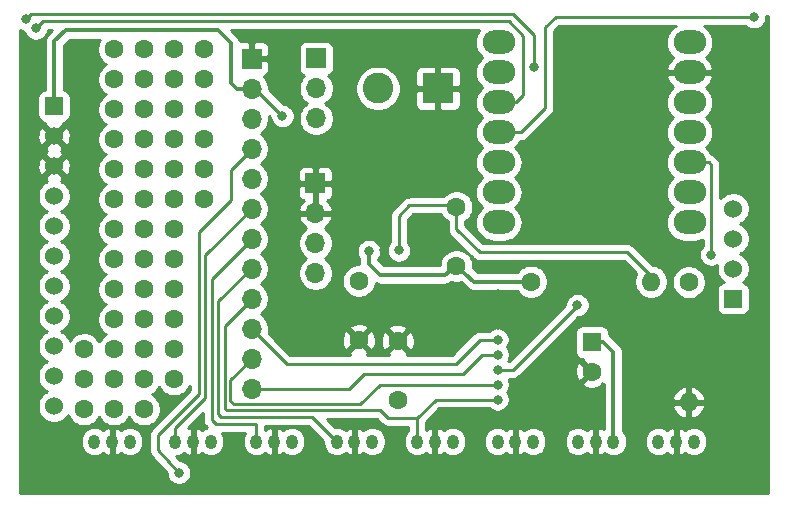
<source format=gbr>
%TF.GenerationSoftware,KiCad,Pcbnew,5.1.10-88a1d61d58~90~ubuntu20.04.1*%
%TF.CreationDate,2021-09-12T20:39:34-04:00*%
%TF.ProjectId,VoltageCurrentMeter,566f6c74-6167-4654-9375-7272656e744d,rev?*%
%TF.SameCoordinates,Original*%
%TF.FileFunction,Copper,L2,Bot*%
%TF.FilePolarity,Positive*%
%FSLAX46Y46*%
G04 Gerber Fmt 4.6, Leading zero omitted, Abs format (unit mm)*
G04 Created by KiCad (PCBNEW 5.1.10-88a1d61d58~90~ubuntu20.04.1) date 2021-09-12 20:39:34*
%MOMM*%
%LPD*%
G01*
G04 APERTURE LIST*
%TA.AperFunction,ComponentPad*%
%ADD10C,1.600000*%
%TD*%
%TA.AperFunction,ComponentPad*%
%ADD11R,1.524000X1.524000*%
%TD*%
%TA.AperFunction,ComponentPad*%
%ADD12C,1.524000*%
%TD*%
%TA.AperFunction,ComponentPad*%
%ADD13O,1.700000X1.700000*%
%TD*%
%TA.AperFunction,ComponentPad*%
%ADD14R,1.700000X1.700000*%
%TD*%
%TA.AperFunction,ComponentPad*%
%ADD15O,1.000000X1.250000*%
%TD*%
%TA.AperFunction,ComponentPad*%
%ADD16O,2.748280X1.998980*%
%TD*%
%TA.AperFunction,ComponentPad*%
%ADD17R,1.600000X1.600000*%
%TD*%
%TA.AperFunction,ComponentPad*%
%ADD18R,2.600000X2.600000*%
%TD*%
%TA.AperFunction,ComponentPad*%
%ADD19C,2.600000*%
%TD*%
%TA.AperFunction,ComponentPad*%
%ADD20O,1.600000X1.600000*%
%TD*%
%TA.AperFunction,ViaPad*%
%ADD21C,0.800000*%
%TD*%
%TA.AperFunction,Conductor*%
%ADD22C,0.350000*%
%TD*%
%TA.AperFunction,Conductor*%
%ADD23C,0.250000*%
%TD*%
%TA.AperFunction,Conductor*%
%ADD24C,0.254000*%
%TD*%
%TA.AperFunction,Conductor*%
%ADD25C,0.100000*%
%TD*%
G04 APERTURE END LIST*
D10*
%TO.P,REF\u002A\u002A,47*%
%TO.N,N/C*%
X61391800Y-115976400D03*
%TD*%
%TO.P,REF\u002A\u002A,46*%
%TO.N,N/C*%
X58851800Y-115976400D03*
%TD*%
%TO.P,REF\u002A\u002A,45*%
%TO.N,N/C*%
X56311800Y-115976400D03*
%TD*%
%TO.P,REF\u002A\u002A,44*%
%TO.N,N/C*%
X63931800Y-113436400D03*
%TD*%
%TO.P,REF\u002A\u002A,43*%
%TO.N,N/C*%
X61391800Y-113436400D03*
%TD*%
%TO.P,REF\u002A\u002A,42*%
%TO.N,N/C*%
X58851800Y-113436400D03*
%TD*%
%TO.P,REF\u002A\u002A,41*%
%TO.N,N/C*%
X56311800Y-113436400D03*
%TD*%
%TO.P,REF\u002A\u002A,40*%
%TO.N,N/C*%
X63931800Y-110896400D03*
%TD*%
%TO.P,REF\u002A\u002A,39*%
%TO.N,N/C*%
X61391800Y-110896400D03*
%TD*%
%TO.P,REF\u002A\u002A,38*%
%TO.N,N/C*%
X58851800Y-110896400D03*
%TD*%
%TO.P,REF\u002A\u002A,37*%
%TO.N,N/C*%
X56311800Y-110896400D03*
%TD*%
%TO.P,REF\u002A\u002A,36*%
%TO.N,N/C*%
X63931800Y-108356400D03*
%TD*%
%TO.P,REF\u002A\u002A,35*%
%TO.N,N/C*%
X61391800Y-108356400D03*
%TD*%
%TO.P,REF\u002A\u002A,34*%
%TO.N,N/C*%
X58851800Y-108356400D03*
%TD*%
%TO.P,REF\u002A\u002A,33*%
%TO.N,N/C*%
X63931800Y-105816400D03*
%TD*%
%TO.P,REF\u002A\u002A,32*%
%TO.N,N/C*%
X61391800Y-105816400D03*
%TD*%
%TO.P,REF\u002A\u002A,31*%
%TO.N,N/C*%
X58851800Y-105816400D03*
%TD*%
%TO.P,REF\u002A\u002A,30*%
%TO.N,N/C*%
X63931800Y-103276400D03*
%TD*%
%TO.P,REF\u002A\u002A,29*%
%TO.N,N/C*%
X61391800Y-103276400D03*
%TD*%
%TO.P,REF\u002A\u002A,28*%
%TO.N,N/C*%
X58851800Y-103276400D03*
%TD*%
%TO.P,REF\u002A\u002A,27*%
%TO.N,N/C*%
X63931800Y-100736400D03*
%TD*%
%TO.P,REF\u002A\u002A,26*%
%TO.N,N/C*%
X61391800Y-100736400D03*
%TD*%
%TO.P,REF\u002A\u002A,25*%
%TO.N,N/C*%
X58851800Y-100736400D03*
%TD*%
%TO.P,REF\u002A\u002A,24*%
%TO.N,N/C*%
X66471800Y-98196400D03*
%TD*%
%TO.P,REF\u002A\u002A,23*%
%TO.N,N/C*%
X63931800Y-98196400D03*
%TD*%
%TO.P,REF\u002A\u002A,22*%
%TO.N,N/C*%
X61391800Y-98196400D03*
%TD*%
%TO.P,REF\u002A\u002A,21*%
%TO.N,N/C*%
X58851800Y-98196400D03*
%TD*%
%TO.P,REF\u002A\u002A,20*%
%TO.N,N/C*%
X66471800Y-95656400D03*
%TD*%
%TO.P,REF\u002A\u002A,19*%
%TO.N,N/C*%
X63931800Y-95656400D03*
%TD*%
%TO.P,REF\u002A\u002A,18*%
%TO.N,N/C*%
X61391800Y-95656400D03*
%TD*%
%TO.P,REF\u002A\u002A,17*%
%TO.N,N/C*%
X58851800Y-95656400D03*
%TD*%
%TO.P,REF\u002A\u002A,16*%
%TO.N,N/C*%
X66471800Y-93116400D03*
%TD*%
%TO.P,REF\u002A\u002A,15*%
%TO.N,N/C*%
X63931800Y-93116400D03*
%TD*%
%TO.P,REF\u002A\u002A,14*%
%TO.N,N/C*%
X61391800Y-93116400D03*
%TD*%
%TO.P,REF\u002A\u002A,13*%
%TO.N,N/C*%
X58851800Y-93116400D03*
%TD*%
%TO.P,REF\u002A\u002A,12*%
%TO.N,N/C*%
X66471800Y-90576400D03*
%TD*%
%TO.P,REF\u002A\u002A,11*%
%TO.N,N/C*%
X63931800Y-90576400D03*
%TD*%
%TO.P,REF\u002A\u002A,10*%
%TO.N,N/C*%
X61391800Y-90576400D03*
%TD*%
%TO.P,REF\u002A\u002A,9*%
%TO.N,N/C*%
X58851800Y-90576400D03*
%TD*%
%TO.P,REF\u002A\u002A,8*%
%TO.N,N/C*%
X66471800Y-88036400D03*
%TD*%
%TO.P,REF\u002A\u002A,7*%
%TO.N,N/C*%
X63931800Y-88036400D03*
%TD*%
%TO.P,REF\u002A\u002A,6*%
%TO.N,N/C*%
X61391800Y-88036400D03*
%TD*%
%TO.P,REF\u002A\u002A,5*%
%TO.N,N/C*%
X58851800Y-88036400D03*
%TD*%
%TO.P,REF\u002A\u002A,4*%
%TO.N,N/C*%
X66471800Y-85496400D03*
%TD*%
%TO.P,REF\u002A\u002A,3*%
%TO.N,N/C*%
X63931800Y-85496400D03*
%TD*%
%TO.P,REF\u002A\u002A,2*%
%TO.N,N/C*%
X61391800Y-85496400D03*
%TD*%
%TO.P,REF\u002A\u002A,1*%
%TO.N,N/C*%
X58851800Y-85496400D03*
%TD*%
D11*
%TO.P,U2,12*%
%TO.N,Net-(U2-Pad12)*%
X111257200Y-106607800D03*
D12*
%TO.P,U2,13*%
%TO.N,Net-(U2-Pad13)*%
X111257200Y-104067800D03*
%TO.P,U2,14*%
%TO.N,Net-(U2-Pad14)*%
X111257200Y-101527800D03*
%TO.P,U2,15*%
%TO.N,Net-(U2-Pad15)*%
X111257200Y-98987800D03*
D11*
%TO.P,U2,1*%
%TO.N,3.3V*%
X53757200Y-90297800D03*
D12*
%TO.P,U2,2*%
%TO.N,GND*%
X53757200Y-92837800D03*
%TO.P,U2,3*%
X53757200Y-95377800D03*
%TO.P,U2,4*%
%TO.N,Net-(U2-Pad4)*%
X53757200Y-97917800D03*
%TO.P,U2,5*%
%TO.N,Net-(U2-Pad5)*%
X53757200Y-100457800D03*
%TO.P,U2,6*%
%TO.N,Net-(U2-Pad6)*%
X53757200Y-102997800D03*
%TO.P,U2,7*%
%TO.N,Net-(U1-Pad8)*%
X53757200Y-105537800D03*
%TO.P,U2,8*%
%TO.N,Net-(U1-Pad10)*%
X53757200Y-108077800D03*
%TO.P,U2,9*%
%TO.N,Net-(U1-Pad2)*%
X53757200Y-110617800D03*
%TO.P,U2,10*%
%TO.N,Net-(U1-Pad1)*%
X53757200Y-113157800D03*
%TO.P,U2,11*%
%TO.N,Net-(U1-Pad3)*%
X53757200Y-115697800D03*
%TD*%
D13*
%TO.P,J12,12*%
%TO.N,Net-(J12-Pad12)*%
X70485000Y-114223800D03*
%TO.P,J12,11*%
%TO.N,Net-(J12-Pad11)*%
X70485000Y-111683800D03*
%TO.P,J12,10*%
%TO.N,Net-(J12-Pad10)*%
X70485000Y-109143800D03*
%TO.P,J12,9*%
%TO.N,Net-(J12-Pad9)*%
X70485000Y-106603800D03*
%TO.P,J12,8*%
%TO.N,Net-(J12-Pad8)*%
X70485000Y-104063800D03*
%TO.P,J12,7*%
%TO.N,Net-(J12-Pad7)*%
X70485000Y-101523800D03*
%TO.P,J12,6*%
%TO.N,Net-(J12-Pad6)*%
X70485000Y-98983800D03*
%TO.P,J12,5*%
%TO.N,Net-(J1-Pad1)*%
X70485000Y-96443800D03*
%TO.P,J12,4*%
%TO.N,Net-(J12-Pad4)*%
X70485000Y-93903800D03*
%TO.P,J12,3*%
%TO.N,Net-(J12-Pad3)*%
X70485000Y-91363800D03*
%TO.P,J12,2*%
%TO.N,3.3V*%
X70485000Y-88823800D03*
D14*
%TO.P,J12,1*%
%TO.N,GND*%
X70485000Y-86283800D03*
%TD*%
D13*
%TO.P,J10,3*%
%TO.N,Net-(C1-Pad1)*%
X75946000Y-91338400D03*
%TO.P,J10,2*%
%TO.N,Net-(J10-Pad2)*%
X75946000Y-88798400D03*
D14*
%TO.P,J10,1*%
%TO.N,Net-(J10-Pad1)*%
X75946000Y-86258400D03*
%TD*%
D13*
%TO.P,J11,4*%
%TO.N,Net-(C1-Pad1)*%
X75895200Y-104444800D03*
%TO.P,J11,3*%
%TO.N,Net-(J10-Pad1)*%
X75895200Y-101904800D03*
%TO.P,J11,2*%
%TO.N,GND*%
X75895200Y-99364800D03*
D14*
%TO.P,J11,1*%
X75895200Y-96824800D03*
%TD*%
D15*
%TO.P,J8,3*%
%TO.N,3.3V*%
X107926000Y-118692400D03*
%TO.P,J8,1*%
%TO.N,Net-(J12-Pad12)*%
X104926000Y-118692400D03*
%TO.P,J8,2*%
%TO.N,GND*%
X106426000Y-118692400D03*
%TD*%
%TO.P,J7,3*%
%TO.N,3.3V*%
X101118800Y-118692400D03*
%TO.P,J7,1*%
%TO.N,Net-(J12-Pad11)*%
X98118800Y-118692400D03*
%TO.P,J7,2*%
%TO.N,GND*%
X99618800Y-118692400D03*
%TD*%
%TO.P,J6,3*%
%TO.N,3.3V*%
X94311600Y-118692400D03*
%TO.P,J6,1*%
%TO.N,Net-(J12-Pad10)*%
X91311600Y-118692400D03*
%TO.P,J6,2*%
%TO.N,GND*%
X92811600Y-118692400D03*
%TD*%
%TO.P,J5,3*%
%TO.N,3.3V*%
X87504400Y-118692400D03*
%TO.P,J5,1*%
%TO.N,Net-(J12-Pad9)*%
X84504400Y-118692400D03*
%TO.P,J5,2*%
%TO.N,GND*%
X86004400Y-118692400D03*
%TD*%
%TO.P,J4,3*%
%TO.N,3.3V*%
X80697200Y-118692400D03*
%TO.P,J4,1*%
%TO.N,Net-(J12-Pad8)*%
X77697200Y-118692400D03*
%TO.P,J4,2*%
%TO.N,GND*%
X79197200Y-118692400D03*
%TD*%
%TO.P,J3,3*%
%TO.N,3.3V*%
X73890000Y-118692400D03*
%TO.P,J3,1*%
%TO.N,Net-(J12-Pad7)*%
X70890000Y-118692400D03*
%TO.P,J3,2*%
%TO.N,GND*%
X72390000Y-118692400D03*
%TD*%
%TO.P,J2,2*%
%TO.N,GND*%
X65532000Y-118692400D03*
%TO.P,J2,1*%
%TO.N,Net-(J12-Pad6)*%
X64032000Y-118692400D03*
%TO.P,J2,3*%
%TO.N,3.3V*%
X67032000Y-118692400D03*
%TD*%
%TO.P,J1,3*%
%TO.N,3.3V*%
X60174000Y-118692400D03*
%TO.P,J1,1*%
%TO.N,Net-(J1-Pad1)*%
X57174000Y-118692400D03*
%TO.P,J1,2*%
%TO.N,GND*%
X58674000Y-118692400D03*
%TD*%
D16*
%TO.P,U1,0*%
%TO.N,Net-(J12-Pad3)*%
X91409520Y-84904580D03*
%TO.P,U1,1*%
%TO.N,Net-(U1-Pad1)*%
X91409520Y-87444580D03*
%TO.P,U1,2*%
%TO.N,Net-(U1-Pad2)*%
X91409520Y-89984580D03*
%TO.P,U1,3*%
%TO.N,Net-(U1-Pad3)*%
X91409520Y-92524580D03*
%TO.P,U1,4*%
%TO.N,Net-(U1-Pad4)*%
X91409520Y-95064580D03*
%TO.P,U1,5*%
%TO.N,Net-(U1-Pad5)*%
X91409520Y-97604580D03*
%TO.P,U1,6*%
%TO.N,Net-(U1-Pad6)*%
X91409520Y-100144580D03*
%TO.P,U1,7*%
%TO.N,Net-(U1-Pad7)*%
X107574080Y-100144580D03*
%TO.P,U1,8*%
%TO.N,Net-(U1-Pad8)*%
X107574080Y-97604580D03*
%TO.P,U1,9*%
%TO.N,Net-(J12-Pad4)*%
X107574080Y-95064580D03*
%TO.P,U1,10*%
%TO.N,Net-(U1-Pad10)*%
X107574080Y-92524580D03*
%TO.P,U1,11*%
%TO.N,3.3V*%
X107574080Y-89984580D03*
%TO.P,U1,12*%
%TO.N,GND*%
X107574080Y-87444580D03*
%TO.P,U1,13*%
%TO.N,Net-(U1-Pad13)*%
X107574080Y-84904580D03*
%TD*%
D10*
%TO.P,C1,2*%
%TO.N,GND*%
X79552800Y-110105200D03*
%TO.P,C1,1*%
%TO.N,Net-(C1-Pad1)*%
X79552800Y-105105200D03*
%TD*%
%TO.P,C2,1*%
%TO.N,3.3V*%
X82854800Y-115163600D03*
%TO.P,C2,2*%
%TO.N,GND*%
X82854800Y-110163600D03*
%TD*%
%TO.P,C3,1*%
%TO.N,3.3V*%
X87833200Y-103835200D03*
%TO.P,C3,2*%
%TO.N,Net-(C3-Pad2)*%
X87833200Y-98835200D03*
%TD*%
D17*
%TO.P,C4,1*%
%TO.N,3.3V*%
X99314000Y-110286800D03*
D10*
%TO.P,C4,2*%
%TO.N,GND*%
X99314000Y-112786800D03*
%TD*%
D18*
%TO.P,J9,1*%
%TO.N,GND*%
X86258400Y-88798400D03*
D19*
%TO.P,J9,2*%
%TO.N,Net-(J10-Pad2)*%
X81178400Y-88798400D03*
%TD*%
D20*
%TO.P,R1,2*%
%TO.N,Net-(C3-Pad2)*%
X104292400Y-105156000D03*
D10*
%TO.P,R1,1*%
%TO.N,3.3V*%
X94132400Y-105156000D03*
%TD*%
%TO.P,R2,1*%
%TO.N,Net-(C3-Pad2)*%
X107492800Y-105206800D03*
D20*
%TO.P,R2,2*%
%TO.N,GND*%
X107492800Y-115366800D03*
%TD*%
D21*
%TO.N,GND*%
X81127600Y-96824800D03*
X82245200Y-96824800D03*
X82296000Y-95504000D03*
X81127600Y-95504000D03*
X80467200Y-96164400D03*
X82905600Y-96215200D03*
X81686400Y-96164400D03*
X81737200Y-102514400D03*
X91338400Y-106222800D03*
X91338400Y-107543600D03*
X91338400Y-108813600D03*
%TO.N,3.3V*%
X80416400Y-102565200D03*
X73098937Y-91137463D03*
%TO.N,Net-(U1-Pad7)*%
X91338400Y-112623600D03*
X98069400Y-107137200D03*
%TO.N,Net-(U1-Pad3)*%
X113004600Y-82753200D03*
%TO.N,Net-(U1-Pad2)*%
X52222400Y-83718400D03*
%TO.N,Net-(U1-Pad1)*%
X94371160Y-86969600D03*
X51358800Y-82956400D03*
%TO.N,Net-(C3-Pad2)*%
X82956400Y-102514400D03*
%TO.N,Net-(J12-Pad4)*%
X109397800Y-102870000D03*
X64338200Y-121335800D03*
%TO.N,Net-(J12-Pad9)*%
X91322600Y-115138200D03*
%TO.N,Net-(J12-Pad10)*%
X91313000Y-110058200D03*
%TO.N,Net-(J12-Pad12)*%
X91322600Y-111328200D03*
%TO.N,Net-(J12-Pad11)*%
X91322600Y-113868200D03*
%TD*%
D22*
%TO.N,3.3V*%
X99314000Y-110286800D02*
X100279200Y-110286800D01*
X101118800Y-111126400D02*
X101118800Y-118743200D01*
X100279200Y-110286800D02*
X101118800Y-111126400D01*
X70785275Y-88823800D02*
X73098937Y-91137463D01*
D23*
X70485000Y-88823800D02*
X70785275Y-88823800D01*
D22*
X86868000Y-104597200D02*
X87833200Y-103835200D01*
X81381600Y-104597200D02*
X86868000Y-104597200D01*
X80416400Y-103632000D02*
X81381600Y-104597200D01*
X80416400Y-102565200D02*
X80416400Y-103632000D01*
X89357200Y-105156000D02*
X94132400Y-105156000D01*
X87833200Y-103835200D02*
X89357200Y-105156000D01*
X69215000Y-88823800D02*
X70485000Y-88823800D01*
X68707000Y-88315800D02*
X69215000Y-88823800D01*
X68707000Y-84937600D02*
X68707000Y-88315800D01*
X67640200Y-83870800D02*
X68707000Y-84937600D01*
X54737000Y-83870800D02*
X67640200Y-83870800D01*
X53797200Y-84810600D02*
X54737000Y-83870800D01*
X53797200Y-90257800D02*
X53797200Y-84810600D01*
X53757200Y-90297800D02*
X53797200Y-90257800D01*
D23*
%TO.N,Net-(U1-Pad7)*%
X98069400Y-107180291D02*
X92626091Y-112623600D01*
X92626091Y-112623600D02*
X91338400Y-112623600D01*
X98069400Y-107137200D02*
X98069400Y-107180291D01*
%TO.N,Net-(U1-Pad3)*%
X95336360Y-90490040D02*
X93301820Y-92524580D01*
X95336360Y-83632040D02*
X95336360Y-90490040D01*
X96240600Y-82727800D02*
X95336360Y-83632040D01*
X93301820Y-92524580D02*
X91409520Y-92524580D01*
X112979200Y-82727800D02*
X96240600Y-82727800D01*
X113004600Y-82753200D02*
X112979200Y-82727800D01*
%TO.N,Net-(U1-Pad2)*%
X92278200Y-83108800D02*
X52806600Y-83108800D01*
X93497400Y-84328000D02*
X92278200Y-83108800D01*
X52806600Y-83108800D02*
X52222400Y-83718400D01*
X93497400Y-89382600D02*
X93497400Y-84328000D01*
X92895420Y-89984580D02*
X93497400Y-89382600D01*
X91409520Y-89984580D02*
X92895420Y-89984580D01*
%TO.N,Net-(U1-Pad1)*%
X94361000Y-84277200D02*
X92608400Y-82524600D01*
X94361000Y-86959440D02*
X94361000Y-84277200D01*
X51790600Y-82524600D02*
X51358800Y-82956400D01*
X92608400Y-82524600D02*
X51790600Y-82524600D01*
X94371160Y-86969600D02*
X94361000Y-86959440D01*
%TO.N,Net-(C3-Pad2)*%
X87702400Y-98704400D02*
X87833200Y-98835200D01*
X83845400Y-98704400D02*
X87702400Y-98704400D01*
X82956400Y-99593400D02*
X83845400Y-98704400D01*
X82956400Y-102514400D02*
X82956400Y-99593400D01*
X104292400Y-104648000D02*
X104292400Y-105156000D01*
X102311200Y-102666800D02*
X104292400Y-104648000D01*
X89789000Y-102666800D02*
X102311200Y-102666800D01*
X87833200Y-100711000D02*
X89789000Y-102666800D01*
X87833200Y-98835200D02*
X87833200Y-100711000D01*
%TO.N,Net-(J12-Pad4)*%
X68707000Y-95681800D02*
X70485000Y-93903800D01*
X68707000Y-98272600D02*
X68707000Y-95681800D01*
X66014600Y-100965000D02*
X68707000Y-98272600D01*
X66014600Y-114681000D02*
X66014600Y-100965000D01*
X62585600Y-118110000D02*
X66014600Y-114681000D01*
X62585600Y-119430800D02*
X62585600Y-118110000D01*
X64338200Y-121335800D02*
X62585600Y-119430800D01*
X109423200Y-95300800D02*
X109423200Y-102844600D01*
X109186980Y-95064580D02*
X109423200Y-95300800D01*
X107574080Y-95064580D02*
X109186980Y-95064580D01*
%TO.N,Net-(J12-Pad6)*%
X64032000Y-117527200D02*
X64032000Y-118692400D01*
X66573400Y-114985800D02*
X64032000Y-117527200D01*
X66573400Y-102895400D02*
X66573400Y-114985800D01*
X70485000Y-98983800D02*
X66573400Y-102895400D01*
%TO.N,Net-(J12-Pad7)*%
X70840600Y-118643000D02*
X70890000Y-118692400D01*
X70840600Y-117246400D02*
X70840600Y-118643000D01*
X67513200Y-117246400D02*
X70840600Y-117246400D01*
X67106800Y-116840000D02*
X67513200Y-117246400D01*
X67106800Y-104902000D02*
X67106800Y-116840000D01*
X70485000Y-101523800D02*
X67106800Y-104902000D01*
%TO.N,Net-(J12-Pad8)*%
X67665600Y-116382800D02*
X67894200Y-116611400D01*
X75616200Y-116611400D02*
X77697200Y-118692400D01*
X67894200Y-116611400D02*
X75616200Y-116611400D01*
X67665600Y-106832400D02*
X67665600Y-116382800D01*
X70434200Y-104063800D02*
X67665600Y-106832400D01*
X70485000Y-104063800D02*
X70434200Y-104063800D01*
%TO.N,Net-(J12-Pad9)*%
X91322600Y-115138200D02*
X91322600Y-115138200D01*
X84504400Y-118692400D02*
X84480400Y-116662200D01*
X86080600Y-115138200D02*
X91322600Y-115138200D01*
X84531200Y-116687600D02*
X86080600Y-115138200D01*
X82042000Y-116687600D02*
X84531200Y-116687600D01*
X81381600Y-116027200D02*
X82042000Y-116687600D01*
X68351400Y-116027200D02*
X81381600Y-116027200D01*
X68199000Y-115874800D02*
X68351400Y-116027200D01*
X68199000Y-108889800D02*
X68199000Y-115874800D01*
X70485000Y-106603800D02*
X68199000Y-108889800D01*
%TO.N,Net-(J12-Pad10)*%
X89814400Y-110058200D02*
X91313000Y-110058200D01*
X87757000Y-112115600D02*
X89814400Y-110058200D01*
X73456800Y-112115600D02*
X87757000Y-112115600D01*
X70485000Y-109143800D02*
X73456800Y-112115600D01*
%TO.N,Net-(J12-Pad12)*%
X91271800Y-111379000D02*
X91322600Y-111328200D01*
X90017600Y-111379000D02*
X91271800Y-111379000D01*
X88417400Y-112979200D02*
X90017600Y-111379000D01*
X80010000Y-112979200D02*
X88417400Y-112979200D01*
X78765400Y-114223800D02*
X80010000Y-112979200D01*
X70485000Y-114223800D02*
X78765400Y-114223800D01*
%TO.N,Net-(J12-Pad11)*%
X81356200Y-113868200D02*
X87757000Y-113868200D01*
X87757000Y-113868200D02*
X91322600Y-113868200D01*
X79705200Y-115519200D02*
X81356200Y-113868200D01*
X68961000Y-115519200D02*
X79705200Y-115519200D01*
X68681600Y-115239800D02*
X68961000Y-115519200D01*
X68681600Y-113487200D02*
X68681600Y-115239800D01*
X70485000Y-111683800D02*
X68681600Y-113487200D01*
%TD*%
D24*
%TO.N,GND*%
X114198801Y-123088800D02*
X50901200Y-123088800D01*
X50901200Y-118511649D01*
X56039000Y-118511649D01*
X56039000Y-118873152D01*
X56055423Y-119039899D01*
X56120324Y-119253847D01*
X56225716Y-119451023D01*
X56367552Y-119623849D01*
X56540378Y-119765684D01*
X56737554Y-119871076D01*
X56951502Y-119935977D01*
X57174000Y-119957891D01*
X57396499Y-119935977D01*
X57610447Y-119871076D01*
X57807623Y-119765684D01*
X57928877Y-119666173D01*
X58008548Y-119736720D01*
X58200685Y-119848879D01*
X58372126Y-119911519D01*
X58547000Y-119785354D01*
X58547000Y-118819400D01*
X58527000Y-118819400D01*
X58527000Y-118565400D01*
X58547000Y-118565400D01*
X58547000Y-117599446D01*
X58801000Y-117599446D01*
X58801000Y-118565400D01*
X58821000Y-118565400D01*
X58821000Y-118819400D01*
X58801000Y-118819400D01*
X58801000Y-119785354D01*
X58975874Y-119911519D01*
X59147315Y-119848879D01*
X59339452Y-119736720D01*
X59419124Y-119666173D01*
X59540378Y-119765684D01*
X59737554Y-119871076D01*
X59951502Y-119935977D01*
X60174000Y-119957891D01*
X60396499Y-119935977D01*
X60610447Y-119871076D01*
X60807623Y-119765684D01*
X60980449Y-119623849D01*
X61122284Y-119451023D01*
X61227676Y-119253846D01*
X61292577Y-119039898D01*
X61309000Y-118873151D01*
X61309000Y-118511648D01*
X61292577Y-118344901D01*
X61227676Y-118130953D01*
X61122284Y-117933777D01*
X60980449Y-117760951D01*
X60807623Y-117619116D01*
X60610446Y-117513724D01*
X60396498Y-117448823D01*
X60174000Y-117426909D01*
X59951501Y-117448823D01*
X59737553Y-117513724D01*
X59540377Y-117619116D01*
X59419123Y-117718627D01*
X59339452Y-117648080D01*
X59147315Y-117535921D01*
X58975874Y-117473281D01*
X58801000Y-117599446D01*
X58547000Y-117599446D01*
X58372126Y-117473281D01*
X58200685Y-117535921D01*
X58008548Y-117648080D01*
X57928877Y-117718627D01*
X57807623Y-117619116D01*
X57610446Y-117513724D01*
X57396498Y-117448823D01*
X57174000Y-117426909D01*
X56951501Y-117448823D01*
X56737553Y-117513724D01*
X56540377Y-117619116D01*
X56367551Y-117760951D01*
X56225716Y-117933777D01*
X56120324Y-118130954D01*
X56055423Y-118344902D01*
X56039000Y-118511649D01*
X50901200Y-118511649D01*
X50901200Y-95449817D01*
X52355290Y-95449817D01*
X52396278Y-95721933D01*
X52489564Y-95980823D01*
X52551544Y-96096780D01*
X52791635Y-96163760D01*
X53577595Y-95377800D01*
X53936805Y-95377800D01*
X54722765Y-96163760D01*
X54962856Y-96096780D01*
X55079956Y-95847752D01*
X55146223Y-95580665D01*
X55159110Y-95305783D01*
X55118122Y-95033667D01*
X55024836Y-94774777D01*
X54962856Y-94658820D01*
X54722765Y-94591840D01*
X53936805Y-95377800D01*
X53577595Y-95377800D01*
X52791635Y-94591840D01*
X52551544Y-94658820D01*
X52434444Y-94907848D01*
X52368177Y-95174935D01*
X52355290Y-95449817D01*
X50901200Y-95449817D01*
X50901200Y-93803365D01*
X52971240Y-93803365D01*
X53038220Y-94043456D01*
X53168844Y-94104879D01*
X53154177Y-94110164D01*
X53038220Y-94172144D01*
X52971240Y-94412235D01*
X53757200Y-95198195D01*
X54543160Y-94412235D01*
X54476180Y-94172144D01*
X54345556Y-94110721D01*
X54360223Y-94105436D01*
X54476180Y-94043456D01*
X54543160Y-93803365D01*
X53757200Y-93017405D01*
X52971240Y-93803365D01*
X50901200Y-93803365D01*
X50901200Y-92909817D01*
X52355290Y-92909817D01*
X52396278Y-93181933D01*
X52489564Y-93440823D01*
X52551544Y-93556780D01*
X52791635Y-93623760D01*
X53577595Y-92837800D01*
X53936805Y-92837800D01*
X54722765Y-93623760D01*
X54962856Y-93556780D01*
X55079956Y-93307752D01*
X55146223Y-93040665D01*
X55159110Y-92765783D01*
X55118122Y-92493667D01*
X55024836Y-92234777D01*
X54962856Y-92118820D01*
X54722765Y-92051840D01*
X53936805Y-92837800D01*
X53577595Y-92837800D01*
X52791635Y-92051840D01*
X52551544Y-92118820D01*
X52434444Y-92367848D01*
X52368177Y-92634935D01*
X52355290Y-92909817D01*
X50901200Y-92909817D01*
X50901200Y-83887132D01*
X51056902Y-83951626D01*
X51219966Y-83984061D01*
X51227174Y-84020298D01*
X51305195Y-84208656D01*
X51418463Y-84378174D01*
X51562626Y-84522337D01*
X51732144Y-84635605D01*
X51920502Y-84713626D01*
X52120461Y-84753400D01*
X52324339Y-84753400D01*
X52524298Y-84713626D01*
X52712656Y-84635605D01*
X52882174Y-84522337D01*
X53026337Y-84378174D01*
X53139605Y-84208656D01*
X53217626Y-84020298D01*
X53247761Y-83868800D01*
X53593488Y-83868800D01*
X53252583Y-84209705D01*
X53221673Y-84235072D01*
X53187100Y-84277200D01*
X53120451Y-84358411D01*
X53063979Y-84464064D01*
X53045238Y-84499127D01*
X53003838Y-84635605D01*
X52998921Y-84651813D01*
X52983281Y-84810600D01*
X52987201Y-84850398D01*
X52987200Y-88898516D01*
X52870718Y-88909988D01*
X52751020Y-88946298D01*
X52640706Y-89005263D01*
X52544015Y-89084615D01*
X52464663Y-89181306D01*
X52405698Y-89291620D01*
X52369388Y-89411318D01*
X52357128Y-89535800D01*
X52357128Y-91059800D01*
X52369388Y-91184282D01*
X52405698Y-91303980D01*
X52464663Y-91414294D01*
X52544015Y-91510985D01*
X52640706Y-91590337D01*
X52751020Y-91649302D01*
X52870718Y-91685612D01*
X52995200Y-91697872D01*
X53019883Y-91697872D01*
X52971240Y-91872235D01*
X53757200Y-92658195D01*
X54543160Y-91872235D01*
X54494517Y-91697872D01*
X54519200Y-91697872D01*
X54643682Y-91685612D01*
X54763380Y-91649302D01*
X54873694Y-91590337D01*
X54970385Y-91510985D01*
X55049737Y-91414294D01*
X55108702Y-91303980D01*
X55145012Y-91184282D01*
X55157272Y-91059800D01*
X55157272Y-89535800D01*
X55145012Y-89411318D01*
X55108702Y-89291620D01*
X55049737Y-89181306D01*
X54970385Y-89084615D01*
X54873694Y-89005263D01*
X54763380Y-88946298D01*
X54643682Y-88909988D01*
X54607200Y-88906395D01*
X54607200Y-85146112D01*
X55072513Y-84680800D01*
X57670907Y-84680800D01*
X57580120Y-84816673D01*
X57471947Y-85077826D01*
X57416800Y-85355065D01*
X57416800Y-85637735D01*
X57471947Y-85914974D01*
X57580120Y-86176127D01*
X57737163Y-86411159D01*
X57937041Y-86611037D01*
X58169559Y-86766400D01*
X57937041Y-86921763D01*
X57737163Y-87121641D01*
X57580120Y-87356673D01*
X57471947Y-87617826D01*
X57416800Y-87895065D01*
X57416800Y-88177735D01*
X57471947Y-88454974D01*
X57580120Y-88716127D01*
X57737163Y-88951159D01*
X57937041Y-89151037D01*
X58169559Y-89306400D01*
X57937041Y-89461763D01*
X57737163Y-89661641D01*
X57580120Y-89896673D01*
X57471947Y-90157826D01*
X57416800Y-90435065D01*
X57416800Y-90717735D01*
X57471947Y-90994974D01*
X57580120Y-91256127D01*
X57737163Y-91491159D01*
X57937041Y-91691037D01*
X58169559Y-91846400D01*
X57937041Y-92001763D01*
X57737163Y-92201641D01*
X57580120Y-92436673D01*
X57471947Y-92697826D01*
X57416800Y-92975065D01*
X57416800Y-93257735D01*
X57471947Y-93534974D01*
X57580120Y-93796127D01*
X57737163Y-94031159D01*
X57937041Y-94231037D01*
X58169559Y-94386400D01*
X57937041Y-94541763D01*
X57737163Y-94741641D01*
X57580120Y-94976673D01*
X57471947Y-95237826D01*
X57416800Y-95515065D01*
X57416800Y-95797735D01*
X57471947Y-96074974D01*
X57580120Y-96336127D01*
X57737163Y-96571159D01*
X57937041Y-96771037D01*
X58169559Y-96926400D01*
X57937041Y-97081763D01*
X57737163Y-97281641D01*
X57580120Y-97516673D01*
X57471947Y-97777826D01*
X57416800Y-98055065D01*
X57416800Y-98337735D01*
X57471947Y-98614974D01*
X57580120Y-98876127D01*
X57737163Y-99111159D01*
X57937041Y-99311037D01*
X58169559Y-99466400D01*
X57937041Y-99621763D01*
X57737163Y-99821641D01*
X57580120Y-100056673D01*
X57471947Y-100317826D01*
X57416800Y-100595065D01*
X57416800Y-100877735D01*
X57471947Y-101154974D01*
X57580120Y-101416127D01*
X57737163Y-101651159D01*
X57937041Y-101851037D01*
X58169559Y-102006400D01*
X57937041Y-102161763D01*
X57737163Y-102361641D01*
X57580120Y-102596673D01*
X57471947Y-102857826D01*
X57416800Y-103135065D01*
X57416800Y-103417735D01*
X57471947Y-103694974D01*
X57580120Y-103956127D01*
X57737163Y-104191159D01*
X57937041Y-104391037D01*
X58169559Y-104546400D01*
X57937041Y-104701763D01*
X57737163Y-104901641D01*
X57580120Y-105136673D01*
X57471947Y-105397826D01*
X57416800Y-105675065D01*
X57416800Y-105957735D01*
X57471947Y-106234974D01*
X57580120Y-106496127D01*
X57737163Y-106731159D01*
X57937041Y-106931037D01*
X58169559Y-107086400D01*
X57937041Y-107241763D01*
X57737163Y-107441641D01*
X57580120Y-107676673D01*
X57471947Y-107937826D01*
X57416800Y-108215065D01*
X57416800Y-108497735D01*
X57471947Y-108774974D01*
X57580120Y-109036127D01*
X57737163Y-109271159D01*
X57937041Y-109471037D01*
X58169559Y-109626400D01*
X57937041Y-109781763D01*
X57737163Y-109981641D01*
X57581800Y-110214159D01*
X57426437Y-109981641D01*
X57226559Y-109781763D01*
X56991527Y-109624720D01*
X56730374Y-109516547D01*
X56453135Y-109461400D01*
X56170465Y-109461400D01*
X55893226Y-109516547D01*
X55632073Y-109624720D01*
X55397041Y-109781763D01*
X55197163Y-109981641D01*
X55079029Y-110158441D01*
X54995205Y-109956073D01*
X54842320Y-109727265D01*
X54647735Y-109532680D01*
X54418927Y-109379795D01*
X54341685Y-109347800D01*
X54418927Y-109315805D01*
X54647735Y-109162920D01*
X54842320Y-108968335D01*
X54995205Y-108739527D01*
X55100514Y-108485290D01*
X55154200Y-108215392D01*
X55154200Y-107940208D01*
X55100514Y-107670310D01*
X54995205Y-107416073D01*
X54842320Y-107187265D01*
X54647735Y-106992680D01*
X54418927Y-106839795D01*
X54341685Y-106807800D01*
X54418927Y-106775805D01*
X54647735Y-106622920D01*
X54842320Y-106428335D01*
X54995205Y-106199527D01*
X55100514Y-105945290D01*
X55154200Y-105675392D01*
X55154200Y-105400208D01*
X55100514Y-105130310D01*
X54995205Y-104876073D01*
X54842320Y-104647265D01*
X54647735Y-104452680D01*
X54418927Y-104299795D01*
X54341685Y-104267800D01*
X54418927Y-104235805D01*
X54647735Y-104082920D01*
X54842320Y-103888335D01*
X54995205Y-103659527D01*
X55100514Y-103405290D01*
X55154200Y-103135392D01*
X55154200Y-102860208D01*
X55100514Y-102590310D01*
X54995205Y-102336073D01*
X54842320Y-102107265D01*
X54647735Y-101912680D01*
X54418927Y-101759795D01*
X54341685Y-101727800D01*
X54418927Y-101695805D01*
X54647735Y-101542920D01*
X54842320Y-101348335D01*
X54995205Y-101119527D01*
X55100514Y-100865290D01*
X55154200Y-100595392D01*
X55154200Y-100320208D01*
X55100514Y-100050310D01*
X54995205Y-99796073D01*
X54842320Y-99567265D01*
X54647735Y-99372680D01*
X54418927Y-99219795D01*
X54341685Y-99187800D01*
X54418927Y-99155805D01*
X54647735Y-99002920D01*
X54842320Y-98808335D01*
X54995205Y-98579527D01*
X55100514Y-98325290D01*
X55154200Y-98055392D01*
X55154200Y-97780208D01*
X55100514Y-97510310D01*
X54995205Y-97256073D01*
X54842320Y-97027265D01*
X54647735Y-96832680D01*
X54418927Y-96679795D01*
X54347257Y-96650108D01*
X54360223Y-96645436D01*
X54476180Y-96583456D01*
X54543160Y-96343365D01*
X53757200Y-95557405D01*
X52971240Y-96343365D01*
X53038220Y-96583456D01*
X53173960Y-96647285D01*
X53095473Y-96679795D01*
X52866665Y-96832680D01*
X52672080Y-97027265D01*
X52519195Y-97256073D01*
X52413886Y-97510310D01*
X52360200Y-97780208D01*
X52360200Y-98055392D01*
X52413886Y-98325290D01*
X52519195Y-98579527D01*
X52672080Y-98808335D01*
X52866665Y-99002920D01*
X53095473Y-99155805D01*
X53172715Y-99187800D01*
X53095473Y-99219795D01*
X52866665Y-99372680D01*
X52672080Y-99567265D01*
X52519195Y-99796073D01*
X52413886Y-100050310D01*
X52360200Y-100320208D01*
X52360200Y-100595392D01*
X52413886Y-100865290D01*
X52519195Y-101119527D01*
X52672080Y-101348335D01*
X52866665Y-101542920D01*
X53095473Y-101695805D01*
X53172715Y-101727800D01*
X53095473Y-101759795D01*
X52866665Y-101912680D01*
X52672080Y-102107265D01*
X52519195Y-102336073D01*
X52413886Y-102590310D01*
X52360200Y-102860208D01*
X52360200Y-103135392D01*
X52413886Y-103405290D01*
X52519195Y-103659527D01*
X52672080Y-103888335D01*
X52866665Y-104082920D01*
X53095473Y-104235805D01*
X53172715Y-104267800D01*
X53095473Y-104299795D01*
X52866665Y-104452680D01*
X52672080Y-104647265D01*
X52519195Y-104876073D01*
X52413886Y-105130310D01*
X52360200Y-105400208D01*
X52360200Y-105675392D01*
X52413886Y-105945290D01*
X52519195Y-106199527D01*
X52672080Y-106428335D01*
X52866665Y-106622920D01*
X53095473Y-106775805D01*
X53172715Y-106807800D01*
X53095473Y-106839795D01*
X52866665Y-106992680D01*
X52672080Y-107187265D01*
X52519195Y-107416073D01*
X52413886Y-107670310D01*
X52360200Y-107940208D01*
X52360200Y-108215392D01*
X52413886Y-108485290D01*
X52519195Y-108739527D01*
X52672080Y-108968335D01*
X52866665Y-109162920D01*
X53095473Y-109315805D01*
X53172715Y-109347800D01*
X53095473Y-109379795D01*
X52866665Y-109532680D01*
X52672080Y-109727265D01*
X52519195Y-109956073D01*
X52413886Y-110210310D01*
X52360200Y-110480208D01*
X52360200Y-110755392D01*
X52413886Y-111025290D01*
X52519195Y-111279527D01*
X52672080Y-111508335D01*
X52866665Y-111702920D01*
X53095473Y-111855805D01*
X53172715Y-111887800D01*
X53095473Y-111919795D01*
X52866665Y-112072680D01*
X52672080Y-112267265D01*
X52519195Y-112496073D01*
X52413886Y-112750310D01*
X52360200Y-113020208D01*
X52360200Y-113295392D01*
X52413886Y-113565290D01*
X52519195Y-113819527D01*
X52672080Y-114048335D01*
X52866665Y-114242920D01*
X53095473Y-114395805D01*
X53172715Y-114427800D01*
X53095473Y-114459795D01*
X52866665Y-114612680D01*
X52672080Y-114807265D01*
X52519195Y-115036073D01*
X52413886Y-115290310D01*
X52360200Y-115560208D01*
X52360200Y-115835392D01*
X52413886Y-116105290D01*
X52519195Y-116359527D01*
X52672080Y-116588335D01*
X52866665Y-116782920D01*
X53095473Y-116935805D01*
X53349710Y-117041114D01*
X53619608Y-117094800D01*
X53894792Y-117094800D01*
X54164690Y-117041114D01*
X54418927Y-116935805D01*
X54647735Y-116782920D01*
X54842320Y-116588335D01*
X54947091Y-116431535D01*
X55040120Y-116656127D01*
X55197163Y-116891159D01*
X55397041Y-117091037D01*
X55632073Y-117248080D01*
X55893226Y-117356253D01*
X56170465Y-117411400D01*
X56453135Y-117411400D01*
X56730374Y-117356253D01*
X56991527Y-117248080D01*
X57226559Y-117091037D01*
X57426437Y-116891159D01*
X57581800Y-116658641D01*
X57737163Y-116891159D01*
X57937041Y-117091037D01*
X58172073Y-117248080D01*
X58433226Y-117356253D01*
X58710465Y-117411400D01*
X58993135Y-117411400D01*
X59270374Y-117356253D01*
X59531527Y-117248080D01*
X59766559Y-117091037D01*
X59966437Y-116891159D01*
X60121800Y-116658641D01*
X60277163Y-116891159D01*
X60477041Y-117091037D01*
X60712073Y-117248080D01*
X60973226Y-117356253D01*
X61250465Y-117411400D01*
X61533135Y-117411400D01*
X61810374Y-117356253D01*
X62071527Y-117248080D01*
X62306559Y-117091037D01*
X62506437Y-116891159D01*
X62663480Y-116656127D01*
X62771653Y-116394974D01*
X62826800Y-116117735D01*
X62826800Y-115835065D01*
X62771653Y-115557826D01*
X62663480Y-115296673D01*
X62506437Y-115061641D01*
X62306559Y-114861763D01*
X62074041Y-114706400D01*
X62306559Y-114551037D01*
X62506437Y-114351159D01*
X62661800Y-114118641D01*
X62817163Y-114351159D01*
X63017041Y-114551037D01*
X63252073Y-114708080D01*
X63513226Y-114816253D01*
X63790465Y-114871400D01*
X64073135Y-114871400D01*
X64350374Y-114816253D01*
X64611527Y-114708080D01*
X64846559Y-114551037D01*
X65046437Y-114351159D01*
X65203480Y-114116127D01*
X65254600Y-113992712D01*
X65254600Y-114366198D01*
X62074598Y-117546201D01*
X62045600Y-117569999D01*
X62021802Y-117598997D01*
X62021801Y-117598998D01*
X61950626Y-117685724D01*
X61880054Y-117817754D01*
X61879541Y-117819446D01*
X61839492Y-117951476D01*
X61836598Y-117961015D01*
X61821924Y-118110000D01*
X61825601Y-118147332D01*
X61825600Y-119377591D01*
X61822586Y-119399008D01*
X61825600Y-119452264D01*
X61825600Y-119468132D01*
X61827711Y-119489566D01*
X61831045Y-119548475D01*
X61835033Y-119563909D01*
X61836597Y-119579785D01*
X61853736Y-119636286D01*
X61868500Y-119693420D01*
X61875423Y-119707780D01*
X61880054Y-119723046D01*
X61907887Y-119775117D01*
X61933514Y-119828273D01*
X61943108Y-119841010D01*
X61950626Y-119855075D01*
X61988070Y-119900702D01*
X62001016Y-119917888D01*
X62011749Y-119929555D01*
X62045599Y-119970801D01*
X62062323Y-119984526D01*
X63303200Y-121333305D01*
X63303200Y-121437739D01*
X63342974Y-121637698D01*
X63420995Y-121826056D01*
X63534263Y-121995574D01*
X63678426Y-122139737D01*
X63847944Y-122253005D01*
X64036302Y-122331026D01*
X64236261Y-122370800D01*
X64440139Y-122370800D01*
X64640098Y-122331026D01*
X64828456Y-122253005D01*
X64997974Y-122139737D01*
X65142137Y-121995574D01*
X65255405Y-121826056D01*
X65333426Y-121637698D01*
X65373200Y-121437739D01*
X65373200Y-121233861D01*
X65333426Y-121033902D01*
X65255405Y-120845544D01*
X65142137Y-120676026D01*
X64997974Y-120531863D01*
X64828456Y-120418595D01*
X64640098Y-120340574D01*
X64440139Y-120300800D01*
X64418706Y-120300800D01*
X64097311Y-119951458D01*
X64254499Y-119935977D01*
X64468447Y-119871076D01*
X64665623Y-119765684D01*
X64786877Y-119666173D01*
X64866548Y-119736720D01*
X65058685Y-119848879D01*
X65230126Y-119911519D01*
X65405000Y-119785354D01*
X65405000Y-118819400D01*
X65385000Y-118819400D01*
X65385000Y-118565400D01*
X65405000Y-118565400D01*
X65405000Y-117599446D01*
X65230126Y-117473281D01*
X65120761Y-117513240D01*
X66346801Y-116287201D01*
X66346801Y-116802668D01*
X66343124Y-116840000D01*
X66357798Y-116988985D01*
X66401254Y-117132246D01*
X66471826Y-117264276D01*
X66539161Y-117346323D01*
X66566800Y-117380001D01*
X66595798Y-117403799D01*
X66680081Y-117488082D01*
X66595553Y-117513724D01*
X66398377Y-117619116D01*
X66277123Y-117718627D01*
X66197452Y-117648080D01*
X66005315Y-117535921D01*
X65833874Y-117473281D01*
X65659000Y-117599446D01*
X65659000Y-118565400D01*
X65679000Y-118565400D01*
X65679000Y-118819400D01*
X65659000Y-118819400D01*
X65659000Y-119785354D01*
X65833874Y-119911519D01*
X66005315Y-119848879D01*
X66197452Y-119736720D01*
X66277124Y-119666173D01*
X66398378Y-119765684D01*
X66595554Y-119871076D01*
X66809502Y-119935977D01*
X67032000Y-119957891D01*
X67254499Y-119935977D01*
X67468447Y-119871076D01*
X67665623Y-119765684D01*
X67838449Y-119623849D01*
X67980284Y-119451023D01*
X68085676Y-119253846D01*
X68150577Y-119039898D01*
X68167000Y-118873151D01*
X68167000Y-118511648D01*
X68150577Y-118344901D01*
X68085676Y-118130953D01*
X68019102Y-118006400D01*
X69902899Y-118006400D01*
X69836324Y-118130954D01*
X69771423Y-118344902D01*
X69755000Y-118511649D01*
X69755000Y-118873152D01*
X69771423Y-119039899D01*
X69836324Y-119253847D01*
X69941716Y-119451023D01*
X70083552Y-119623849D01*
X70256378Y-119765684D01*
X70453554Y-119871076D01*
X70667502Y-119935977D01*
X70890000Y-119957891D01*
X71112499Y-119935977D01*
X71326447Y-119871076D01*
X71523623Y-119765684D01*
X71644877Y-119666173D01*
X71724548Y-119736720D01*
X71916685Y-119848879D01*
X72088126Y-119911519D01*
X72263000Y-119785354D01*
X72263000Y-118819400D01*
X72243000Y-118819400D01*
X72243000Y-118565400D01*
X72263000Y-118565400D01*
X72263000Y-117599446D01*
X72517000Y-117599446D01*
X72517000Y-118565400D01*
X72537000Y-118565400D01*
X72537000Y-118819400D01*
X72517000Y-118819400D01*
X72517000Y-119785354D01*
X72691874Y-119911519D01*
X72863315Y-119848879D01*
X73055452Y-119736720D01*
X73135124Y-119666173D01*
X73256378Y-119765684D01*
X73453554Y-119871076D01*
X73667502Y-119935977D01*
X73890000Y-119957891D01*
X74112499Y-119935977D01*
X74326447Y-119871076D01*
X74523623Y-119765684D01*
X74696449Y-119623849D01*
X74838284Y-119451023D01*
X74943676Y-119253846D01*
X75008577Y-119039898D01*
X75025000Y-118873151D01*
X75025000Y-118511648D01*
X75008577Y-118344901D01*
X74943676Y-118130953D01*
X74838284Y-117933777D01*
X74696449Y-117760951D01*
X74523623Y-117619116D01*
X74326446Y-117513724D01*
X74112498Y-117448823D01*
X73890000Y-117426909D01*
X73667501Y-117448823D01*
X73453553Y-117513724D01*
X73256377Y-117619116D01*
X73135123Y-117718627D01*
X73055452Y-117648080D01*
X72863315Y-117535921D01*
X72691874Y-117473281D01*
X72517000Y-117599446D01*
X72263000Y-117599446D01*
X72088126Y-117473281D01*
X71916685Y-117535921D01*
X71724548Y-117648080D01*
X71644877Y-117718627D01*
X71600600Y-117682290D01*
X71600600Y-117371400D01*
X75301399Y-117371400D01*
X76562200Y-118632202D01*
X76562200Y-118873152D01*
X76578623Y-119039899D01*
X76643524Y-119253847D01*
X76748916Y-119451023D01*
X76890752Y-119623849D01*
X77063578Y-119765684D01*
X77260754Y-119871076D01*
X77474702Y-119935977D01*
X77697200Y-119957891D01*
X77919699Y-119935977D01*
X78133647Y-119871076D01*
X78330823Y-119765684D01*
X78452077Y-119666173D01*
X78531748Y-119736720D01*
X78723885Y-119848879D01*
X78895326Y-119911519D01*
X79070200Y-119785354D01*
X79070200Y-118819400D01*
X79050200Y-118819400D01*
X79050200Y-118565400D01*
X79070200Y-118565400D01*
X79070200Y-117599446D01*
X79324200Y-117599446D01*
X79324200Y-118565400D01*
X79344200Y-118565400D01*
X79344200Y-118819400D01*
X79324200Y-118819400D01*
X79324200Y-119785354D01*
X79499074Y-119911519D01*
X79670515Y-119848879D01*
X79862652Y-119736720D01*
X79942324Y-119666173D01*
X80063578Y-119765684D01*
X80260754Y-119871076D01*
X80474702Y-119935977D01*
X80697200Y-119957891D01*
X80919699Y-119935977D01*
X81133647Y-119871076D01*
X81330823Y-119765684D01*
X81503649Y-119623849D01*
X81645484Y-119451023D01*
X81750876Y-119253846D01*
X81815777Y-119039898D01*
X81832200Y-118873151D01*
X81832200Y-118511648D01*
X81815777Y-118344901D01*
X81750876Y-118130953D01*
X81645484Y-117933777D01*
X81503649Y-117760951D01*
X81330823Y-117619116D01*
X81133646Y-117513724D01*
X80919698Y-117448823D01*
X80697200Y-117426909D01*
X80474701Y-117448823D01*
X80260753Y-117513724D01*
X80063577Y-117619116D01*
X79942323Y-117718627D01*
X79862652Y-117648080D01*
X79670515Y-117535921D01*
X79499074Y-117473281D01*
X79324200Y-117599446D01*
X79070200Y-117599446D01*
X78895326Y-117473281D01*
X78723885Y-117535921D01*
X78531748Y-117648080D01*
X78452077Y-117718627D01*
X78330823Y-117619116D01*
X78133646Y-117513724D01*
X77919698Y-117448823D01*
X77697200Y-117426909D01*
X77523608Y-117444006D01*
X76866802Y-116787200D01*
X81066799Y-116787200D01*
X81478200Y-117198602D01*
X81501999Y-117227601D01*
X81617724Y-117322574D01*
X81749753Y-117393146D01*
X81893014Y-117436603D01*
X82004667Y-117447600D01*
X82004675Y-117447600D01*
X82042000Y-117451276D01*
X82079325Y-117447600D01*
X83729632Y-117447600D01*
X83732996Y-117732190D01*
X83697951Y-117760951D01*
X83556116Y-117933777D01*
X83450724Y-118130954D01*
X83385823Y-118344902D01*
X83369400Y-118511649D01*
X83369400Y-118873152D01*
X83385823Y-119039899D01*
X83450724Y-119253847D01*
X83556116Y-119451023D01*
X83697952Y-119623849D01*
X83870778Y-119765684D01*
X84067954Y-119871076D01*
X84281902Y-119935977D01*
X84504400Y-119957891D01*
X84726899Y-119935977D01*
X84940847Y-119871076D01*
X85138023Y-119765684D01*
X85259277Y-119666173D01*
X85338948Y-119736720D01*
X85531085Y-119848879D01*
X85702526Y-119911519D01*
X85877400Y-119785354D01*
X85877400Y-118819400D01*
X85857400Y-118819400D01*
X85857400Y-118565400D01*
X85877400Y-118565400D01*
X85877400Y-117599446D01*
X86131400Y-117599446D01*
X86131400Y-118565400D01*
X86151400Y-118565400D01*
X86151400Y-118819400D01*
X86131400Y-118819400D01*
X86131400Y-119785354D01*
X86306274Y-119911519D01*
X86477715Y-119848879D01*
X86669852Y-119736720D01*
X86749524Y-119666173D01*
X86870778Y-119765684D01*
X87067954Y-119871076D01*
X87281902Y-119935977D01*
X87504400Y-119957891D01*
X87726899Y-119935977D01*
X87940847Y-119871076D01*
X88138023Y-119765684D01*
X88310849Y-119623849D01*
X88452684Y-119451023D01*
X88558076Y-119253846D01*
X88622977Y-119039898D01*
X88639400Y-118873151D01*
X88639400Y-118511649D01*
X90176600Y-118511649D01*
X90176600Y-118873152D01*
X90193023Y-119039899D01*
X90257924Y-119253847D01*
X90363316Y-119451023D01*
X90505152Y-119623849D01*
X90677978Y-119765684D01*
X90875154Y-119871076D01*
X91089102Y-119935977D01*
X91311600Y-119957891D01*
X91534099Y-119935977D01*
X91748047Y-119871076D01*
X91945223Y-119765684D01*
X92066477Y-119666173D01*
X92146148Y-119736720D01*
X92338285Y-119848879D01*
X92509726Y-119911519D01*
X92684600Y-119785354D01*
X92684600Y-118819400D01*
X92664600Y-118819400D01*
X92664600Y-118565400D01*
X92684600Y-118565400D01*
X92684600Y-117599446D01*
X92938600Y-117599446D01*
X92938600Y-118565400D01*
X92958600Y-118565400D01*
X92958600Y-118819400D01*
X92938600Y-118819400D01*
X92938600Y-119785354D01*
X93113474Y-119911519D01*
X93284915Y-119848879D01*
X93477052Y-119736720D01*
X93556724Y-119666173D01*
X93677978Y-119765684D01*
X93875154Y-119871076D01*
X94089102Y-119935977D01*
X94311600Y-119957891D01*
X94534099Y-119935977D01*
X94748047Y-119871076D01*
X94945223Y-119765684D01*
X95118049Y-119623849D01*
X95259884Y-119451023D01*
X95365276Y-119253846D01*
X95430177Y-119039898D01*
X95446600Y-118873151D01*
X95446600Y-118511649D01*
X96983800Y-118511649D01*
X96983800Y-118873152D01*
X97000223Y-119039899D01*
X97065124Y-119253847D01*
X97170516Y-119451023D01*
X97312352Y-119623849D01*
X97485178Y-119765684D01*
X97682354Y-119871076D01*
X97896302Y-119935977D01*
X98118800Y-119957891D01*
X98341299Y-119935977D01*
X98555247Y-119871076D01*
X98752423Y-119765684D01*
X98873677Y-119666173D01*
X98953348Y-119736720D01*
X99145485Y-119848879D01*
X99316926Y-119911519D01*
X99491800Y-119785354D01*
X99491800Y-118819400D01*
X99471800Y-118819400D01*
X99471800Y-118565400D01*
X99491800Y-118565400D01*
X99491800Y-117599446D01*
X99316926Y-117473281D01*
X99145485Y-117535921D01*
X98953348Y-117648080D01*
X98873677Y-117718627D01*
X98752423Y-117619116D01*
X98555246Y-117513724D01*
X98341298Y-117448823D01*
X98118800Y-117426909D01*
X97896301Y-117448823D01*
X97682353Y-117513724D01*
X97485177Y-117619116D01*
X97312351Y-117760951D01*
X97170516Y-117933777D01*
X97065124Y-118130954D01*
X97000223Y-118344902D01*
X96983800Y-118511649D01*
X95446600Y-118511649D01*
X95446600Y-118511648D01*
X95430177Y-118344901D01*
X95365276Y-118130953D01*
X95259884Y-117933777D01*
X95118049Y-117760951D01*
X94945223Y-117619116D01*
X94748046Y-117513724D01*
X94534098Y-117448823D01*
X94311600Y-117426909D01*
X94089101Y-117448823D01*
X93875153Y-117513724D01*
X93677977Y-117619116D01*
X93556723Y-117718627D01*
X93477052Y-117648080D01*
X93284915Y-117535921D01*
X93113474Y-117473281D01*
X92938600Y-117599446D01*
X92684600Y-117599446D01*
X92509726Y-117473281D01*
X92338285Y-117535921D01*
X92146148Y-117648080D01*
X92066477Y-117718627D01*
X91945223Y-117619116D01*
X91748046Y-117513724D01*
X91534098Y-117448823D01*
X91311600Y-117426909D01*
X91089101Y-117448823D01*
X90875153Y-117513724D01*
X90677977Y-117619116D01*
X90505151Y-117760951D01*
X90363316Y-117933777D01*
X90257924Y-118130954D01*
X90193023Y-118344902D01*
X90176600Y-118511649D01*
X88639400Y-118511649D01*
X88639400Y-118511648D01*
X88622977Y-118344901D01*
X88558076Y-118130953D01*
X88452684Y-117933777D01*
X88310849Y-117760951D01*
X88138023Y-117619116D01*
X87940846Y-117513724D01*
X87726898Y-117448823D01*
X87504400Y-117426909D01*
X87281901Y-117448823D01*
X87067953Y-117513724D01*
X86870777Y-117619116D01*
X86749523Y-117718627D01*
X86669852Y-117648080D01*
X86477715Y-117535921D01*
X86306274Y-117473281D01*
X86131400Y-117599446D01*
X85877400Y-117599446D01*
X85702526Y-117473281D01*
X85531085Y-117535921D01*
X85338948Y-117648080D01*
X85259277Y-117718627D01*
X85252879Y-117713376D01*
X85245020Y-117048581D01*
X86395403Y-115898200D01*
X90618889Y-115898200D01*
X90662826Y-115942137D01*
X90832344Y-116055405D01*
X91020702Y-116133426D01*
X91220661Y-116173200D01*
X91424539Y-116173200D01*
X91624498Y-116133426D01*
X91812856Y-116055405D01*
X91982374Y-115942137D01*
X92126537Y-115797974D01*
X92239805Y-115628456D01*
X92317826Y-115440098D01*
X92357600Y-115240139D01*
X92357600Y-115036261D01*
X92317826Y-114836302D01*
X92239805Y-114647944D01*
X92143090Y-114503200D01*
X92239805Y-114358456D01*
X92317826Y-114170098D01*
X92357600Y-113970139D01*
X92357600Y-113766261D01*
X92317826Y-113566302D01*
X92242148Y-113383600D01*
X92588769Y-113383600D01*
X92626091Y-113387276D01*
X92663413Y-113383600D01*
X92663424Y-113383600D01*
X92775077Y-113372603D01*
X92918338Y-113329146D01*
X93050367Y-113258574D01*
X93166092Y-113163601D01*
X93189895Y-113134597D01*
X93467180Y-112857312D01*
X97873783Y-112857312D01*
X97915213Y-113136930D01*
X98010397Y-113403092D01*
X98077329Y-113528314D01*
X98321298Y-113599897D01*
X99134395Y-112786800D01*
X98321298Y-111973703D01*
X98077329Y-112045286D01*
X97956429Y-112300796D01*
X97887700Y-112574984D01*
X97873783Y-112857312D01*
X93467180Y-112857312D01*
X96837693Y-109486800D01*
X97875928Y-109486800D01*
X97875928Y-111086800D01*
X97888188Y-111211282D01*
X97924498Y-111330980D01*
X97983463Y-111441294D01*
X98062815Y-111537985D01*
X98159506Y-111617337D01*
X98269820Y-111676302D01*
X98389518Y-111712612D01*
X98514000Y-111724872D01*
X98521215Y-111724872D01*
X98500903Y-111794098D01*
X99314000Y-112607195D01*
X99328143Y-112593053D01*
X99507748Y-112772658D01*
X99493605Y-112786800D01*
X99507748Y-112800943D01*
X99328143Y-112980548D01*
X99314000Y-112966405D01*
X98500903Y-113779502D01*
X98572486Y-114023471D01*
X98827996Y-114144371D01*
X99102184Y-114213100D01*
X99384512Y-114227017D01*
X99664130Y-114185587D01*
X99930292Y-114090403D01*
X100055514Y-114023471D01*
X100127097Y-113779504D01*
X100243370Y-113895777D01*
X100308800Y-113830347D01*
X100308801Y-117669817D01*
X100284252Y-117648080D01*
X100092115Y-117535921D01*
X99920674Y-117473281D01*
X99745800Y-117599446D01*
X99745800Y-118565400D01*
X99765800Y-118565400D01*
X99765800Y-118819400D01*
X99745800Y-118819400D01*
X99745800Y-119785354D01*
X99920674Y-119911519D01*
X100092115Y-119848879D01*
X100284252Y-119736720D01*
X100363924Y-119666173D01*
X100485178Y-119765684D01*
X100682354Y-119871076D01*
X100896302Y-119935977D01*
X101118800Y-119957891D01*
X101341299Y-119935977D01*
X101555247Y-119871076D01*
X101752423Y-119765684D01*
X101925249Y-119623849D01*
X102067084Y-119451023D01*
X102172476Y-119253846D01*
X102237377Y-119039898D01*
X102253800Y-118873151D01*
X102253800Y-118511649D01*
X103791000Y-118511649D01*
X103791000Y-118873152D01*
X103807423Y-119039899D01*
X103872324Y-119253847D01*
X103977716Y-119451023D01*
X104119552Y-119623849D01*
X104292378Y-119765684D01*
X104489554Y-119871076D01*
X104703502Y-119935977D01*
X104926000Y-119957891D01*
X105148499Y-119935977D01*
X105362447Y-119871076D01*
X105559623Y-119765684D01*
X105680877Y-119666173D01*
X105760548Y-119736720D01*
X105952685Y-119848879D01*
X106124126Y-119911519D01*
X106299000Y-119785354D01*
X106299000Y-118819400D01*
X106279000Y-118819400D01*
X106279000Y-118565400D01*
X106299000Y-118565400D01*
X106299000Y-117599446D01*
X106553000Y-117599446D01*
X106553000Y-118565400D01*
X106573000Y-118565400D01*
X106573000Y-118819400D01*
X106553000Y-118819400D01*
X106553000Y-119785354D01*
X106727874Y-119911519D01*
X106899315Y-119848879D01*
X107091452Y-119736720D01*
X107171124Y-119666173D01*
X107292378Y-119765684D01*
X107489554Y-119871076D01*
X107703502Y-119935977D01*
X107926000Y-119957891D01*
X108148499Y-119935977D01*
X108362447Y-119871076D01*
X108559623Y-119765684D01*
X108732449Y-119623849D01*
X108874284Y-119451023D01*
X108979676Y-119253846D01*
X109044577Y-119039898D01*
X109061000Y-118873151D01*
X109061000Y-118511648D01*
X109044577Y-118344901D01*
X108979676Y-118130953D01*
X108874284Y-117933777D01*
X108732449Y-117760951D01*
X108559623Y-117619116D01*
X108362446Y-117513724D01*
X108148498Y-117448823D01*
X107926000Y-117426909D01*
X107703501Y-117448823D01*
X107489553Y-117513724D01*
X107292377Y-117619116D01*
X107171123Y-117718627D01*
X107091452Y-117648080D01*
X106899315Y-117535921D01*
X106727874Y-117473281D01*
X106553000Y-117599446D01*
X106299000Y-117599446D01*
X106124126Y-117473281D01*
X105952685Y-117535921D01*
X105760548Y-117648080D01*
X105680877Y-117718627D01*
X105559623Y-117619116D01*
X105362446Y-117513724D01*
X105148498Y-117448823D01*
X104926000Y-117426909D01*
X104703501Y-117448823D01*
X104489553Y-117513724D01*
X104292377Y-117619116D01*
X104119551Y-117760951D01*
X103977716Y-117933777D01*
X103872324Y-118130954D01*
X103807423Y-118344902D01*
X103791000Y-118511649D01*
X102253800Y-118511649D01*
X102253800Y-118511648D01*
X102237377Y-118344901D01*
X102172476Y-118130953D01*
X102067084Y-117933777D01*
X101928800Y-117765278D01*
X101928800Y-115715840D01*
X106100891Y-115715840D01*
X106195730Y-115980681D01*
X106340415Y-116221931D01*
X106529386Y-116430319D01*
X106755380Y-116597837D01*
X107009713Y-116718046D01*
X107143761Y-116758704D01*
X107365800Y-116636715D01*
X107365800Y-115493800D01*
X107619800Y-115493800D01*
X107619800Y-116636715D01*
X107841839Y-116758704D01*
X107975887Y-116718046D01*
X108230220Y-116597837D01*
X108456214Y-116430319D01*
X108645185Y-116221931D01*
X108789870Y-115980681D01*
X108884709Y-115715840D01*
X108763424Y-115493800D01*
X107619800Y-115493800D01*
X107365800Y-115493800D01*
X106222176Y-115493800D01*
X106100891Y-115715840D01*
X101928800Y-115715840D01*
X101928800Y-115017760D01*
X106100891Y-115017760D01*
X106222176Y-115239800D01*
X107365800Y-115239800D01*
X107365800Y-114096885D01*
X107619800Y-114096885D01*
X107619800Y-115239800D01*
X108763424Y-115239800D01*
X108884709Y-115017760D01*
X108789870Y-114752919D01*
X108645185Y-114511669D01*
X108456214Y-114303281D01*
X108230220Y-114135763D01*
X107975887Y-114015554D01*
X107841839Y-113974896D01*
X107619800Y-114096885D01*
X107365800Y-114096885D01*
X107143761Y-113974896D01*
X107009713Y-114015554D01*
X106755380Y-114135763D01*
X106529386Y-114303281D01*
X106340415Y-114511669D01*
X106195730Y-114752919D01*
X106100891Y-115017760D01*
X101928800Y-115017760D01*
X101928800Y-111166188D01*
X101932719Y-111126400D01*
X101928649Y-111085080D01*
X101917080Y-110967612D01*
X101870846Y-110815201D01*
X101870763Y-110814926D01*
X101795549Y-110674211D01*
X101758281Y-110628800D01*
X101694328Y-110550872D01*
X101663419Y-110525506D01*
X100880099Y-109742187D01*
X100854728Y-109711272D01*
X100752072Y-109627025D01*
X100752072Y-109486800D01*
X100739812Y-109362318D01*
X100703502Y-109242620D01*
X100644537Y-109132306D01*
X100565185Y-109035615D01*
X100468494Y-108956263D01*
X100358180Y-108897298D01*
X100238482Y-108860988D01*
X100114000Y-108848728D01*
X98514000Y-108848728D01*
X98389518Y-108860988D01*
X98269820Y-108897298D01*
X98159506Y-108956263D01*
X98062815Y-109035615D01*
X97983463Y-109132306D01*
X97924498Y-109242620D01*
X97888188Y-109362318D01*
X97875928Y-109486800D01*
X96837693Y-109486800D01*
X98152294Y-108172200D01*
X98171339Y-108172200D01*
X98371298Y-108132426D01*
X98559656Y-108054405D01*
X98729174Y-107941137D01*
X98873337Y-107796974D01*
X98986605Y-107627456D01*
X99064626Y-107439098D01*
X99104400Y-107239139D01*
X99104400Y-107035261D01*
X99064626Y-106835302D01*
X98986605Y-106646944D01*
X98873337Y-106477426D01*
X98729174Y-106333263D01*
X98559656Y-106219995D01*
X98371298Y-106141974D01*
X98171339Y-106102200D01*
X97967461Y-106102200D01*
X97767502Y-106141974D01*
X97579144Y-106219995D01*
X97409626Y-106333263D01*
X97265463Y-106477426D01*
X97152195Y-106646944D01*
X97074174Y-106835302D01*
X97034400Y-107035261D01*
X97034400Y-107140488D01*
X92311290Y-111863600D01*
X92209641Y-111863600D01*
X92239805Y-111818456D01*
X92317826Y-111630098D01*
X92357600Y-111430139D01*
X92357600Y-111226261D01*
X92317826Y-111026302D01*
X92239805Y-110837944D01*
X92138290Y-110686016D01*
X92230205Y-110548456D01*
X92308226Y-110360098D01*
X92348000Y-110160139D01*
X92348000Y-109956261D01*
X92308226Y-109756302D01*
X92230205Y-109567944D01*
X92116937Y-109398426D01*
X91972774Y-109254263D01*
X91803256Y-109140995D01*
X91614898Y-109062974D01*
X91414939Y-109023200D01*
X91211061Y-109023200D01*
X91011102Y-109062974D01*
X90822744Y-109140995D01*
X90653226Y-109254263D01*
X90609289Y-109298200D01*
X89851722Y-109298200D01*
X89814400Y-109294524D01*
X89777077Y-109298200D01*
X89777067Y-109298200D01*
X89665414Y-109309197D01*
X89529244Y-109350503D01*
X89522153Y-109352654D01*
X89390123Y-109423226D01*
X89331866Y-109471037D01*
X89274399Y-109518199D01*
X89250601Y-109547197D01*
X87442199Y-111355600D01*
X83609421Y-111355600D01*
X83667897Y-111156302D01*
X82854800Y-110343205D01*
X82041703Y-111156302D01*
X82100179Y-111355600D01*
X80268629Y-111355600D01*
X80294314Y-111341871D01*
X80365897Y-111097902D01*
X79552800Y-110284805D01*
X78739703Y-111097902D01*
X78811286Y-111341871D01*
X78840301Y-111355600D01*
X73771602Y-111355600D01*
X72591714Y-110175712D01*
X78112583Y-110175712D01*
X78154013Y-110455330D01*
X78249197Y-110721492D01*
X78316129Y-110846714D01*
X78560098Y-110918297D01*
X79373195Y-110105200D01*
X79732405Y-110105200D01*
X80545502Y-110918297D01*
X80789471Y-110846714D01*
X80910371Y-110591204D01*
X80979100Y-110317016D01*
X80983186Y-110234112D01*
X81414583Y-110234112D01*
X81456013Y-110513730D01*
X81551197Y-110779892D01*
X81618129Y-110905114D01*
X81862098Y-110976697D01*
X82675195Y-110163600D01*
X83034405Y-110163600D01*
X83847502Y-110976697D01*
X84091471Y-110905114D01*
X84212371Y-110649604D01*
X84281100Y-110375416D01*
X84295017Y-110093088D01*
X84253587Y-109813470D01*
X84158403Y-109547308D01*
X84091471Y-109422086D01*
X83847502Y-109350503D01*
X83034405Y-110163600D01*
X82675195Y-110163600D01*
X81862098Y-109350503D01*
X81618129Y-109422086D01*
X81497229Y-109677596D01*
X81428500Y-109951784D01*
X81414583Y-110234112D01*
X80983186Y-110234112D01*
X80993017Y-110034688D01*
X80951587Y-109755070D01*
X80856403Y-109488908D01*
X80789471Y-109363686D01*
X80545502Y-109292103D01*
X79732405Y-110105200D01*
X79373195Y-110105200D01*
X78560098Y-109292103D01*
X78316129Y-109363686D01*
X78195229Y-109619196D01*
X78126500Y-109893384D01*
X78112583Y-110175712D01*
X72591714Y-110175712D01*
X71926209Y-109510208D01*
X71970000Y-109290060D01*
X71970000Y-109112498D01*
X78739703Y-109112498D01*
X79552800Y-109925595D01*
X80307497Y-109170898D01*
X82041703Y-109170898D01*
X82854800Y-109983995D01*
X83667897Y-109170898D01*
X83596314Y-108926929D01*
X83340804Y-108806029D01*
X83066616Y-108737300D01*
X82784288Y-108723383D01*
X82504670Y-108764813D01*
X82238508Y-108859997D01*
X82113286Y-108926929D01*
X82041703Y-109170898D01*
X80307497Y-109170898D01*
X80365897Y-109112498D01*
X80294314Y-108868529D01*
X80038804Y-108747629D01*
X79764616Y-108678900D01*
X79482288Y-108664983D01*
X79202670Y-108706413D01*
X78936508Y-108801597D01*
X78811286Y-108868529D01*
X78739703Y-109112498D01*
X71970000Y-109112498D01*
X71970000Y-108997540D01*
X71912932Y-108710642D01*
X71800990Y-108440389D01*
X71638475Y-108197168D01*
X71431632Y-107990325D01*
X71257240Y-107873800D01*
X71431632Y-107757275D01*
X71638475Y-107550432D01*
X71800990Y-107307211D01*
X71912932Y-107036958D01*
X71970000Y-106750060D01*
X71970000Y-106457540D01*
X71912932Y-106170642D01*
X71800990Y-105900389D01*
X71638475Y-105657168D01*
X71431632Y-105450325D01*
X71257240Y-105333800D01*
X71431632Y-105217275D01*
X71638475Y-105010432D01*
X71800990Y-104767211D01*
X71912932Y-104496958D01*
X71970000Y-104210060D01*
X71970000Y-103917540D01*
X71912932Y-103630642D01*
X71800990Y-103360389D01*
X71638475Y-103117168D01*
X71431632Y-102910325D01*
X71257240Y-102793800D01*
X71431632Y-102677275D01*
X71638475Y-102470432D01*
X71800990Y-102227211D01*
X71912932Y-101956958D01*
X71952400Y-101758540D01*
X74410200Y-101758540D01*
X74410200Y-102051060D01*
X74467268Y-102337958D01*
X74579210Y-102608211D01*
X74741725Y-102851432D01*
X74948568Y-103058275D01*
X75122960Y-103174800D01*
X74948568Y-103291325D01*
X74741725Y-103498168D01*
X74579210Y-103741389D01*
X74467268Y-104011642D01*
X74410200Y-104298540D01*
X74410200Y-104591060D01*
X74467268Y-104877958D01*
X74579210Y-105148211D01*
X74741725Y-105391432D01*
X74948568Y-105598275D01*
X75191789Y-105760790D01*
X75462042Y-105872732D01*
X75748940Y-105929800D01*
X76041460Y-105929800D01*
X76328358Y-105872732D01*
X76598611Y-105760790D01*
X76841832Y-105598275D01*
X77048675Y-105391432D01*
X77211190Y-105148211D01*
X77287548Y-104963865D01*
X78117800Y-104963865D01*
X78117800Y-105246535D01*
X78172947Y-105523774D01*
X78281120Y-105784927D01*
X78438163Y-106019959D01*
X78638041Y-106219837D01*
X78873073Y-106376880D01*
X79134226Y-106485053D01*
X79411465Y-106540200D01*
X79694135Y-106540200D01*
X79971374Y-106485053D01*
X80232527Y-106376880D01*
X80467559Y-106219837D01*
X80667437Y-106019959D01*
X80824480Y-105784927D01*
X80932653Y-105523774D01*
X80977260Y-105299525D01*
X80992403Y-105307619D01*
X81070127Y-105349163D01*
X81222812Y-105395480D01*
X81341809Y-105407200D01*
X81341812Y-105407200D01*
X81381600Y-105411119D01*
X81421388Y-105407200D01*
X86860377Y-105407200D01*
X86932428Y-105408564D01*
X86979335Y-105400154D01*
X87026788Y-105395480D01*
X87057699Y-105386103D01*
X87089479Y-105380405D01*
X87133851Y-105363002D01*
X87179473Y-105349163D01*
X87207956Y-105333939D01*
X87238019Y-105322148D01*
X87278145Y-105296422D01*
X87320189Y-105273949D01*
X87375953Y-105228185D01*
X87400171Y-105209066D01*
X87414626Y-105215053D01*
X87691865Y-105270200D01*
X87974535Y-105270200D01*
X88200365Y-105225279D01*
X88774711Y-105723045D01*
X88781672Y-105731528D01*
X88834925Y-105775231D01*
X88856775Y-105794168D01*
X88865675Y-105800467D01*
X88905011Y-105832749D01*
X88930648Y-105846452D01*
X88954376Y-105863246D01*
X89000850Y-105883976D01*
X89045727Y-105907963D01*
X89073545Y-105916401D01*
X89100092Y-105928243D01*
X89149707Y-105939505D01*
X89198412Y-105954280D01*
X89227351Y-105957130D01*
X89255690Y-105963563D01*
X89306543Y-105964930D01*
X89317409Y-105966000D01*
X89346359Y-105966000D01*
X89415189Y-105967850D01*
X89426000Y-105966000D01*
X92947765Y-105966000D01*
X93017763Y-106070759D01*
X93217641Y-106270637D01*
X93452673Y-106427680D01*
X93713826Y-106535853D01*
X93991065Y-106591000D01*
X94273735Y-106591000D01*
X94550974Y-106535853D01*
X94812127Y-106427680D01*
X95047159Y-106270637D01*
X95247037Y-106070759D01*
X95404080Y-105835727D01*
X95512253Y-105574574D01*
X95567400Y-105297335D01*
X95567400Y-105014665D01*
X95512253Y-104737426D01*
X95404080Y-104476273D01*
X95247037Y-104241241D01*
X95047159Y-104041363D01*
X94812127Y-103884320D01*
X94550974Y-103776147D01*
X94273735Y-103721000D01*
X93991065Y-103721000D01*
X93713826Y-103776147D01*
X93452673Y-103884320D01*
X93217641Y-104041363D01*
X93017763Y-104241241D01*
X92947765Y-104346000D01*
X89659358Y-104346000D01*
X89263032Y-104002518D01*
X89268200Y-103976535D01*
X89268200Y-103693865D01*
X89213053Y-103416626D01*
X89104880Y-103155473D01*
X88947837Y-102920441D01*
X88747959Y-102720563D01*
X88512927Y-102563520D01*
X88251774Y-102455347D01*
X87974535Y-102400200D01*
X87691865Y-102400200D01*
X87414626Y-102455347D01*
X87153473Y-102563520D01*
X86918441Y-102720563D01*
X86718563Y-102920441D01*
X86561520Y-103155473D01*
X86453347Y-103416626D01*
X86398200Y-103693865D01*
X86398200Y-103787200D01*
X81717113Y-103787200D01*
X81226400Y-103296488D01*
X81226400Y-103215900D01*
X81333605Y-103055456D01*
X81411626Y-102867098D01*
X81451400Y-102667139D01*
X81451400Y-102463261D01*
X81441296Y-102412461D01*
X81921400Y-102412461D01*
X81921400Y-102616339D01*
X81961174Y-102816298D01*
X82039195Y-103004656D01*
X82152463Y-103174174D01*
X82296626Y-103318337D01*
X82466144Y-103431605D01*
X82654502Y-103509626D01*
X82854461Y-103549400D01*
X83058339Y-103549400D01*
X83258298Y-103509626D01*
X83446656Y-103431605D01*
X83616174Y-103318337D01*
X83760337Y-103174174D01*
X83873605Y-103004656D01*
X83951626Y-102816298D01*
X83991400Y-102616339D01*
X83991400Y-102412461D01*
X83951626Y-102212502D01*
X83873605Y-102024144D01*
X83760337Y-101854626D01*
X83716400Y-101810689D01*
X83716400Y-99908201D01*
X84160202Y-99464400D01*
X86540591Y-99464400D01*
X86561520Y-99514927D01*
X86718563Y-99749959D01*
X86918441Y-99949837D01*
X87073201Y-100053244D01*
X87073201Y-100673668D01*
X87069524Y-100711000D01*
X87073201Y-100748333D01*
X87084198Y-100859986D01*
X87089582Y-100877735D01*
X87127654Y-101003246D01*
X87198226Y-101135276D01*
X87269401Y-101222002D01*
X87293200Y-101251001D01*
X87322198Y-101274799D01*
X89225200Y-103177802D01*
X89248999Y-103206801D01*
X89277997Y-103230599D01*
X89364723Y-103301774D01*
X89474383Y-103360389D01*
X89496753Y-103372346D01*
X89640014Y-103415803D01*
X89751667Y-103426800D01*
X89751677Y-103426800D01*
X89789000Y-103430476D01*
X89826323Y-103426800D01*
X101996399Y-103426800D01*
X103030794Y-104461196D01*
X103020720Y-104476273D01*
X102912547Y-104737426D01*
X102857400Y-105014665D01*
X102857400Y-105297335D01*
X102912547Y-105574574D01*
X103020720Y-105835727D01*
X103177763Y-106070759D01*
X103377641Y-106270637D01*
X103612673Y-106427680D01*
X103873826Y-106535853D01*
X104151065Y-106591000D01*
X104433735Y-106591000D01*
X104710974Y-106535853D01*
X104972127Y-106427680D01*
X105207159Y-106270637D01*
X105407037Y-106070759D01*
X105564080Y-105835727D01*
X105672253Y-105574574D01*
X105727400Y-105297335D01*
X105727400Y-105065465D01*
X106057800Y-105065465D01*
X106057800Y-105348135D01*
X106112947Y-105625374D01*
X106221120Y-105886527D01*
X106378163Y-106121559D01*
X106578041Y-106321437D01*
X106813073Y-106478480D01*
X107074226Y-106586653D01*
X107351465Y-106641800D01*
X107634135Y-106641800D01*
X107911374Y-106586653D01*
X108172527Y-106478480D01*
X108407559Y-106321437D01*
X108607437Y-106121559D01*
X108764480Y-105886527D01*
X108872653Y-105625374D01*
X108927800Y-105348135D01*
X108927800Y-105065465D01*
X108872653Y-104788226D01*
X108764480Y-104527073D01*
X108607437Y-104292041D01*
X108407559Y-104092163D01*
X108172527Y-103935120D01*
X107911374Y-103826947D01*
X107634135Y-103771800D01*
X107351465Y-103771800D01*
X107074226Y-103826947D01*
X106813073Y-103935120D01*
X106578041Y-104092163D01*
X106378163Y-104292041D01*
X106221120Y-104527073D01*
X106112947Y-104788226D01*
X106057800Y-105065465D01*
X105727400Y-105065465D01*
X105727400Y-105014665D01*
X105672253Y-104737426D01*
X105564080Y-104476273D01*
X105407037Y-104241241D01*
X105207159Y-104041363D01*
X104972127Y-103884320D01*
X104710974Y-103776147D01*
X104441808Y-103722606D01*
X102875004Y-102155803D01*
X102851201Y-102126799D01*
X102735476Y-102031826D01*
X102603447Y-101961254D01*
X102460186Y-101917797D01*
X102348533Y-101906800D01*
X102348522Y-101906800D01*
X102311200Y-101903124D01*
X102273878Y-101906800D01*
X90103802Y-101906800D01*
X88593200Y-100396199D01*
X88593200Y-100053243D01*
X88747959Y-99949837D01*
X88947837Y-99749959D01*
X89104880Y-99514927D01*
X89213053Y-99253774D01*
X89268200Y-98976535D01*
X89268200Y-98693865D01*
X89213053Y-98416626D01*
X89104880Y-98155473D01*
X88947837Y-97920441D01*
X88747959Y-97720563D01*
X88512927Y-97563520D01*
X88251774Y-97455347D01*
X87974535Y-97400200D01*
X87691865Y-97400200D01*
X87414626Y-97455347D01*
X87153473Y-97563520D01*
X86918441Y-97720563D01*
X86718563Y-97920441D01*
X86702554Y-97944400D01*
X83882723Y-97944400D01*
X83845400Y-97940724D01*
X83808077Y-97944400D01*
X83808067Y-97944400D01*
X83696414Y-97955397D01*
X83553153Y-97998854D01*
X83421124Y-98069426D01*
X83305399Y-98164399D01*
X83281601Y-98193397D01*
X82445398Y-99029601D01*
X82416400Y-99053399D01*
X82392602Y-99082397D01*
X82392601Y-99082398D01*
X82321426Y-99169124D01*
X82250854Y-99301154D01*
X82207398Y-99444415D01*
X82192724Y-99593400D01*
X82196401Y-99630732D01*
X82196400Y-101810689D01*
X82152463Y-101854626D01*
X82039195Y-102024144D01*
X81961174Y-102212502D01*
X81921400Y-102412461D01*
X81441296Y-102412461D01*
X81411626Y-102263302D01*
X81333605Y-102074944D01*
X81220337Y-101905426D01*
X81076174Y-101761263D01*
X80906656Y-101647995D01*
X80718298Y-101569974D01*
X80518339Y-101530200D01*
X80314461Y-101530200D01*
X80114502Y-101569974D01*
X79926144Y-101647995D01*
X79756626Y-101761263D01*
X79612463Y-101905426D01*
X79499195Y-102074944D01*
X79421174Y-102263302D01*
X79381400Y-102463261D01*
X79381400Y-102667139D01*
X79421174Y-102867098D01*
X79499195Y-103055456D01*
X79606401Y-103215901D01*
X79606401Y-103592202D01*
X79602481Y-103632000D01*
X79606244Y-103670200D01*
X79411465Y-103670200D01*
X79134226Y-103725347D01*
X78873073Y-103833520D01*
X78638041Y-103990563D01*
X78438163Y-104190441D01*
X78281120Y-104425473D01*
X78172947Y-104686626D01*
X78117800Y-104963865D01*
X77287548Y-104963865D01*
X77323132Y-104877958D01*
X77380200Y-104591060D01*
X77380200Y-104298540D01*
X77323132Y-104011642D01*
X77211190Y-103741389D01*
X77048675Y-103498168D01*
X76841832Y-103291325D01*
X76667440Y-103174800D01*
X76841832Y-103058275D01*
X77048675Y-102851432D01*
X77211190Y-102608211D01*
X77323132Y-102337958D01*
X77380200Y-102051060D01*
X77380200Y-101758540D01*
X77323132Y-101471642D01*
X77211190Y-101201389D01*
X77048675Y-100958168D01*
X76841832Y-100751325D01*
X76659666Y-100629605D01*
X76776555Y-100559978D01*
X76992788Y-100365069D01*
X77166841Y-100131720D01*
X77292025Y-99868899D01*
X77336676Y-99721690D01*
X77215355Y-99491800D01*
X76022200Y-99491800D01*
X76022200Y-99511800D01*
X75768200Y-99511800D01*
X75768200Y-99491800D01*
X74575045Y-99491800D01*
X74453724Y-99721690D01*
X74498375Y-99868899D01*
X74623559Y-100131720D01*
X74797612Y-100365069D01*
X75013845Y-100559978D01*
X75130734Y-100629605D01*
X74948568Y-100751325D01*
X74741725Y-100958168D01*
X74579210Y-101201389D01*
X74467268Y-101471642D01*
X74410200Y-101758540D01*
X71952400Y-101758540D01*
X71970000Y-101670060D01*
X71970000Y-101377540D01*
X71912932Y-101090642D01*
X71800990Y-100820389D01*
X71638475Y-100577168D01*
X71431632Y-100370325D01*
X71257240Y-100253800D01*
X71431632Y-100137275D01*
X71638475Y-99930432D01*
X71800990Y-99687211D01*
X71912932Y-99416958D01*
X71970000Y-99130060D01*
X71970000Y-98837540D01*
X71912932Y-98550642D01*
X71800990Y-98280389D01*
X71638475Y-98037168D01*
X71431632Y-97830325D01*
X71257240Y-97713800D01*
X71315607Y-97674800D01*
X74407128Y-97674800D01*
X74419388Y-97799282D01*
X74455698Y-97918980D01*
X74514663Y-98029294D01*
X74594015Y-98125985D01*
X74690706Y-98205337D01*
X74801020Y-98264302D01*
X74881666Y-98288766D01*
X74797612Y-98364531D01*
X74623559Y-98597880D01*
X74498375Y-98860701D01*
X74453724Y-99007910D01*
X74575045Y-99237800D01*
X75768200Y-99237800D01*
X75768200Y-96951800D01*
X76022200Y-96951800D01*
X76022200Y-99237800D01*
X77215355Y-99237800D01*
X77336676Y-99007910D01*
X77292025Y-98860701D01*
X77166841Y-98597880D01*
X76992788Y-98364531D01*
X76908734Y-98288766D01*
X76989380Y-98264302D01*
X77099694Y-98205337D01*
X77196385Y-98125985D01*
X77275737Y-98029294D01*
X77334702Y-97918980D01*
X77371012Y-97799282D01*
X77383272Y-97674800D01*
X77380200Y-97110550D01*
X77221450Y-96951800D01*
X76022200Y-96951800D01*
X75768200Y-96951800D01*
X74568950Y-96951800D01*
X74410200Y-97110550D01*
X74407128Y-97674800D01*
X71315607Y-97674800D01*
X71431632Y-97597275D01*
X71638475Y-97390432D01*
X71800990Y-97147211D01*
X71912932Y-96876958D01*
X71970000Y-96590060D01*
X71970000Y-96297540D01*
X71912932Y-96010642D01*
X71898086Y-95974800D01*
X74407128Y-95974800D01*
X74410200Y-96539050D01*
X74568950Y-96697800D01*
X75768200Y-96697800D01*
X75768200Y-95498550D01*
X76022200Y-95498550D01*
X76022200Y-96697800D01*
X77221450Y-96697800D01*
X77380200Y-96539050D01*
X77383272Y-95974800D01*
X77371012Y-95850318D01*
X77334702Y-95730620D01*
X77275737Y-95620306D01*
X77196385Y-95523615D01*
X77099694Y-95444263D01*
X76989380Y-95385298D01*
X76869682Y-95348988D01*
X76745200Y-95336728D01*
X76180950Y-95339800D01*
X76022200Y-95498550D01*
X75768200Y-95498550D01*
X75609450Y-95339800D01*
X75045200Y-95336728D01*
X74920718Y-95348988D01*
X74801020Y-95385298D01*
X74690706Y-95444263D01*
X74594015Y-95523615D01*
X74514663Y-95620306D01*
X74455698Y-95730620D01*
X74419388Y-95850318D01*
X74407128Y-95974800D01*
X71898086Y-95974800D01*
X71800990Y-95740389D01*
X71638475Y-95497168D01*
X71431632Y-95290325D01*
X71257240Y-95173800D01*
X71431632Y-95057275D01*
X71638475Y-94850432D01*
X71800990Y-94607211D01*
X71912932Y-94336958D01*
X71970000Y-94050060D01*
X71970000Y-93757540D01*
X71912932Y-93470642D01*
X71800990Y-93200389D01*
X71638475Y-92957168D01*
X71431632Y-92750325D01*
X71257240Y-92633800D01*
X71431632Y-92517275D01*
X71638475Y-92310432D01*
X71800990Y-92067211D01*
X71912932Y-91796958D01*
X71970000Y-91510060D01*
X71970000Y-91217540D01*
X71954232Y-91138271D01*
X72066066Y-91250104D01*
X72103711Y-91439361D01*
X72181732Y-91627719D01*
X72295000Y-91797237D01*
X72439163Y-91941400D01*
X72608681Y-92054668D01*
X72797039Y-92132689D01*
X72996998Y-92172463D01*
X73200876Y-92172463D01*
X73400835Y-92132689D01*
X73589193Y-92054668D01*
X73758711Y-91941400D01*
X73902874Y-91797237D01*
X74016142Y-91627719D01*
X74094163Y-91439361D01*
X74133937Y-91239402D01*
X74133937Y-91035524D01*
X74094163Y-90835565D01*
X74016142Y-90647207D01*
X73902874Y-90477689D01*
X73758711Y-90333526D01*
X73589193Y-90220258D01*
X73400835Y-90142237D01*
X73211579Y-90104592D01*
X71970000Y-88863013D01*
X71970000Y-88677540D01*
X71912932Y-88390642D01*
X71800990Y-88120389D01*
X71638475Y-87877168D01*
X71506620Y-87745313D01*
X71579180Y-87723302D01*
X71689494Y-87664337D01*
X71786185Y-87584985D01*
X71865537Y-87488294D01*
X71924502Y-87377980D01*
X71960812Y-87258282D01*
X71973072Y-87133800D01*
X71970000Y-86569550D01*
X71811250Y-86410800D01*
X70612000Y-86410800D01*
X70612000Y-86430800D01*
X70358000Y-86430800D01*
X70358000Y-86410800D01*
X70338000Y-86410800D01*
X70338000Y-86156800D01*
X70358000Y-86156800D01*
X70358000Y-84957550D01*
X70612000Y-84957550D01*
X70612000Y-86156800D01*
X71811250Y-86156800D01*
X71970000Y-85998050D01*
X71973072Y-85433800D01*
X71970571Y-85408400D01*
X74457928Y-85408400D01*
X74457928Y-87108400D01*
X74470188Y-87232882D01*
X74506498Y-87352580D01*
X74565463Y-87462894D01*
X74644815Y-87559585D01*
X74741506Y-87638937D01*
X74851820Y-87697902D01*
X74924380Y-87719913D01*
X74792525Y-87851768D01*
X74630010Y-88094989D01*
X74518068Y-88365242D01*
X74461000Y-88652140D01*
X74461000Y-88944660D01*
X74518068Y-89231558D01*
X74630010Y-89501811D01*
X74792525Y-89745032D01*
X74999368Y-89951875D01*
X75173760Y-90068400D01*
X74999368Y-90184925D01*
X74792525Y-90391768D01*
X74630010Y-90634989D01*
X74518068Y-90905242D01*
X74461000Y-91192140D01*
X74461000Y-91484660D01*
X74518068Y-91771558D01*
X74630010Y-92041811D01*
X74792525Y-92285032D01*
X74999368Y-92491875D01*
X75242589Y-92654390D01*
X75512842Y-92766332D01*
X75799740Y-92823400D01*
X76092260Y-92823400D01*
X76379158Y-92766332D01*
X76649411Y-92654390D01*
X76892632Y-92491875D01*
X77099475Y-92285032D01*
X77261990Y-92041811D01*
X77373932Y-91771558D01*
X77431000Y-91484660D01*
X77431000Y-91192140D01*
X77373932Y-90905242D01*
X77261990Y-90634989D01*
X77099475Y-90391768D01*
X76892632Y-90184925D01*
X76718240Y-90068400D01*
X76892632Y-89951875D01*
X77099475Y-89745032D01*
X77261990Y-89501811D01*
X77373932Y-89231558D01*
X77431000Y-88944660D01*
X77431000Y-88652140D01*
X77422184Y-88607819D01*
X79243400Y-88607819D01*
X79243400Y-88988981D01*
X79317761Y-89362819D01*
X79463625Y-89714966D01*
X79675387Y-90031891D01*
X79944909Y-90301413D01*
X80261834Y-90513175D01*
X80613981Y-90659039D01*
X80987819Y-90733400D01*
X81368981Y-90733400D01*
X81742819Y-90659039D01*
X82094966Y-90513175D01*
X82411891Y-90301413D01*
X82614904Y-90098400D01*
X84320328Y-90098400D01*
X84332588Y-90222882D01*
X84368898Y-90342580D01*
X84427863Y-90452894D01*
X84507215Y-90549585D01*
X84603906Y-90628937D01*
X84714220Y-90687902D01*
X84833918Y-90724212D01*
X84958400Y-90736472D01*
X85972650Y-90733400D01*
X86131400Y-90574650D01*
X86131400Y-88925400D01*
X86385400Y-88925400D01*
X86385400Y-90574650D01*
X86544150Y-90733400D01*
X87558400Y-90736472D01*
X87682882Y-90724212D01*
X87802580Y-90687902D01*
X87912894Y-90628937D01*
X88009585Y-90549585D01*
X88088937Y-90452894D01*
X88147902Y-90342580D01*
X88184212Y-90222882D01*
X88196472Y-90098400D01*
X88193400Y-89084150D01*
X88034650Y-88925400D01*
X86385400Y-88925400D01*
X86131400Y-88925400D01*
X84482150Y-88925400D01*
X84323400Y-89084150D01*
X84320328Y-90098400D01*
X82614904Y-90098400D01*
X82681413Y-90031891D01*
X82893175Y-89714966D01*
X83039039Y-89362819D01*
X83113400Y-88988981D01*
X83113400Y-88607819D01*
X83039039Y-88233981D01*
X82893175Y-87881834D01*
X82681413Y-87564909D01*
X82614904Y-87498400D01*
X84320328Y-87498400D01*
X84323400Y-88512650D01*
X84482150Y-88671400D01*
X86131400Y-88671400D01*
X86131400Y-87022150D01*
X86385400Y-87022150D01*
X86385400Y-88671400D01*
X88034650Y-88671400D01*
X88193400Y-88512650D01*
X88196472Y-87498400D01*
X88184212Y-87373918D01*
X88147902Y-87254220D01*
X88088937Y-87143906D01*
X88009585Y-87047215D01*
X87912894Y-86967863D01*
X87802580Y-86908898D01*
X87682882Y-86872588D01*
X87558400Y-86860328D01*
X86544150Y-86863400D01*
X86385400Y-87022150D01*
X86131400Y-87022150D01*
X85972650Y-86863400D01*
X84958400Y-86860328D01*
X84833918Y-86872588D01*
X84714220Y-86908898D01*
X84603906Y-86967863D01*
X84507215Y-87047215D01*
X84427863Y-87143906D01*
X84368898Y-87254220D01*
X84332588Y-87373918D01*
X84320328Y-87498400D01*
X82614904Y-87498400D01*
X82411891Y-87295387D01*
X82094966Y-87083625D01*
X81742819Y-86937761D01*
X81368981Y-86863400D01*
X80987819Y-86863400D01*
X80613981Y-86937761D01*
X80261834Y-87083625D01*
X79944909Y-87295387D01*
X79675387Y-87564909D01*
X79463625Y-87881834D01*
X79317761Y-88233981D01*
X79243400Y-88607819D01*
X77422184Y-88607819D01*
X77373932Y-88365242D01*
X77261990Y-88094989D01*
X77099475Y-87851768D01*
X76967620Y-87719913D01*
X77040180Y-87697902D01*
X77150494Y-87638937D01*
X77247185Y-87559585D01*
X77326537Y-87462894D01*
X77385502Y-87352580D01*
X77421812Y-87232882D01*
X77434072Y-87108400D01*
X77434072Y-85408400D01*
X77421812Y-85283918D01*
X77385502Y-85164220D01*
X77326537Y-85053906D01*
X77247185Y-84957215D01*
X77150494Y-84877863D01*
X77040180Y-84818898D01*
X76920482Y-84782588D01*
X76796000Y-84770328D01*
X75096000Y-84770328D01*
X74971518Y-84782588D01*
X74851820Y-84818898D01*
X74741506Y-84877863D01*
X74644815Y-84957215D01*
X74565463Y-85053906D01*
X74506498Y-85164220D01*
X74470188Y-85283918D01*
X74457928Y-85408400D01*
X71970571Y-85408400D01*
X71960812Y-85309318D01*
X71924502Y-85189620D01*
X71865537Y-85079306D01*
X71786185Y-84982615D01*
X71689494Y-84903263D01*
X71579180Y-84844298D01*
X71459482Y-84807988D01*
X71335000Y-84795728D01*
X70770750Y-84798800D01*
X70612000Y-84957550D01*
X70358000Y-84957550D01*
X70199250Y-84798800D01*
X69635000Y-84795728D01*
X69510518Y-84807988D01*
X69508222Y-84808684D01*
X69505280Y-84778812D01*
X69458963Y-84626127D01*
X69416962Y-84547549D01*
X69383749Y-84485410D01*
X69326309Y-84415420D01*
X69282528Y-84362072D01*
X69251619Y-84336706D01*
X68783713Y-83868800D01*
X89770466Y-83868800D01*
X89669266Y-83992113D01*
X89517492Y-84276061D01*
X89424030Y-84584164D01*
X89392472Y-84904580D01*
X89424030Y-85224996D01*
X89517492Y-85533099D01*
X89669266Y-85817047D01*
X89873519Y-86065931D01*
X90005909Y-86174580D01*
X89873519Y-86283229D01*
X89669266Y-86532113D01*
X89517492Y-86816061D01*
X89424030Y-87124164D01*
X89392472Y-87444580D01*
X89424030Y-87764996D01*
X89517492Y-88073099D01*
X89669266Y-88357047D01*
X89873519Y-88605931D01*
X90005909Y-88714580D01*
X89873519Y-88823229D01*
X89669266Y-89072113D01*
X89517492Y-89356061D01*
X89424030Y-89664164D01*
X89392472Y-89984580D01*
X89424030Y-90304996D01*
X89517492Y-90613099D01*
X89669266Y-90897047D01*
X89873519Y-91145931D01*
X90005909Y-91254580D01*
X89873519Y-91363229D01*
X89669266Y-91612113D01*
X89517492Y-91896061D01*
X89424030Y-92204164D01*
X89392472Y-92524580D01*
X89424030Y-92844996D01*
X89517492Y-93153099D01*
X89669266Y-93437047D01*
X89873519Y-93685931D01*
X90005909Y-93794580D01*
X89873519Y-93903229D01*
X89669266Y-94152113D01*
X89517492Y-94436061D01*
X89424030Y-94744164D01*
X89392472Y-95064580D01*
X89424030Y-95384996D01*
X89517492Y-95693099D01*
X89669266Y-95977047D01*
X89873519Y-96225931D01*
X90005909Y-96334580D01*
X89873519Y-96443229D01*
X89669266Y-96692113D01*
X89517492Y-96976061D01*
X89424030Y-97284164D01*
X89392472Y-97604580D01*
X89424030Y-97924996D01*
X89517492Y-98233099D01*
X89669266Y-98517047D01*
X89873519Y-98765931D01*
X90005909Y-98874580D01*
X89873519Y-98983229D01*
X89669266Y-99232113D01*
X89517492Y-99516061D01*
X89424030Y-99824164D01*
X89392472Y-100144580D01*
X89424030Y-100464996D01*
X89517492Y-100773099D01*
X89669266Y-101057047D01*
X89873519Y-101305931D01*
X90122403Y-101510184D01*
X90406351Y-101661958D01*
X90714454Y-101755420D01*
X90954578Y-101779070D01*
X91864462Y-101779070D01*
X92104586Y-101755420D01*
X92412689Y-101661958D01*
X92696637Y-101510184D01*
X92945521Y-101305931D01*
X93149774Y-101057047D01*
X93301548Y-100773099D01*
X93395010Y-100464996D01*
X93426568Y-100144580D01*
X93395010Y-99824164D01*
X93301548Y-99516061D01*
X93149774Y-99232113D01*
X92945521Y-98983229D01*
X92813131Y-98874580D01*
X92945521Y-98765931D01*
X93149774Y-98517047D01*
X93301548Y-98233099D01*
X93395010Y-97924996D01*
X93426568Y-97604580D01*
X93395010Y-97284164D01*
X93301548Y-96976061D01*
X93149774Y-96692113D01*
X92945521Y-96443229D01*
X92813131Y-96334580D01*
X92945521Y-96225931D01*
X93149774Y-95977047D01*
X93301548Y-95693099D01*
X93395010Y-95384996D01*
X93426568Y-95064580D01*
X93395010Y-94744164D01*
X93301548Y-94436061D01*
X93149774Y-94152113D01*
X92945521Y-93903229D01*
X92813131Y-93794580D01*
X92945521Y-93685931D01*
X93149774Y-93437047D01*
X93231270Y-93284580D01*
X93264498Y-93284580D01*
X93301820Y-93288256D01*
X93339142Y-93284580D01*
X93339153Y-93284580D01*
X93450806Y-93273583D01*
X93594067Y-93230126D01*
X93726096Y-93159554D01*
X93841821Y-93064581D01*
X93865624Y-93035577D01*
X95847363Y-91053839D01*
X95876361Y-91030041D01*
X95921902Y-90974549D01*
X95971334Y-90914317D01*
X96041906Y-90782287D01*
X96053344Y-90744580D01*
X96085363Y-90639026D01*
X96096360Y-90527373D01*
X96096360Y-90527364D01*
X96100036Y-90490041D01*
X96096360Y-90452718D01*
X96096360Y-89984580D01*
X105557032Y-89984580D01*
X105588590Y-90304996D01*
X105682052Y-90613099D01*
X105833826Y-90897047D01*
X106038079Y-91145931D01*
X106170469Y-91254580D01*
X106038079Y-91363229D01*
X105833826Y-91612113D01*
X105682052Y-91896061D01*
X105588590Y-92204164D01*
X105557032Y-92524580D01*
X105588590Y-92844996D01*
X105682052Y-93153099D01*
X105833826Y-93437047D01*
X106038079Y-93685931D01*
X106170469Y-93794580D01*
X106038079Y-93903229D01*
X105833826Y-94152113D01*
X105682052Y-94436061D01*
X105588590Y-94744164D01*
X105557032Y-95064580D01*
X105588590Y-95384996D01*
X105682052Y-95693099D01*
X105833826Y-95977047D01*
X106038079Y-96225931D01*
X106170469Y-96334580D01*
X106038079Y-96443229D01*
X105833826Y-96692113D01*
X105682052Y-96976061D01*
X105588590Y-97284164D01*
X105557032Y-97604580D01*
X105588590Y-97924996D01*
X105682052Y-98233099D01*
X105833826Y-98517047D01*
X106038079Y-98765931D01*
X106170469Y-98874580D01*
X106038079Y-98983229D01*
X105833826Y-99232113D01*
X105682052Y-99516061D01*
X105588590Y-99824164D01*
X105557032Y-100144580D01*
X105588590Y-100464996D01*
X105682052Y-100773099D01*
X105833826Y-101057047D01*
X106038079Y-101305931D01*
X106286963Y-101510184D01*
X106570911Y-101661958D01*
X106879014Y-101755420D01*
X107119138Y-101779070D01*
X108029022Y-101779070D01*
X108269146Y-101755420D01*
X108577249Y-101661958D01*
X108663201Y-101616016D01*
X108663201Y-102140888D01*
X108593863Y-102210226D01*
X108480595Y-102379744D01*
X108402574Y-102568102D01*
X108362800Y-102768061D01*
X108362800Y-102971939D01*
X108402574Y-103171898D01*
X108480595Y-103360256D01*
X108593863Y-103529774D01*
X108738026Y-103673937D01*
X108907544Y-103787205D01*
X109095902Y-103865226D01*
X109295861Y-103905000D01*
X109499739Y-103905000D01*
X109699698Y-103865226D01*
X109888056Y-103787205D01*
X109888735Y-103786751D01*
X109860200Y-103930208D01*
X109860200Y-104205392D01*
X109913886Y-104475290D01*
X110019195Y-104729527D01*
X110172080Y-104958335D01*
X110366665Y-105152920D01*
X110454665Y-105211720D01*
X110370718Y-105219988D01*
X110251020Y-105256298D01*
X110140706Y-105315263D01*
X110044015Y-105394615D01*
X109964663Y-105491306D01*
X109905698Y-105601620D01*
X109869388Y-105721318D01*
X109857128Y-105845800D01*
X109857128Y-107369800D01*
X109869388Y-107494282D01*
X109905698Y-107613980D01*
X109964663Y-107724294D01*
X110044015Y-107820985D01*
X110140706Y-107900337D01*
X110251020Y-107959302D01*
X110370718Y-107995612D01*
X110495200Y-108007872D01*
X112019200Y-108007872D01*
X112143682Y-107995612D01*
X112263380Y-107959302D01*
X112373694Y-107900337D01*
X112470385Y-107820985D01*
X112549737Y-107724294D01*
X112608702Y-107613980D01*
X112645012Y-107494282D01*
X112657272Y-107369800D01*
X112657272Y-105845800D01*
X112645012Y-105721318D01*
X112608702Y-105601620D01*
X112549737Y-105491306D01*
X112470385Y-105394615D01*
X112373694Y-105315263D01*
X112263380Y-105256298D01*
X112143682Y-105219988D01*
X112059735Y-105211720D01*
X112147735Y-105152920D01*
X112342320Y-104958335D01*
X112495205Y-104729527D01*
X112600514Y-104475290D01*
X112654200Y-104205392D01*
X112654200Y-103930208D01*
X112600514Y-103660310D01*
X112495205Y-103406073D01*
X112342320Y-103177265D01*
X112147735Y-102982680D01*
X111918927Y-102829795D01*
X111841685Y-102797800D01*
X111918927Y-102765805D01*
X112147735Y-102612920D01*
X112342320Y-102418335D01*
X112495205Y-102189527D01*
X112600514Y-101935290D01*
X112654200Y-101665392D01*
X112654200Y-101390208D01*
X112600514Y-101120310D01*
X112495205Y-100866073D01*
X112342320Y-100637265D01*
X112147735Y-100442680D01*
X111918927Y-100289795D01*
X111841685Y-100257800D01*
X111918927Y-100225805D01*
X112147735Y-100072920D01*
X112342320Y-99878335D01*
X112495205Y-99649527D01*
X112600514Y-99395290D01*
X112654200Y-99125392D01*
X112654200Y-98850208D01*
X112600514Y-98580310D01*
X112495205Y-98326073D01*
X112342320Y-98097265D01*
X112147735Y-97902680D01*
X111918927Y-97749795D01*
X111664690Y-97644486D01*
X111394792Y-97590800D01*
X111119608Y-97590800D01*
X110849710Y-97644486D01*
X110595473Y-97749795D01*
X110366665Y-97902680D01*
X110183200Y-98086145D01*
X110183200Y-95338133D01*
X110186877Y-95300800D01*
X110172203Y-95151814D01*
X110128746Y-95008554D01*
X110128746Y-95008553D01*
X110058174Y-94876524D01*
X109963201Y-94760799D01*
X109934198Y-94736997D01*
X109750784Y-94553583D01*
X109726981Y-94524579D01*
X109611256Y-94429606D01*
X109479227Y-94359034D01*
X109414430Y-94339378D01*
X109314334Y-94152113D01*
X109110081Y-93903229D01*
X108977691Y-93794580D01*
X109110081Y-93685931D01*
X109314334Y-93437047D01*
X109466108Y-93153099D01*
X109559570Y-92844996D01*
X109591128Y-92524580D01*
X109559570Y-92204164D01*
X109466108Y-91896061D01*
X109314334Y-91612113D01*
X109110081Y-91363229D01*
X108977691Y-91254580D01*
X109110081Y-91145931D01*
X109314334Y-90897047D01*
X109466108Y-90613099D01*
X109559570Y-90304996D01*
X109591128Y-89984580D01*
X109559570Y-89664164D01*
X109466108Y-89356061D01*
X109314334Y-89072113D01*
X109110081Y-88823229D01*
X108979825Y-88716331D01*
X109194292Y-88510536D01*
X109378317Y-88247057D01*
X109507403Y-87952739D01*
X109538349Y-87824934D01*
X109418995Y-87571580D01*
X107701080Y-87571580D01*
X107701080Y-87591580D01*
X107447080Y-87591580D01*
X107447080Y-87571580D01*
X105729165Y-87571580D01*
X105609811Y-87824934D01*
X105640757Y-87952739D01*
X105769843Y-88247057D01*
X105953868Y-88510536D01*
X106168335Y-88716331D01*
X106038079Y-88823229D01*
X105833826Y-89072113D01*
X105682052Y-89356061D01*
X105588590Y-89664164D01*
X105557032Y-89984580D01*
X96096360Y-89984580D01*
X96096360Y-83946842D01*
X96555402Y-83487800D01*
X106382706Y-83487800D01*
X106286963Y-83538976D01*
X106038079Y-83743229D01*
X105833826Y-83992113D01*
X105682052Y-84276061D01*
X105588590Y-84584164D01*
X105557032Y-84904580D01*
X105588590Y-85224996D01*
X105682052Y-85533099D01*
X105833826Y-85817047D01*
X106038079Y-86065931D01*
X106168335Y-86172829D01*
X105953868Y-86378624D01*
X105769843Y-86642103D01*
X105640757Y-86936421D01*
X105609811Y-87064226D01*
X105729165Y-87317580D01*
X107447080Y-87317580D01*
X107447080Y-87297580D01*
X107701080Y-87297580D01*
X107701080Y-87317580D01*
X109418995Y-87317580D01*
X109538349Y-87064226D01*
X109507403Y-86936421D01*
X109378317Y-86642103D01*
X109194292Y-86378624D01*
X108979825Y-86172829D01*
X109110081Y-86065931D01*
X109314334Y-85817047D01*
X109466108Y-85533099D01*
X109559570Y-85224996D01*
X109591128Y-84904580D01*
X109559570Y-84584164D01*
X109466108Y-84276061D01*
X109314334Y-83992113D01*
X109110081Y-83743229D01*
X108861197Y-83538976D01*
X108765454Y-83487800D01*
X112275489Y-83487800D01*
X112344826Y-83557137D01*
X112514344Y-83670405D01*
X112702702Y-83748426D01*
X112902661Y-83788200D01*
X113106539Y-83788200D01*
X113306498Y-83748426D01*
X113494856Y-83670405D01*
X113664374Y-83557137D01*
X113808537Y-83412974D01*
X113921805Y-83243456D01*
X113999826Y-83055098D01*
X114039600Y-82855139D01*
X114039600Y-82651261D01*
X114039588Y-82651200D01*
X114198800Y-82651200D01*
X114198801Y-123088800D01*
%TA.AperFunction,Conductor*%
D25*
G36*
X114198801Y-123088800D02*
G01*
X50901200Y-123088800D01*
X50901200Y-118511649D01*
X56039000Y-118511649D01*
X56039000Y-118873152D01*
X56055423Y-119039899D01*
X56120324Y-119253847D01*
X56225716Y-119451023D01*
X56367552Y-119623849D01*
X56540378Y-119765684D01*
X56737554Y-119871076D01*
X56951502Y-119935977D01*
X57174000Y-119957891D01*
X57396499Y-119935977D01*
X57610447Y-119871076D01*
X57807623Y-119765684D01*
X57928877Y-119666173D01*
X58008548Y-119736720D01*
X58200685Y-119848879D01*
X58372126Y-119911519D01*
X58547000Y-119785354D01*
X58547000Y-118819400D01*
X58527000Y-118819400D01*
X58527000Y-118565400D01*
X58547000Y-118565400D01*
X58547000Y-117599446D01*
X58801000Y-117599446D01*
X58801000Y-118565400D01*
X58821000Y-118565400D01*
X58821000Y-118819400D01*
X58801000Y-118819400D01*
X58801000Y-119785354D01*
X58975874Y-119911519D01*
X59147315Y-119848879D01*
X59339452Y-119736720D01*
X59419124Y-119666173D01*
X59540378Y-119765684D01*
X59737554Y-119871076D01*
X59951502Y-119935977D01*
X60174000Y-119957891D01*
X60396499Y-119935977D01*
X60610447Y-119871076D01*
X60807623Y-119765684D01*
X60980449Y-119623849D01*
X61122284Y-119451023D01*
X61227676Y-119253846D01*
X61292577Y-119039898D01*
X61309000Y-118873151D01*
X61309000Y-118511648D01*
X61292577Y-118344901D01*
X61227676Y-118130953D01*
X61122284Y-117933777D01*
X60980449Y-117760951D01*
X60807623Y-117619116D01*
X60610446Y-117513724D01*
X60396498Y-117448823D01*
X60174000Y-117426909D01*
X59951501Y-117448823D01*
X59737553Y-117513724D01*
X59540377Y-117619116D01*
X59419123Y-117718627D01*
X59339452Y-117648080D01*
X59147315Y-117535921D01*
X58975874Y-117473281D01*
X58801000Y-117599446D01*
X58547000Y-117599446D01*
X58372126Y-117473281D01*
X58200685Y-117535921D01*
X58008548Y-117648080D01*
X57928877Y-117718627D01*
X57807623Y-117619116D01*
X57610446Y-117513724D01*
X57396498Y-117448823D01*
X57174000Y-117426909D01*
X56951501Y-117448823D01*
X56737553Y-117513724D01*
X56540377Y-117619116D01*
X56367551Y-117760951D01*
X56225716Y-117933777D01*
X56120324Y-118130954D01*
X56055423Y-118344902D01*
X56039000Y-118511649D01*
X50901200Y-118511649D01*
X50901200Y-95449817D01*
X52355290Y-95449817D01*
X52396278Y-95721933D01*
X52489564Y-95980823D01*
X52551544Y-96096780D01*
X52791635Y-96163760D01*
X53577595Y-95377800D01*
X53936805Y-95377800D01*
X54722765Y-96163760D01*
X54962856Y-96096780D01*
X55079956Y-95847752D01*
X55146223Y-95580665D01*
X55159110Y-95305783D01*
X55118122Y-95033667D01*
X55024836Y-94774777D01*
X54962856Y-94658820D01*
X54722765Y-94591840D01*
X53936805Y-95377800D01*
X53577595Y-95377800D01*
X52791635Y-94591840D01*
X52551544Y-94658820D01*
X52434444Y-94907848D01*
X52368177Y-95174935D01*
X52355290Y-95449817D01*
X50901200Y-95449817D01*
X50901200Y-93803365D01*
X52971240Y-93803365D01*
X53038220Y-94043456D01*
X53168844Y-94104879D01*
X53154177Y-94110164D01*
X53038220Y-94172144D01*
X52971240Y-94412235D01*
X53757200Y-95198195D01*
X54543160Y-94412235D01*
X54476180Y-94172144D01*
X54345556Y-94110721D01*
X54360223Y-94105436D01*
X54476180Y-94043456D01*
X54543160Y-93803365D01*
X53757200Y-93017405D01*
X52971240Y-93803365D01*
X50901200Y-93803365D01*
X50901200Y-92909817D01*
X52355290Y-92909817D01*
X52396278Y-93181933D01*
X52489564Y-93440823D01*
X52551544Y-93556780D01*
X52791635Y-93623760D01*
X53577595Y-92837800D01*
X53936805Y-92837800D01*
X54722765Y-93623760D01*
X54962856Y-93556780D01*
X55079956Y-93307752D01*
X55146223Y-93040665D01*
X55159110Y-92765783D01*
X55118122Y-92493667D01*
X55024836Y-92234777D01*
X54962856Y-92118820D01*
X54722765Y-92051840D01*
X53936805Y-92837800D01*
X53577595Y-92837800D01*
X52791635Y-92051840D01*
X52551544Y-92118820D01*
X52434444Y-92367848D01*
X52368177Y-92634935D01*
X52355290Y-92909817D01*
X50901200Y-92909817D01*
X50901200Y-83887132D01*
X51056902Y-83951626D01*
X51219966Y-83984061D01*
X51227174Y-84020298D01*
X51305195Y-84208656D01*
X51418463Y-84378174D01*
X51562626Y-84522337D01*
X51732144Y-84635605D01*
X51920502Y-84713626D01*
X52120461Y-84753400D01*
X52324339Y-84753400D01*
X52524298Y-84713626D01*
X52712656Y-84635605D01*
X52882174Y-84522337D01*
X53026337Y-84378174D01*
X53139605Y-84208656D01*
X53217626Y-84020298D01*
X53247761Y-83868800D01*
X53593488Y-83868800D01*
X53252583Y-84209705D01*
X53221673Y-84235072D01*
X53187100Y-84277200D01*
X53120451Y-84358411D01*
X53063979Y-84464064D01*
X53045238Y-84499127D01*
X53003838Y-84635605D01*
X52998921Y-84651813D01*
X52983281Y-84810600D01*
X52987201Y-84850398D01*
X52987200Y-88898516D01*
X52870718Y-88909988D01*
X52751020Y-88946298D01*
X52640706Y-89005263D01*
X52544015Y-89084615D01*
X52464663Y-89181306D01*
X52405698Y-89291620D01*
X52369388Y-89411318D01*
X52357128Y-89535800D01*
X52357128Y-91059800D01*
X52369388Y-91184282D01*
X52405698Y-91303980D01*
X52464663Y-91414294D01*
X52544015Y-91510985D01*
X52640706Y-91590337D01*
X52751020Y-91649302D01*
X52870718Y-91685612D01*
X52995200Y-91697872D01*
X53019883Y-91697872D01*
X52971240Y-91872235D01*
X53757200Y-92658195D01*
X54543160Y-91872235D01*
X54494517Y-91697872D01*
X54519200Y-91697872D01*
X54643682Y-91685612D01*
X54763380Y-91649302D01*
X54873694Y-91590337D01*
X54970385Y-91510985D01*
X55049737Y-91414294D01*
X55108702Y-91303980D01*
X55145012Y-91184282D01*
X55157272Y-91059800D01*
X55157272Y-89535800D01*
X55145012Y-89411318D01*
X55108702Y-89291620D01*
X55049737Y-89181306D01*
X54970385Y-89084615D01*
X54873694Y-89005263D01*
X54763380Y-88946298D01*
X54643682Y-88909988D01*
X54607200Y-88906395D01*
X54607200Y-85146112D01*
X55072513Y-84680800D01*
X57670907Y-84680800D01*
X57580120Y-84816673D01*
X57471947Y-85077826D01*
X57416800Y-85355065D01*
X57416800Y-85637735D01*
X57471947Y-85914974D01*
X57580120Y-86176127D01*
X57737163Y-86411159D01*
X57937041Y-86611037D01*
X58169559Y-86766400D01*
X57937041Y-86921763D01*
X57737163Y-87121641D01*
X57580120Y-87356673D01*
X57471947Y-87617826D01*
X57416800Y-87895065D01*
X57416800Y-88177735D01*
X57471947Y-88454974D01*
X57580120Y-88716127D01*
X57737163Y-88951159D01*
X57937041Y-89151037D01*
X58169559Y-89306400D01*
X57937041Y-89461763D01*
X57737163Y-89661641D01*
X57580120Y-89896673D01*
X57471947Y-90157826D01*
X57416800Y-90435065D01*
X57416800Y-90717735D01*
X57471947Y-90994974D01*
X57580120Y-91256127D01*
X57737163Y-91491159D01*
X57937041Y-91691037D01*
X58169559Y-91846400D01*
X57937041Y-92001763D01*
X57737163Y-92201641D01*
X57580120Y-92436673D01*
X57471947Y-92697826D01*
X57416800Y-92975065D01*
X57416800Y-93257735D01*
X57471947Y-93534974D01*
X57580120Y-93796127D01*
X57737163Y-94031159D01*
X57937041Y-94231037D01*
X58169559Y-94386400D01*
X57937041Y-94541763D01*
X57737163Y-94741641D01*
X57580120Y-94976673D01*
X57471947Y-95237826D01*
X57416800Y-95515065D01*
X57416800Y-95797735D01*
X57471947Y-96074974D01*
X57580120Y-96336127D01*
X57737163Y-96571159D01*
X57937041Y-96771037D01*
X58169559Y-96926400D01*
X57937041Y-97081763D01*
X57737163Y-97281641D01*
X57580120Y-97516673D01*
X57471947Y-97777826D01*
X57416800Y-98055065D01*
X57416800Y-98337735D01*
X57471947Y-98614974D01*
X57580120Y-98876127D01*
X57737163Y-99111159D01*
X57937041Y-99311037D01*
X58169559Y-99466400D01*
X57937041Y-99621763D01*
X57737163Y-99821641D01*
X57580120Y-100056673D01*
X57471947Y-100317826D01*
X57416800Y-100595065D01*
X57416800Y-100877735D01*
X57471947Y-101154974D01*
X57580120Y-101416127D01*
X57737163Y-101651159D01*
X57937041Y-101851037D01*
X58169559Y-102006400D01*
X57937041Y-102161763D01*
X57737163Y-102361641D01*
X57580120Y-102596673D01*
X57471947Y-102857826D01*
X57416800Y-103135065D01*
X57416800Y-103417735D01*
X57471947Y-103694974D01*
X57580120Y-103956127D01*
X57737163Y-104191159D01*
X57937041Y-104391037D01*
X58169559Y-104546400D01*
X57937041Y-104701763D01*
X57737163Y-104901641D01*
X57580120Y-105136673D01*
X57471947Y-105397826D01*
X57416800Y-105675065D01*
X57416800Y-105957735D01*
X57471947Y-106234974D01*
X57580120Y-106496127D01*
X57737163Y-106731159D01*
X57937041Y-106931037D01*
X58169559Y-107086400D01*
X57937041Y-107241763D01*
X57737163Y-107441641D01*
X57580120Y-107676673D01*
X57471947Y-107937826D01*
X57416800Y-108215065D01*
X57416800Y-108497735D01*
X57471947Y-108774974D01*
X57580120Y-109036127D01*
X57737163Y-109271159D01*
X57937041Y-109471037D01*
X58169559Y-109626400D01*
X57937041Y-109781763D01*
X57737163Y-109981641D01*
X57581800Y-110214159D01*
X57426437Y-109981641D01*
X57226559Y-109781763D01*
X56991527Y-109624720D01*
X56730374Y-109516547D01*
X56453135Y-109461400D01*
X56170465Y-109461400D01*
X55893226Y-109516547D01*
X55632073Y-109624720D01*
X55397041Y-109781763D01*
X55197163Y-109981641D01*
X55079029Y-110158441D01*
X54995205Y-109956073D01*
X54842320Y-109727265D01*
X54647735Y-109532680D01*
X54418927Y-109379795D01*
X54341685Y-109347800D01*
X54418927Y-109315805D01*
X54647735Y-109162920D01*
X54842320Y-108968335D01*
X54995205Y-108739527D01*
X55100514Y-108485290D01*
X55154200Y-108215392D01*
X55154200Y-107940208D01*
X55100514Y-107670310D01*
X54995205Y-107416073D01*
X54842320Y-107187265D01*
X54647735Y-106992680D01*
X54418927Y-106839795D01*
X54341685Y-106807800D01*
X54418927Y-106775805D01*
X54647735Y-106622920D01*
X54842320Y-106428335D01*
X54995205Y-106199527D01*
X55100514Y-105945290D01*
X55154200Y-105675392D01*
X55154200Y-105400208D01*
X55100514Y-105130310D01*
X54995205Y-104876073D01*
X54842320Y-104647265D01*
X54647735Y-104452680D01*
X54418927Y-104299795D01*
X54341685Y-104267800D01*
X54418927Y-104235805D01*
X54647735Y-104082920D01*
X54842320Y-103888335D01*
X54995205Y-103659527D01*
X55100514Y-103405290D01*
X55154200Y-103135392D01*
X55154200Y-102860208D01*
X55100514Y-102590310D01*
X54995205Y-102336073D01*
X54842320Y-102107265D01*
X54647735Y-101912680D01*
X54418927Y-101759795D01*
X54341685Y-101727800D01*
X54418927Y-101695805D01*
X54647735Y-101542920D01*
X54842320Y-101348335D01*
X54995205Y-101119527D01*
X55100514Y-100865290D01*
X55154200Y-100595392D01*
X55154200Y-100320208D01*
X55100514Y-100050310D01*
X54995205Y-99796073D01*
X54842320Y-99567265D01*
X54647735Y-99372680D01*
X54418927Y-99219795D01*
X54341685Y-99187800D01*
X54418927Y-99155805D01*
X54647735Y-99002920D01*
X54842320Y-98808335D01*
X54995205Y-98579527D01*
X55100514Y-98325290D01*
X55154200Y-98055392D01*
X55154200Y-97780208D01*
X55100514Y-97510310D01*
X54995205Y-97256073D01*
X54842320Y-97027265D01*
X54647735Y-96832680D01*
X54418927Y-96679795D01*
X54347257Y-96650108D01*
X54360223Y-96645436D01*
X54476180Y-96583456D01*
X54543160Y-96343365D01*
X53757200Y-95557405D01*
X52971240Y-96343365D01*
X53038220Y-96583456D01*
X53173960Y-96647285D01*
X53095473Y-96679795D01*
X52866665Y-96832680D01*
X52672080Y-97027265D01*
X52519195Y-97256073D01*
X52413886Y-97510310D01*
X52360200Y-97780208D01*
X52360200Y-98055392D01*
X52413886Y-98325290D01*
X52519195Y-98579527D01*
X52672080Y-98808335D01*
X52866665Y-99002920D01*
X53095473Y-99155805D01*
X53172715Y-99187800D01*
X53095473Y-99219795D01*
X52866665Y-99372680D01*
X52672080Y-99567265D01*
X52519195Y-99796073D01*
X52413886Y-100050310D01*
X52360200Y-100320208D01*
X52360200Y-100595392D01*
X52413886Y-100865290D01*
X52519195Y-101119527D01*
X52672080Y-101348335D01*
X52866665Y-101542920D01*
X53095473Y-101695805D01*
X53172715Y-101727800D01*
X53095473Y-101759795D01*
X52866665Y-101912680D01*
X52672080Y-102107265D01*
X52519195Y-102336073D01*
X52413886Y-102590310D01*
X52360200Y-102860208D01*
X52360200Y-103135392D01*
X52413886Y-103405290D01*
X52519195Y-103659527D01*
X52672080Y-103888335D01*
X52866665Y-104082920D01*
X53095473Y-104235805D01*
X53172715Y-104267800D01*
X53095473Y-104299795D01*
X52866665Y-104452680D01*
X52672080Y-104647265D01*
X52519195Y-104876073D01*
X52413886Y-105130310D01*
X52360200Y-105400208D01*
X52360200Y-105675392D01*
X52413886Y-105945290D01*
X52519195Y-106199527D01*
X52672080Y-106428335D01*
X52866665Y-106622920D01*
X53095473Y-106775805D01*
X53172715Y-106807800D01*
X53095473Y-106839795D01*
X52866665Y-106992680D01*
X52672080Y-107187265D01*
X52519195Y-107416073D01*
X52413886Y-107670310D01*
X52360200Y-107940208D01*
X52360200Y-108215392D01*
X52413886Y-108485290D01*
X52519195Y-108739527D01*
X52672080Y-108968335D01*
X52866665Y-109162920D01*
X53095473Y-109315805D01*
X53172715Y-109347800D01*
X53095473Y-109379795D01*
X52866665Y-109532680D01*
X52672080Y-109727265D01*
X52519195Y-109956073D01*
X52413886Y-110210310D01*
X52360200Y-110480208D01*
X52360200Y-110755392D01*
X52413886Y-111025290D01*
X52519195Y-111279527D01*
X52672080Y-111508335D01*
X52866665Y-111702920D01*
X53095473Y-111855805D01*
X53172715Y-111887800D01*
X53095473Y-111919795D01*
X52866665Y-112072680D01*
X52672080Y-112267265D01*
X52519195Y-112496073D01*
X52413886Y-112750310D01*
X52360200Y-113020208D01*
X52360200Y-113295392D01*
X52413886Y-113565290D01*
X52519195Y-113819527D01*
X52672080Y-114048335D01*
X52866665Y-114242920D01*
X53095473Y-114395805D01*
X53172715Y-114427800D01*
X53095473Y-114459795D01*
X52866665Y-114612680D01*
X52672080Y-114807265D01*
X52519195Y-115036073D01*
X52413886Y-115290310D01*
X52360200Y-115560208D01*
X52360200Y-115835392D01*
X52413886Y-116105290D01*
X52519195Y-116359527D01*
X52672080Y-116588335D01*
X52866665Y-116782920D01*
X53095473Y-116935805D01*
X53349710Y-117041114D01*
X53619608Y-117094800D01*
X53894792Y-117094800D01*
X54164690Y-117041114D01*
X54418927Y-116935805D01*
X54647735Y-116782920D01*
X54842320Y-116588335D01*
X54947091Y-116431535D01*
X55040120Y-116656127D01*
X55197163Y-116891159D01*
X55397041Y-117091037D01*
X55632073Y-117248080D01*
X55893226Y-117356253D01*
X56170465Y-117411400D01*
X56453135Y-117411400D01*
X56730374Y-117356253D01*
X56991527Y-117248080D01*
X57226559Y-117091037D01*
X57426437Y-116891159D01*
X57581800Y-116658641D01*
X57737163Y-116891159D01*
X57937041Y-117091037D01*
X58172073Y-117248080D01*
X58433226Y-117356253D01*
X58710465Y-117411400D01*
X58993135Y-117411400D01*
X59270374Y-117356253D01*
X59531527Y-117248080D01*
X59766559Y-117091037D01*
X59966437Y-116891159D01*
X60121800Y-116658641D01*
X60277163Y-116891159D01*
X60477041Y-117091037D01*
X60712073Y-117248080D01*
X60973226Y-117356253D01*
X61250465Y-117411400D01*
X61533135Y-117411400D01*
X61810374Y-117356253D01*
X62071527Y-117248080D01*
X62306559Y-117091037D01*
X62506437Y-116891159D01*
X62663480Y-116656127D01*
X62771653Y-116394974D01*
X62826800Y-116117735D01*
X62826800Y-115835065D01*
X62771653Y-115557826D01*
X62663480Y-115296673D01*
X62506437Y-115061641D01*
X62306559Y-114861763D01*
X62074041Y-114706400D01*
X62306559Y-114551037D01*
X62506437Y-114351159D01*
X62661800Y-114118641D01*
X62817163Y-114351159D01*
X63017041Y-114551037D01*
X63252073Y-114708080D01*
X63513226Y-114816253D01*
X63790465Y-114871400D01*
X64073135Y-114871400D01*
X64350374Y-114816253D01*
X64611527Y-114708080D01*
X64846559Y-114551037D01*
X65046437Y-114351159D01*
X65203480Y-114116127D01*
X65254600Y-113992712D01*
X65254600Y-114366198D01*
X62074598Y-117546201D01*
X62045600Y-117569999D01*
X62021802Y-117598997D01*
X62021801Y-117598998D01*
X61950626Y-117685724D01*
X61880054Y-117817754D01*
X61879541Y-117819446D01*
X61839492Y-117951476D01*
X61836598Y-117961015D01*
X61821924Y-118110000D01*
X61825601Y-118147332D01*
X61825600Y-119377591D01*
X61822586Y-119399008D01*
X61825600Y-119452264D01*
X61825600Y-119468132D01*
X61827711Y-119489566D01*
X61831045Y-119548475D01*
X61835033Y-119563909D01*
X61836597Y-119579785D01*
X61853736Y-119636286D01*
X61868500Y-119693420D01*
X61875423Y-119707780D01*
X61880054Y-119723046D01*
X61907887Y-119775117D01*
X61933514Y-119828273D01*
X61943108Y-119841010D01*
X61950626Y-119855075D01*
X61988070Y-119900702D01*
X62001016Y-119917888D01*
X62011749Y-119929555D01*
X62045599Y-119970801D01*
X62062323Y-119984526D01*
X63303200Y-121333305D01*
X63303200Y-121437739D01*
X63342974Y-121637698D01*
X63420995Y-121826056D01*
X63534263Y-121995574D01*
X63678426Y-122139737D01*
X63847944Y-122253005D01*
X64036302Y-122331026D01*
X64236261Y-122370800D01*
X64440139Y-122370800D01*
X64640098Y-122331026D01*
X64828456Y-122253005D01*
X64997974Y-122139737D01*
X65142137Y-121995574D01*
X65255405Y-121826056D01*
X65333426Y-121637698D01*
X65373200Y-121437739D01*
X65373200Y-121233861D01*
X65333426Y-121033902D01*
X65255405Y-120845544D01*
X65142137Y-120676026D01*
X64997974Y-120531863D01*
X64828456Y-120418595D01*
X64640098Y-120340574D01*
X64440139Y-120300800D01*
X64418706Y-120300800D01*
X64097311Y-119951458D01*
X64254499Y-119935977D01*
X64468447Y-119871076D01*
X64665623Y-119765684D01*
X64786877Y-119666173D01*
X64866548Y-119736720D01*
X65058685Y-119848879D01*
X65230126Y-119911519D01*
X65405000Y-119785354D01*
X65405000Y-118819400D01*
X65385000Y-118819400D01*
X65385000Y-118565400D01*
X65405000Y-118565400D01*
X65405000Y-117599446D01*
X65230126Y-117473281D01*
X65120761Y-117513240D01*
X66346801Y-116287201D01*
X66346801Y-116802668D01*
X66343124Y-116840000D01*
X66357798Y-116988985D01*
X66401254Y-117132246D01*
X66471826Y-117264276D01*
X66539161Y-117346323D01*
X66566800Y-117380001D01*
X66595798Y-117403799D01*
X66680081Y-117488082D01*
X66595553Y-117513724D01*
X66398377Y-117619116D01*
X66277123Y-117718627D01*
X66197452Y-117648080D01*
X66005315Y-117535921D01*
X65833874Y-117473281D01*
X65659000Y-117599446D01*
X65659000Y-118565400D01*
X65679000Y-118565400D01*
X65679000Y-118819400D01*
X65659000Y-118819400D01*
X65659000Y-119785354D01*
X65833874Y-119911519D01*
X66005315Y-119848879D01*
X66197452Y-119736720D01*
X66277124Y-119666173D01*
X66398378Y-119765684D01*
X66595554Y-119871076D01*
X66809502Y-119935977D01*
X67032000Y-119957891D01*
X67254499Y-119935977D01*
X67468447Y-119871076D01*
X67665623Y-119765684D01*
X67838449Y-119623849D01*
X67980284Y-119451023D01*
X68085676Y-119253846D01*
X68150577Y-119039898D01*
X68167000Y-118873151D01*
X68167000Y-118511648D01*
X68150577Y-118344901D01*
X68085676Y-118130953D01*
X68019102Y-118006400D01*
X69902899Y-118006400D01*
X69836324Y-118130954D01*
X69771423Y-118344902D01*
X69755000Y-118511649D01*
X69755000Y-118873152D01*
X69771423Y-119039899D01*
X69836324Y-119253847D01*
X69941716Y-119451023D01*
X70083552Y-119623849D01*
X70256378Y-119765684D01*
X70453554Y-119871076D01*
X70667502Y-119935977D01*
X70890000Y-119957891D01*
X71112499Y-119935977D01*
X71326447Y-119871076D01*
X71523623Y-119765684D01*
X71644877Y-119666173D01*
X71724548Y-119736720D01*
X71916685Y-119848879D01*
X72088126Y-119911519D01*
X72263000Y-119785354D01*
X72263000Y-118819400D01*
X72243000Y-118819400D01*
X72243000Y-118565400D01*
X72263000Y-118565400D01*
X72263000Y-117599446D01*
X72517000Y-117599446D01*
X72517000Y-118565400D01*
X72537000Y-118565400D01*
X72537000Y-118819400D01*
X72517000Y-118819400D01*
X72517000Y-119785354D01*
X72691874Y-119911519D01*
X72863315Y-119848879D01*
X73055452Y-119736720D01*
X73135124Y-119666173D01*
X73256378Y-119765684D01*
X73453554Y-119871076D01*
X73667502Y-119935977D01*
X73890000Y-119957891D01*
X74112499Y-119935977D01*
X74326447Y-119871076D01*
X74523623Y-119765684D01*
X74696449Y-119623849D01*
X74838284Y-119451023D01*
X74943676Y-119253846D01*
X75008577Y-119039898D01*
X75025000Y-118873151D01*
X75025000Y-118511648D01*
X75008577Y-118344901D01*
X74943676Y-118130953D01*
X74838284Y-117933777D01*
X74696449Y-117760951D01*
X74523623Y-117619116D01*
X74326446Y-117513724D01*
X74112498Y-117448823D01*
X73890000Y-117426909D01*
X73667501Y-117448823D01*
X73453553Y-117513724D01*
X73256377Y-117619116D01*
X73135123Y-117718627D01*
X73055452Y-117648080D01*
X72863315Y-117535921D01*
X72691874Y-117473281D01*
X72517000Y-117599446D01*
X72263000Y-117599446D01*
X72088126Y-117473281D01*
X71916685Y-117535921D01*
X71724548Y-117648080D01*
X71644877Y-117718627D01*
X71600600Y-117682290D01*
X71600600Y-117371400D01*
X75301399Y-117371400D01*
X76562200Y-118632202D01*
X76562200Y-118873152D01*
X76578623Y-119039899D01*
X76643524Y-119253847D01*
X76748916Y-119451023D01*
X76890752Y-119623849D01*
X77063578Y-119765684D01*
X77260754Y-119871076D01*
X77474702Y-119935977D01*
X77697200Y-119957891D01*
X77919699Y-119935977D01*
X78133647Y-119871076D01*
X78330823Y-119765684D01*
X78452077Y-119666173D01*
X78531748Y-119736720D01*
X78723885Y-119848879D01*
X78895326Y-119911519D01*
X79070200Y-119785354D01*
X79070200Y-118819400D01*
X79050200Y-118819400D01*
X79050200Y-118565400D01*
X79070200Y-118565400D01*
X79070200Y-117599446D01*
X79324200Y-117599446D01*
X79324200Y-118565400D01*
X79344200Y-118565400D01*
X79344200Y-118819400D01*
X79324200Y-118819400D01*
X79324200Y-119785354D01*
X79499074Y-119911519D01*
X79670515Y-119848879D01*
X79862652Y-119736720D01*
X79942324Y-119666173D01*
X80063578Y-119765684D01*
X80260754Y-119871076D01*
X80474702Y-119935977D01*
X80697200Y-119957891D01*
X80919699Y-119935977D01*
X81133647Y-119871076D01*
X81330823Y-119765684D01*
X81503649Y-119623849D01*
X81645484Y-119451023D01*
X81750876Y-119253846D01*
X81815777Y-119039898D01*
X81832200Y-118873151D01*
X81832200Y-118511648D01*
X81815777Y-118344901D01*
X81750876Y-118130953D01*
X81645484Y-117933777D01*
X81503649Y-117760951D01*
X81330823Y-117619116D01*
X81133646Y-117513724D01*
X80919698Y-117448823D01*
X80697200Y-117426909D01*
X80474701Y-117448823D01*
X80260753Y-117513724D01*
X80063577Y-117619116D01*
X79942323Y-117718627D01*
X79862652Y-117648080D01*
X79670515Y-117535921D01*
X79499074Y-117473281D01*
X79324200Y-117599446D01*
X79070200Y-117599446D01*
X78895326Y-117473281D01*
X78723885Y-117535921D01*
X78531748Y-117648080D01*
X78452077Y-117718627D01*
X78330823Y-117619116D01*
X78133646Y-117513724D01*
X77919698Y-117448823D01*
X77697200Y-117426909D01*
X77523608Y-117444006D01*
X76866802Y-116787200D01*
X81066799Y-116787200D01*
X81478200Y-117198602D01*
X81501999Y-117227601D01*
X81617724Y-117322574D01*
X81749753Y-117393146D01*
X81893014Y-117436603D01*
X82004667Y-117447600D01*
X82004675Y-117447600D01*
X82042000Y-117451276D01*
X82079325Y-117447600D01*
X83729632Y-117447600D01*
X83732996Y-117732190D01*
X83697951Y-117760951D01*
X83556116Y-117933777D01*
X83450724Y-118130954D01*
X83385823Y-118344902D01*
X83369400Y-118511649D01*
X83369400Y-118873152D01*
X83385823Y-119039899D01*
X83450724Y-119253847D01*
X83556116Y-119451023D01*
X83697952Y-119623849D01*
X83870778Y-119765684D01*
X84067954Y-119871076D01*
X84281902Y-119935977D01*
X84504400Y-119957891D01*
X84726899Y-119935977D01*
X84940847Y-119871076D01*
X85138023Y-119765684D01*
X85259277Y-119666173D01*
X85338948Y-119736720D01*
X85531085Y-119848879D01*
X85702526Y-119911519D01*
X85877400Y-119785354D01*
X85877400Y-118819400D01*
X85857400Y-118819400D01*
X85857400Y-118565400D01*
X85877400Y-118565400D01*
X85877400Y-117599446D01*
X86131400Y-117599446D01*
X86131400Y-118565400D01*
X86151400Y-118565400D01*
X86151400Y-118819400D01*
X86131400Y-118819400D01*
X86131400Y-119785354D01*
X86306274Y-119911519D01*
X86477715Y-119848879D01*
X86669852Y-119736720D01*
X86749524Y-119666173D01*
X86870778Y-119765684D01*
X87067954Y-119871076D01*
X87281902Y-119935977D01*
X87504400Y-119957891D01*
X87726899Y-119935977D01*
X87940847Y-119871076D01*
X88138023Y-119765684D01*
X88310849Y-119623849D01*
X88452684Y-119451023D01*
X88558076Y-119253846D01*
X88622977Y-119039898D01*
X88639400Y-118873151D01*
X88639400Y-118511649D01*
X90176600Y-118511649D01*
X90176600Y-118873152D01*
X90193023Y-119039899D01*
X90257924Y-119253847D01*
X90363316Y-119451023D01*
X90505152Y-119623849D01*
X90677978Y-119765684D01*
X90875154Y-119871076D01*
X91089102Y-119935977D01*
X91311600Y-119957891D01*
X91534099Y-119935977D01*
X91748047Y-119871076D01*
X91945223Y-119765684D01*
X92066477Y-119666173D01*
X92146148Y-119736720D01*
X92338285Y-119848879D01*
X92509726Y-119911519D01*
X92684600Y-119785354D01*
X92684600Y-118819400D01*
X92664600Y-118819400D01*
X92664600Y-118565400D01*
X92684600Y-118565400D01*
X92684600Y-117599446D01*
X92938600Y-117599446D01*
X92938600Y-118565400D01*
X92958600Y-118565400D01*
X92958600Y-118819400D01*
X92938600Y-118819400D01*
X92938600Y-119785354D01*
X93113474Y-119911519D01*
X93284915Y-119848879D01*
X93477052Y-119736720D01*
X93556724Y-119666173D01*
X93677978Y-119765684D01*
X93875154Y-119871076D01*
X94089102Y-119935977D01*
X94311600Y-119957891D01*
X94534099Y-119935977D01*
X94748047Y-119871076D01*
X94945223Y-119765684D01*
X95118049Y-119623849D01*
X95259884Y-119451023D01*
X95365276Y-119253846D01*
X95430177Y-119039898D01*
X95446600Y-118873151D01*
X95446600Y-118511649D01*
X96983800Y-118511649D01*
X96983800Y-118873152D01*
X97000223Y-119039899D01*
X97065124Y-119253847D01*
X97170516Y-119451023D01*
X97312352Y-119623849D01*
X97485178Y-119765684D01*
X97682354Y-119871076D01*
X97896302Y-119935977D01*
X98118800Y-119957891D01*
X98341299Y-119935977D01*
X98555247Y-119871076D01*
X98752423Y-119765684D01*
X98873677Y-119666173D01*
X98953348Y-119736720D01*
X99145485Y-119848879D01*
X99316926Y-119911519D01*
X99491800Y-119785354D01*
X99491800Y-118819400D01*
X99471800Y-118819400D01*
X99471800Y-118565400D01*
X99491800Y-118565400D01*
X99491800Y-117599446D01*
X99316926Y-117473281D01*
X99145485Y-117535921D01*
X98953348Y-117648080D01*
X98873677Y-117718627D01*
X98752423Y-117619116D01*
X98555246Y-117513724D01*
X98341298Y-117448823D01*
X98118800Y-117426909D01*
X97896301Y-117448823D01*
X97682353Y-117513724D01*
X97485177Y-117619116D01*
X97312351Y-117760951D01*
X97170516Y-117933777D01*
X97065124Y-118130954D01*
X97000223Y-118344902D01*
X96983800Y-118511649D01*
X95446600Y-118511649D01*
X95446600Y-118511648D01*
X95430177Y-118344901D01*
X95365276Y-118130953D01*
X95259884Y-117933777D01*
X95118049Y-117760951D01*
X94945223Y-117619116D01*
X94748046Y-117513724D01*
X94534098Y-117448823D01*
X94311600Y-117426909D01*
X94089101Y-117448823D01*
X93875153Y-117513724D01*
X93677977Y-117619116D01*
X93556723Y-117718627D01*
X93477052Y-117648080D01*
X93284915Y-117535921D01*
X93113474Y-117473281D01*
X92938600Y-117599446D01*
X92684600Y-117599446D01*
X92509726Y-117473281D01*
X92338285Y-117535921D01*
X92146148Y-117648080D01*
X92066477Y-117718627D01*
X91945223Y-117619116D01*
X91748046Y-117513724D01*
X91534098Y-117448823D01*
X91311600Y-117426909D01*
X91089101Y-117448823D01*
X90875153Y-117513724D01*
X90677977Y-117619116D01*
X90505151Y-117760951D01*
X90363316Y-117933777D01*
X90257924Y-118130954D01*
X90193023Y-118344902D01*
X90176600Y-118511649D01*
X88639400Y-118511649D01*
X88639400Y-118511648D01*
X88622977Y-118344901D01*
X88558076Y-118130953D01*
X88452684Y-117933777D01*
X88310849Y-117760951D01*
X88138023Y-117619116D01*
X87940846Y-117513724D01*
X87726898Y-117448823D01*
X87504400Y-117426909D01*
X87281901Y-117448823D01*
X87067953Y-117513724D01*
X86870777Y-117619116D01*
X86749523Y-117718627D01*
X86669852Y-117648080D01*
X86477715Y-117535921D01*
X86306274Y-117473281D01*
X86131400Y-117599446D01*
X85877400Y-117599446D01*
X85702526Y-117473281D01*
X85531085Y-117535921D01*
X85338948Y-117648080D01*
X85259277Y-117718627D01*
X85252879Y-117713376D01*
X85245020Y-117048581D01*
X86395403Y-115898200D01*
X90618889Y-115898200D01*
X90662826Y-115942137D01*
X90832344Y-116055405D01*
X91020702Y-116133426D01*
X91220661Y-116173200D01*
X91424539Y-116173200D01*
X91624498Y-116133426D01*
X91812856Y-116055405D01*
X91982374Y-115942137D01*
X92126537Y-115797974D01*
X92239805Y-115628456D01*
X92317826Y-115440098D01*
X92357600Y-115240139D01*
X92357600Y-115036261D01*
X92317826Y-114836302D01*
X92239805Y-114647944D01*
X92143090Y-114503200D01*
X92239805Y-114358456D01*
X92317826Y-114170098D01*
X92357600Y-113970139D01*
X92357600Y-113766261D01*
X92317826Y-113566302D01*
X92242148Y-113383600D01*
X92588769Y-113383600D01*
X92626091Y-113387276D01*
X92663413Y-113383600D01*
X92663424Y-113383600D01*
X92775077Y-113372603D01*
X92918338Y-113329146D01*
X93050367Y-113258574D01*
X93166092Y-113163601D01*
X93189895Y-113134597D01*
X93467180Y-112857312D01*
X97873783Y-112857312D01*
X97915213Y-113136930D01*
X98010397Y-113403092D01*
X98077329Y-113528314D01*
X98321298Y-113599897D01*
X99134395Y-112786800D01*
X98321298Y-111973703D01*
X98077329Y-112045286D01*
X97956429Y-112300796D01*
X97887700Y-112574984D01*
X97873783Y-112857312D01*
X93467180Y-112857312D01*
X96837693Y-109486800D01*
X97875928Y-109486800D01*
X97875928Y-111086800D01*
X97888188Y-111211282D01*
X97924498Y-111330980D01*
X97983463Y-111441294D01*
X98062815Y-111537985D01*
X98159506Y-111617337D01*
X98269820Y-111676302D01*
X98389518Y-111712612D01*
X98514000Y-111724872D01*
X98521215Y-111724872D01*
X98500903Y-111794098D01*
X99314000Y-112607195D01*
X99328143Y-112593053D01*
X99507748Y-112772658D01*
X99493605Y-112786800D01*
X99507748Y-112800943D01*
X99328143Y-112980548D01*
X99314000Y-112966405D01*
X98500903Y-113779502D01*
X98572486Y-114023471D01*
X98827996Y-114144371D01*
X99102184Y-114213100D01*
X99384512Y-114227017D01*
X99664130Y-114185587D01*
X99930292Y-114090403D01*
X100055514Y-114023471D01*
X100127097Y-113779504D01*
X100243370Y-113895777D01*
X100308800Y-113830347D01*
X100308801Y-117669817D01*
X100284252Y-117648080D01*
X100092115Y-117535921D01*
X99920674Y-117473281D01*
X99745800Y-117599446D01*
X99745800Y-118565400D01*
X99765800Y-118565400D01*
X99765800Y-118819400D01*
X99745800Y-118819400D01*
X99745800Y-119785354D01*
X99920674Y-119911519D01*
X100092115Y-119848879D01*
X100284252Y-119736720D01*
X100363924Y-119666173D01*
X100485178Y-119765684D01*
X100682354Y-119871076D01*
X100896302Y-119935977D01*
X101118800Y-119957891D01*
X101341299Y-119935977D01*
X101555247Y-119871076D01*
X101752423Y-119765684D01*
X101925249Y-119623849D01*
X102067084Y-119451023D01*
X102172476Y-119253846D01*
X102237377Y-119039898D01*
X102253800Y-118873151D01*
X102253800Y-118511649D01*
X103791000Y-118511649D01*
X103791000Y-118873152D01*
X103807423Y-119039899D01*
X103872324Y-119253847D01*
X103977716Y-119451023D01*
X104119552Y-119623849D01*
X104292378Y-119765684D01*
X104489554Y-119871076D01*
X104703502Y-119935977D01*
X104926000Y-119957891D01*
X105148499Y-119935977D01*
X105362447Y-119871076D01*
X105559623Y-119765684D01*
X105680877Y-119666173D01*
X105760548Y-119736720D01*
X105952685Y-119848879D01*
X106124126Y-119911519D01*
X106299000Y-119785354D01*
X106299000Y-118819400D01*
X106279000Y-118819400D01*
X106279000Y-118565400D01*
X106299000Y-118565400D01*
X106299000Y-117599446D01*
X106553000Y-117599446D01*
X106553000Y-118565400D01*
X106573000Y-118565400D01*
X106573000Y-118819400D01*
X106553000Y-118819400D01*
X106553000Y-119785354D01*
X106727874Y-119911519D01*
X106899315Y-119848879D01*
X107091452Y-119736720D01*
X107171124Y-119666173D01*
X107292378Y-119765684D01*
X107489554Y-119871076D01*
X107703502Y-119935977D01*
X107926000Y-119957891D01*
X108148499Y-119935977D01*
X108362447Y-119871076D01*
X108559623Y-119765684D01*
X108732449Y-119623849D01*
X108874284Y-119451023D01*
X108979676Y-119253846D01*
X109044577Y-119039898D01*
X109061000Y-118873151D01*
X109061000Y-118511648D01*
X109044577Y-118344901D01*
X108979676Y-118130953D01*
X108874284Y-117933777D01*
X108732449Y-117760951D01*
X108559623Y-117619116D01*
X108362446Y-117513724D01*
X108148498Y-117448823D01*
X107926000Y-117426909D01*
X107703501Y-117448823D01*
X107489553Y-117513724D01*
X107292377Y-117619116D01*
X107171123Y-117718627D01*
X107091452Y-117648080D01*
X106899315Y-117535921D01*
X106727874Y-117473281D01*
X106553000Y-117599446D01*
X106299000Y-117599446D01*
X106124126Y-117473281D01*
X105952685Y-117535921D01*
X105760548Y-117648080D01*
X105680877Y-117718627D01*
X105559623Y-117619116D01*
X105362446Y-117513724D01*
X105148498Y-117448823D01*
X104926000Y-117426909D01*
X104703501Y-117448823D01*
X104489553Y-117513724D01*
X104292377Y-117619116D01*
X104119551Y-117760951D01*
X103977716Y-117933777D01*
X103872324Y-118130954D01*
X103807423Y-118344902D01*
X103791000Y-118511649D01*
X102253800Y-118511649D01*
X102253800Y-118511648D01*
X102237377Y-118344901D01*
X102172476Y-118130953D01*
X102067084Y-117933777D01*
X101928800Y-117765278D01*
X101928800Y-115715840D01*
X106100891Y-115715840D01*
X106195730Y-115980681D01*
X106340415Y-116221931D01*
X106529386Y-116430319D01*
X106755380Y-116597837D01*
X107009713Y-116718046D01*
X107143761Y-116758704D01*
X107365800Y-116636715D01*
X107365800Y-115493800D01*
X107619800Y-115493800D01*
X107619800Y-116636715D01*
X107841839Y-116758704D01*
X107975887Y-116718046D01*
X108230220Y-116597837D01*
X108456214Y-116430319D01*
X108645185Y-116221931D01*
X108789870Y-115980681D01*
X108884709Y-115715840D01*
X108763424Y-115493800D01*
X107619800Y-115493800D01*
X107365800Y-115493800D01*
X106222176Y-115493800D01*
X106100891Y-115715840D01*
X101928800Y-115715840D01*
X101928800Y-115017760D01*
X106100891Y-115017760D01*
X106222176Y-115239800D01*
X107365800Y-115239800D01*
X107365800Y-114096885D01*
X107619800Y-114096885D01*
X107619800Y-115239800D01*
X108763424Y-115239800D01*
X108884709Y-115017760D01*
X108789870Y-114752919D01*
X108645185Y-114511669D01*
X108456214Y-114303281D01*
X108230220Y-114135763D01*
X107975887Y-114015554D01*
X107841839Y-113974896D01*
X107619800Y-114096885D01*
X107365800Y-114096885D01*
X107143761Y-113974896D01*
X107009713Y-114015554D01*
X106755380Y-114135763D01*
X106529386Y-114303281D01*
X106340415Y-114511669D01*
X106195730Y-114752919D01*
X106100891Y-115017760D01*
X101928800Y-115017760D01*
X101928800Y-111166188D01*
X101932719Y-111126400D01*
X101928649Y-111085080D01*
X101917080Y-110967612D01*
X101870846Y-110815201D01*
X101870763Y-110814926D01*
X101795549Y-110674211D01*
X101758281Y-110628800D01*
X101694328Y-110550872D01*
X101663419Y-110525506D01*
X100880099Y-109742187D01*
X100854728Y-109711272D01*
X100752072Y-109627025D01*
X100752072Y-109486800D01*
X100739812Y-109362318D01*
X100703502Y-109242620D01*
X100644537Y-109132306D01*
X100565185Y-109035615D01*
X100468494Y-108956263D01*
X100358180Y-108897298D01*
X100238482Y-108860988D01*
X100114000Y-108848728D01*
X98514000Y-108848728D01*
X98389518Y-108860988D01*
X98269820Y-108897298D01*
X98159506Y-108956263D01*
X98062815Y-109035615D01*
X97983463Y-109132306D01*
X97924498Y-109242620D01*
X97888188Y-109362318D01*
X97875928Y-109486800D01*
X96837693Y-109486800D01*
X98152294Y-108172200D01*
X98171339Y-108172200D01*
X98371298Y-108132426D01*
X98559656Y-108054405D01*
X98729174Y-107941137D01*
X98873337Y-107796974D01*
X98986605Y-107627456D01*
X99064626Y-107439098D01*
X99104400Y-107239139D01*
X99104400Y-107035261D01*
X99064626Y-106835302D01*
X98986605Y-106646944D01*
X98873337Y-106477426D01*
X98729174Y-106333263D01*
X98559656Y-106219995D01*
X98371298Y-106141974D01*
X98171339Y-106102200D01*
X97967461Y-106102200D01*
X97767502Y-106141974D01*
X97579144Y-106219995D01*
X97409626Y-106333263D01*
X97265463Y-106477426D01*
X97152195Y-106646944D01*
X97074174Y-106835302D01*
X97034400Y-107035261D01*
X97034400Y-107140488D01*
X92311290Y-111863600D01*
X92209641Y-111863600D01*
X92239805Y-111818456D01*
X92317826Y-111630098D01*
X92357600Y-111430139D01*
X92357600Y-111226261D01*
X92317826Y-111026302D01*
X92239805Y-110837944D01*
X92138290Y-110686016D01*
X92230205Y-110548456D01*
X92308226Y-110360098D01*
X92348000Y-110160139D01*
X92348000Y-109956261D01*
X92308226Y-109756302D01*
X92230205Y-109567944D01*
X92116937Y-109398426D01*
X91972774Y-109254263D01*
X91803256Y-109140995D01*
X91614898Y-109062974D01*
X91414939Y-109023200D01*
X91211061Y-109023200D01*
X91011102Y-109062974D01*
X90822744Y-109140995D01*
X90653226Y-109254263D01*
X90609289Y-109298200D01*
X89851722Y-109298200D01*
X89814400Y-109294524D01*
X89777077Y-109298200D01*
X89777067Y-109298200D01*
X89665414Y-109309197D01*
X89529244Y-109350503D01*
X89522153Y-109352654D01*
X89390123Y-109423226D01*
X89331866Y-109471037D01*
X89274399Y-109518199D01*
X89250601Y-109547197D01*
X87442199Y-111355600D01*
X83609421Y-111355600D01*
X83667897Y-111156302D01*
X82854800Y-110343205D01*
X82041703Y-111156302D01*
X82100179Y-111355600D01*
X80268629Y-111355600D01*
X80294314Y-111341871D01*
X80365897Y-111097902D01*
X79552800Y-110284805D01*
X78739703Y-111097902D01*
X78811286Y-111341871D01*
X78840301Y-111355600D01*
X73771602Y-111355600D01*
X72591714Y-110175712D01*
X78112583Y-110175712D01*
X78154013Y-110455330D01*
X78249197Y-110721492D01*
X78316129Y-110846714D01*
X78560098Y-110918297D01*
X79373195Y-110105200D01*
X79732405Y-110105200D01*
X80545502Y-110918297D01*
X80789471Y-110846714D01*
X80910371Y-110591204D01*
X80979100Y-110317016D01*
X80983186Y-110234112D01*
X81414583Y-110234112D01*
X81456013Y-110513730D01*
X81551197Y-110779892D01*
X81618129Y-110905114D01*
X81862098Y-110976697D01*
X82675195Y-110163600D01*
X83034405Y-110163600D01*
X83847502Y-110976697D01*
X84091471Y-110905114D01*
X84212371Y-110649604D01*
X84281100Y-110375416D01*
X84295017Y-110093088D01*
X84253587Y-109813470D01*
X84158403Y-109547308D01*
X84091471Y-109422086D01*
X83847502Y-109350503D01*
X83034405Y-110163600D01*
X82675195Y-110163600D01*
X81862098Y-109350503D01*
X81618129Y-109422086D01*
X81497229Y-109677596D01*
X81428500Y-109951784D01*
X81414583Y-110234112D01*
X80983186Y-110234112D01*
X80993017Y-110034688D01*
X80951587Y-109755070D01*
X80856403Y-109488908D01*
X80789471Y-109363686D01*
X80545502Y-109292103D01*
X79732405Y-110105200D01*
X79373195Y-110105200D01*
X78560098Y-109292103D01*
X78316129Y-109363686D01*
X78195229Y-109619196D01*
X78126500Y-109893384D01*
X78112583Y-110175712D01*
X72591714Y-110175712D01*
X71926209Y-109510208D01*
X71970000Y-109290060D01*
X71970000Y-109112498D01*
X78739703Y-109112498D01*
X79552800Y-109925595D01*
X80307497Y-109170898D01*
X82041703Y-109170898D01*
X82854800Y-109983995D01*
X83667897Y-109170898D01*
X83596314Y-108926929D01*
X83340804Y-108806029D01*
X83066616Y-108737300D01*
X82784288Y-108723383D01*
X82504670Y-108764813D01*
X82238508Y-108859997D01*
X82113286Y-108926929D01*
X82041703Y-109170898D01*
X80307497Y-109170898D01*
X80365897Y-109112498D01*
X80294314Y-108868529D01*
X80038804Y-108747629D01*
X79764616Y-108678900D01*
X79482288Y-108664983D01*
X79202670Y-108706413D01*
X78936508Y-108801597D01*
X78811286Y-108868529D01*
X78739703Y-109112498D01*
X71970000Y-109112498D01*
X71970000Y-108997540D01*
X71912932Y-108710642D01*
X71800990Y-108440389D01*
X71638475Y-108197168D01*
X71431632Y-107990325D01*
X71257240Y-107873800D01*
X71431632Y-107757275D01*
X71638475Y-107550432D01*
X71800990Y-107307211D01*
X71912932Y-107036958D01*
X71970000Y-106750060D01*
X71970000Y-106457540D01*
X71912932Y-106170642D01*
X71800990Y-105900389D01*
X71638475Y-105657168D01*
X71431632Y-105450325D01*
X71257240Y-105333800D01*
X71431632Y-105217275D01*
X71638475Y-105010432D01*
X71800990Y-104767211D01*
X71912932Y-104496958D01*
X71970000Y-104210060D01*
X71970000Y-103917540D01*
X71912932Y-103630642D01*
X71800990Y-103360389D01*
X71638475Y-103117168D01*
X71431632Y-102910325D01*
X71257240Y-102793800D01*
X71431632Y-102677275D01*
X71638475Y-102470432D01*
X71800990Y-102227211D01*
X71912932Y-101956958D01*
X71952400Y-101758540D01*
X74410200Y-101758540D01*
X74410200Y-102051060D01*
X74467268Y-102337958D01*
X74579210Y-102608211D01*
X74741725Y-102851432D01*
X74948568Y-103058275D01*
X75122960Y-103174800D01*
X74948568Y-103291325D01*
X74741725Y-103498168D01*
X74579210Y-103741389D01*
X74467268Y-104011642D01*
X74410200Y-104298540D01*
X74410200Y-104591060D01*
X74467268Y-104877958D01*
X74579210Y-105148211D01*
X74741725Y-105391432D01*
X74948568Y-105598275D01*
X75191789Y-105760790D01*
X75462042Y-105872732D01*
X75748940Y-105929800D01*
X76041460Y-105929800D01*
X76328358Y-105872732D01*
X76598611Y-105760790D01*
X76841832Y-105598275D01*
X77048675Y-105391432D01*
X77211190Y-105148211D01*
X77287548Y-104963865D01*
X78117800Y-104963865D01*
X78117800Y-105246535D01*
X78172947Y-105523774D01*
X78281120Y-105784927D01*
X78438163Y-106019959D01*
X78638041Y-106219837D01*
X78873073Y-106376880D01*
X79134226Y-106485053D01*
X79411465Y-106540200D01*
X79694135Y-106540200D01*
X79971374Y-106485053D01*
X80232527Y-106376880D01*
X80467559Y-106219837D01*
X80667437Y-106019959D01*
X80824480Y-105784927D01*
X80932653Y-105523774D01*
X80977260Y-105299525D01*
X80992403Y-105307619D01*
X81070127Y-105349163D01*
X81222812Y-105395480D01*
X81341809Y-105407200D01*
X81341812Y-105407200D01*
X81381600Y-105411119D01*
X81421388Y-105407200D01*
X86860377Y-105407200D01*
X86932428Y-105408564D01*
X86979335Y-105400154D01*
X87026788Y-105395480D01*
X87057699Y-105386103D01*
X87089479Y-105380405D01*
X87133851Y-105363002D01*
X87179473Y-105349163D01*
X87207956Y-105333939D01*
X87238019Y-105322148D01*
X87278145Y-105296422D01*
X87320189Y-105273949D01*
X87375953Y-105228185D01*
X87400171Y-105209066D01*
X87414626Y-105215053D01*
X87691865Y-105270200D01*
X87974535Y-105270200D01*
X88200365Y-105225279D01*
X88774711Y-105723045D01*
X88781672Y-105731528D01*
X88834925Y-105775231D01*
X88856775Y-105794168D01*
X88865675Y-105800467D01*
X88905011Y-105832749D01*
X88930648Y-105846452D01*
X88954376Y-105863246D01*
X89000850Y-105883976D01*
X89045727Y-105907963D01*
X89073545Y-105916401D01*
X89100092Y-105928243D01*
X89149707Y-105939505D01*
X89198412Y-105954280D01*
X89227351Y-105957130D01*
X89255690Y-105963563D01*
X89306543Y-105964930D01*
X89317409Y-105966000D01*
X89346359Y-105966000D01*
X89415189Y-105967850D01*
X89426000Y-105966000D01*
X92947765Y-105966000D01*
X93017763Y-106070759D01*
X93217641Y-106270637D01*
X93452673Y-106427680D01*
X93713826Y-106535853D01*
X93991065Y-106591000D01*
X94273735Y-106591000D01*
X94550974Y-106535853D01*
X94812127Y-106427680D01*
X95047159Y-106270637D01*
X95247037Y-106070759D01*
X95404080Y-105835727D01*
X95512253Y-105574574D01*
X95567400Y-105297335D01*
X95567400Y-105014665D01*
X95512253Y-104737426D01*
X95404080Y-104476273D01*
X95247037Y-104241241D01*
X95047159Y-104041363D01*
X94812127Y-103884320D01*
X94550974Y-103776147D01*
X94273735Y-103721000D01*
X93991065Y-103721000D01*
X93713826Y-103776147D01*
X93452673Y-103884320D01*
X93217641Y-104041363D01*
X93017763Y-104241241D01*
X92947765Y-104346000D01*
X89659358Y-104346000D01*
X89263032Y-104002518D01*
X89268200Y-103976535D01*
X89268200Y-103693865D01*
X89213053Y-103416626D01*
X89104880Y-103155473D01*
X88947837Y-102920441D01*
X88747959Y-102720563D01*
X88512927Y-102563520D01*
X88251774Y-102455347D01*
X87974535Y-102400200D01*
X87691865Y-102400200D01*
X87414626Y-102455347D01*
X87153473Y-102563520D01*
X86918441Y-102720563D01*
X86718563Y-102920441D01*
X86561520Y-103155473D01*
X86453347Y-103416626D01*
X86398200Y-103693865D01*
X86398200Y-103787200D01*
X81717113Y-103787200D01*
X81226400Y-103296488D01*
X81226400Y-103215900D01*
X81333605Y-103055456D01*
X81411626Y-102867098D01*
X81451400Y-102667139D01*
X81451400Y-102463261D01*
X81441296Y-102412461D01*
X81921400Y-102412461D01*
X81921400Y-102616339D01*
X81961174Y-102816298D01*
X82039195Y-103004656D01*
X82152463Y-103174174D01*
X82296626Y-103318337D01*
X82466144Y-103431605D01*
X82654502Y-103509626D01*
X82854461Y-103549400D01*
X83058339Y-103549400D01*
X83258298Y-103509626D01*
X83446656Y-103431605D01*
X83616174Y-103318337D01*
X83760337Y-103174174D01*
X83873605Y-103004656D01*
X83951626Y-102816298D01*
X83991400Y-102616339D01*
X83991400Y-102412461D01*
X83951626Y-102212502D01*
X83873605Y-102024144D01*
X83760337Y-101854626D01*
X83716400Y-101810689D01*
X83716400Y-99908201D01*
X84160202Y-99464400D01*
X86540591Y-99464400D01*
X86561520Y-99514927D01*
X86718563Y-99749959D01*
X86918441Y-99949837D01*
X87073201Y-100053244D01*
X87073201Y-100673668D01*
X87069524Y-100711000D01*
X87073201Y-100748333D01*
X87084198Y-100859986D01*
X87089582Y-100877735D01*
X87127654Y-101003246D01*
X87198226Y-101135276D01*
X87269401Y-101222002D01*
X87293200Y-101251001D01*
X87322198Y-101274799D01*
X89225200Y-103177802D01*
X89248999Y-103206801D01*
X89277997Y-103230599D01*
X89364723Y-103301774D01*
X89474383Y-103360389D01*
X89496753Y-103372346D01*
X89640014Y-103415803D01*
X89751667Y-103426800D01*
X89751677Y-103426800D01*
X89789000Y-103430476D01*
X89826323Y-103426800D01*
X101996399Y-103426800D01*
X103030794Y-104461196D01*
X103020720Y-104476273D01*
X102912547Y-104737426D01*
X102857400Y-105014665D01*
X102857400Y-105297335D01*
X102912547Y-105574574D01*
X103020720Y-105835727D01*
X103177763Y-106070759D01*
X103377641Y-106270637D01*
X103612673Y-106427680D01*
X103873826Y-106535853D01*
X104151065Y-106591000D01*
X104433735Y-106591000D01*
X104710974Y-106535853D01*
X104972127Y-106427680D01*
X105207159Y-106270637D01*
X105407037Y-106070759D01*
X105564080Y-105835727D01*
X105672253Y-105574574D01*
X105727400Y-105297335D01*
X105727400Y-105065465D01*
X106057800Y-105065465D01*
X106057800Y-105348135D01*
X106112947Y-105625374D01*
X106221120Y-105886527D01*
X106378163Y-106121559D01*
X106578041Y-106321437D01*
X106813073Y-106478480D01*
X107074226Y-106586653D01*
X107351465Y-106641800D01*
X107634135Y-106641800D01*
X107911374Y-106586653D01*
X108172527Y-106478480D01*
X108407559Y-106321437D01*
X108607437Y-106121559D01*
X108764480Y-105886527D01*
X108872653Y-105625374D01*
X108927800Y-105348135D01*
X108927800Y-105065465D01*
X108872653Y-104788226D01*
X108764480Y-104527073D01*
X108607437Y-104292041D01*
X108407559Y-104092163D01*
X108172527Y-103935120D01*
X107911374Y-103826947D01*
X107634135Y-103771800D01*
X107351465Y-103771800D01*
X107074226Y-103826947D01*
X106813073Y-103935120D01*
X106578041Y-104092163D01*
X106378163Y-104292041D01*
X106221120Y-104527073D01*
X106112947Y-104788226D01*
X106057800Y-105065465D01*
X105727400Y-105065465D01*
X105727400Y-105014665D01*
X105672253Y-104737426D01*
X105564080Y-104476273D01*
X105407037Y-104241241D01*
X105207159Y-104041363D01*
X104972127Y-103884320D01*
X104710974Y-103776147D01*
X104441808Y-103722606D01*
X102875004Y-102155803D01*
X102851201Y-102126799D01*
X102735476Y-102031826D01*
X102603447Y-101961254D01*
X102460186Y-101917797D01*
X102348533Y-101906800D01*
X102348522Y-101906800D01*
X102311200Y-101903124D01*
X102273878Y-101906800D01*
X90103802Y-101906800D01*
X88593200Y-100396199D01*
X88593200Y-100053243D01*
X88747959Y-99949837D01*
X88947837Y-99749959D01*
X89104880Y-99514927D01*
X89213053Y-99253774D01*
X89268200Y-98976535D01*
X89268200Y-98693865D01*
X89213053Y-98416626D01*
X89104880Y-98155473D01*
X88947837Y-97920441D01*
X88747959Y-97720563D01*
X88512927Y-97563520D01*
X88251774Y-97455347D01*
X87974535Y-97400200D01*
X87691865Y-97400200D01*
X87414626Y-97455347D01*
X87153473Y-97563520D01*
X86918441Y-97720563D01*
X86718563Y-97920441D01*
X86702554Y-97944400D01*
X83882723Y-97944400D01*
X83845400Y-97940724D01*
X83808077Y-97944400D01*
X83808067Y-97944400D01*
X83696414Y-97955397D01*
X83553153Y-97998854D01*
X83421124Y-98069426D01*
X83305399Y-98164399D01*
X83281601Y-98193397D01*
X82445398Y-99029601D01*
X82416400Y-99053399D01*
X82392602Y-99082397D01*
X82392601Y-99082398D01*
X82321426Y-99169124D01*
X82250854Y-99301154D01*
X82207398Y-99444415D01*
X82192724Y-99593400D01*
X82196401Y-99630732D01*
X82196400Y-101810689D01*
X82152463Y-101854626D01*
X82039195Y-102024144D01*
X81961174Y-102212502D01*
X81921400Y-102412461D01*
X81441296Y-102412461D01*
X81411626Y-102263302D01*
X81333605Y-102074944D01*
X81220337Y-101905426D01*
X81076174Y-101761263D01*
X80906656Y-101647995D01*
X80718298Y-101569974D01*
X80518339Y-101530200D01*
X80314461Y-101530200D01*
X80114502Y-101569974D01*
X79926144Y-101647995D01*
X79756626Y-101761263D01*
X79612463Y-101905426D01*
X79499195Y-102074944D01*
X79421174Y-102263302D01*
X79381400Y-102463261D01*
X79381400Y-102667139D01*
X79421174Y-102867098D01*
X79499195Y-103055456D01*
X79606401Y-103215901D01*
X79606401Y-103592202D01*
X79602481Y-103632000D01*
X79606244Y-103670200D01*
X79411465Y-103670200D01*
X79134226Y-103725347D01*
X78873073Y-103833520D01*
X78638041Y-103990563D01*
X78438163Y-104190441D01*
X78281120Y-104425473D01*
X78172947Y-104686626D01*
X78117800Y-104963865D01*
X77287548Y-104963865D01*
X77323132Y-104877958D01*
X77380200Y-104591060D01*
X77380200Y-104298540D01*
X77323132Y-104011642D01*
X77211190Y-103741389D01*
X77048675Y-103498168D01*
X76841832Y-103291325D01*
X76667440Y-103174800D01*
X76841832Y-103058275D01*
X77048675Y-102851432D01*
X77211190Y-102608211D01*
X77323132Y-102337958D01*
X77380200Y-102051060D01*
X77380200Y-101758540D01*
X77323132Y-101471642D01*
X77211190Y-101201389D01*
X77048675Y-100958168D01*
X76841832Y-100751325D01*
X76659666Y-100629605D01*
X76776555Y-100559978D01*
X76992788Y-100365069D01*
X77166841Y-100131720D01*
X77292025Y-99868899D01*
X77336676Y-99721690D01*
X77215355Y-99491800D01*
X76022200Y-99491800D01*
X76022200Y-99511800D01*
X75768200Y-99511800D01*
X75768200Y-99491800D01*
X74575045Y-99491800D01*
X74453724Y-99721690D01*
X74498375Y-99868899D01*
X74623559Y-100131720D01*
X74797612Y-100365069D01*
X75013845Y-100559978D01*
X75130734Y-100629605D01*
X74948568Y-100751325D01*
X74741725Y-100958168D01*
X74579210Y-101201389D01*
X74467268Y-101471642D01*
X74410200Y-101758540D01*
X71952400Y-101758540D01*
X71970000Y-101670060D01*
X71970000Y-101377540D01*
X71912932Y-101090642D01*
X71800990Y-100820389D01*
X71638475Y-100577168D01*
X71431632Y-100370325D01*
X71257240Y-100253800D01*
X71431632Y-100137275D01*
X71638475Y-99930432D01*
X71800990Y-99687211D01*
X71912932Y-99416958D01*
X71970000Y-99130060D01*
X71970000Y-98837540D01*
X71912932Y-98550642D01*
X71800990Y-98280389D01*
X71638475Y-98037168D01*
X71431632Y-97830325D01*
X71257240Y-97713800D01*
X71315607Y-97674800D01*
X74407128Y-97674800D01*
X74419388Y-97799282D01*
X74455698Y-97918980D01*
X74514663Y-98029294D01*
X74594015Y-98125985D01*
X74690706Y-98205337D01*
X74801020Y-98264302D01*
X74881666Y-98288766D01*
X74797612Y-98364531D01*
X74623559Y-98597880D01*
X74498375Y-98860701D01*
X74453724Y-99007910D01*
X74575045Y-99237800D01*
X75768200Y-99237800D01*
X75768200Y-96951800D01*
X76022200Y-96951800D01*
X76022200Y-99237800D01*
X77215355Y-99237800D01*
X77336676Y-99007910D01*
X77292025Y-98860701D01*
X77166841Y-98597880D01*
X76992788Y-98364531D01*
X76908734Y-98288766D01*
X76989380Y-98264302D01*
X77099694Y-98205337D01*
X77196385Y-98125985D01*
X77275737Y-98029294D01*
X77334702Y-97918980D01*
X77371012Y-97799282D01*
X77383272Y-97674800D01*
X77380200Y-97110550D01*
X77221450Y-96951800D01*
X76022200Y-96951800D01*
X75768200Y-96951800D01*
X74568950Y-96951800D01*
X74410200Y-97110550D01*
X74407128Y-97674800D01*
X71315607Y-97674800D01*
X71431632Y-97597275D01*
X71638475Y-97390432D01*
X71800990Y-97147211D01*
X71912932Y-96876958D01*
X71970000Y-96590060D01*
X71970000Y-96297540D01*
X71912932Y-96010642D01*
X71898086Y-95974800D01*
X74407128Y-95974800D01*
X74410200Y-96539050D01*
X74568950Y-96697800D01*
X75768200Y-96697800D01*
X75768200Y-95498550D01*
X76022200Y-95498550D01*
X76022200Y-96697800D01*
X77221450Y-96697800D01*
X77380200Y-96539050D01*
X77383272Y-95974800D01*
X77371012Y-95850318D01*
X77334702Y-95730620D01*
X77275737Y-95620306D01*
X77196385Y-95523615D01*
X77099694Y-95444263D01*
X76989380Y-95385298D01*
X76869682Y-95348988D01*
X76745200Y-95336728D01*
X76180950Y-95339800D01*
X76022200Y-95498550D01*
X75768200Y-95498550D01*
X75609450Y-95339800D01*
X75045200Y-95336728D01*
X74920718Y-95348988D01*
X74801020Y-95385298D01*
X74690706Y-95444263D01*
X74594015Y-95523615D01*
X74514663Y-95620306D01*
X74455698Y-95730620D01*
X74419388Y-95850318D01*
X74407128Y-95974800D01*
X71898086Y-95974800D01*
X71800990Y-95740389D01*
X71638475Y-95497168D01*
X71431632Y-95290325D01*
X71257240Y-95173800D01*
X71431632Y-95057275D01*
X71638475Y-94850432D01*
X71800990Y-94607211D01*
X71912932Y-94336958D01*
X71970000Y-94050060D01*
X71970000Y-93757540D01*
X71912932Y-93470642D01*
X71800990Y-93200389D01*
X71638475Y-92957168D01*
X71431632Y-92750325D01*
X71257240Y-92633800D01*
X71431632Y-92517275D01*
X71638475Y-92310432D01*
X71800990Y-92067211D01*
X71912932Y-91796958D01*
X71970000Y-91510060D01*
X71970000Y-91217540D01*
X71954232Y-91138271D01*
X72066066Y-91250104D01*
X72103711Y-91439361D01*
X72181732Y-91627719D01*
X72295000Y-91797237D01*
X72439163Y-91941400D01*
X72608681Y-92054668D01*
X72797039Y-92132689D01*
X72996998Y-92172463D01*
X73200876Y-92172463D01*
X73400835Y-92132689D01*
X73589193Y-92054668D01*
X73758711Y-91941400D01*
X73902874Y-91797237D01*
X74016142Y-91627719D01*
X74094163Y-91439361D01*
X74133937Y-91239402D01*
X74133937Y-91035524D01*
X74094163Y-90835565D01*
X74016142Y-90647207D01*
X73902874Y-90477689D01*
X73758711Y-90333526D01*
X73589193Y-90220258D01*
X73400835Y-90142237D01*
X73211579Y-90104592D01*
X71970000Y-88863013D01*
X71970000Y-88677540D01*
X71912932Y-88390642D01*
X71800990Y-88120389D01*
X71638475Y-87877168D01*
X71506620Y-87745313D01*
X71579180Y-87723302D01*
X71689494Y-87664337D01*
X71786185Y-87584985D01*
X71865537Y-87488294D01*
X71924502Y-87377980D01*
X71960812Y-87258282D01*
X71973072Y-87133800D01*
X71970000Y-86569550D01*
X71811250Y-86410800D01*
X70612000Y-86410800D01*
X70612000Y-86430800D01*
X70358000Y-86430800D01*
X70358000Y-86410800D01*
X70338000Y-86410800D01*
X70338000Y-86156800D01*
X70358000Y-86156800D01*
X70358000Y-84957550D01*
X70612000Y-84957550D01*
X70612000Y-86156800D01*
X71811250Y-86156800D01*
X71970000Y-85998050D01*
X71973072Y-85433800D01*
X71970571Y-85408400D01*
X74457928Y-85408400D01*
X74457928Y-87108400D01*
X74470188Y-87232882D01*
X74506498Y-87352580D01*
X74565463Y-87462894D01*
X74644815Y-87559585D01*
X74741506Y-87638937D01*
X74851820Y-87697902D01*
X74924380Y-87719913D01*
X74792525Y-87851768D01*
X74630010Y-88094989D01*
X74518068Y-88365242D01*
X74461000Y-88652140D01*
X74461000Y-88944660D01*
X74518068Y-89231558D01*
X74630010Y-89501811D01*
X74792525Y-89745032D01*
X74999368Y-89951875D01*
X75173760Y-90068400D01*
X74999368Y-90184925D01*
X74792525Y-90391768D01*
X74630010Y-90634989D01*
X74518068Y-90905242D01*
X74461000Y-91192140D01*
X74461000Y-91484660D01*
X74518068Y-91771558D01*
X74630010Y-92041811D01*
X74792525Y-92285032D01*
X74999368Y-92491875D01*
X75242589Y-92654390D01*
X75512842Y-92766332D01*
X75799740Y-92823400D01*
X76092260Y-92823400D01*
X76379158Y-92766332D01*
X76649411Y-92654390D01*
X76892632Y-92491875D01*
X77099475Y-92285032D01*
X77261990Y-92041811D01*
X77373932Y-91771558D01*
X77431000Y-91484660D01*
X77431000Y-91192140D01*
X77373932Y-90905242D01*
X77261990Y-90634989D01*
X77099475Y-90391768D01*
X76892632Y-90184925D01*
X76718240Y-90068400D01*
X76892632Y-89951875D01*
X77099475Y-89745032D01*
X77261990Y-89501811D01*
X77373932Y-89231558D01*
X77431000Y-88944660D01*
X77431000Y-88652140D01*
X77422184Y-88607819D01*
X79243400Y-88607819D01*
X79243400Y-88988981D01*
X79317761Y-89362819D01*
X79463625Y-89714966D01*
X79675387Y-90031891D01*
X79944909Y-90301413D01*
X80261834Y-90513175D01*
X80613981Y-90659039D01*
X80987819Y-90733400D01*
X81368981Y-90733400D01*
X81742819Y-90659039D01*
X82094966Y-90513175D01*
X82411891Y-90301413D01*
X82614904Y-90098400D01*
X84320328Y-90098400D01*
X84332588Y-90222882D01*
X84368898Y-90342580D01*
X84427863Y-90452894D01*
X84507215Y-90549585D01*
X84603906Y-90628937D01*
X84714220Y-90687902D01*
X84833918Y-90724212D01*
X84958400Y-90736472D01*
X85972650Y-90733400D01*
X86131400Y-90574650D01*
X86131400Y-88925400D01*
X86385400Y-88925400D01*
X86385400Y-90574650D01*
X86544150Y-90733400D01*
X87558400Y-90736472D01*
X87682882Y-90724212D01*
X87802580Y-90687902D01*
X87912894Y-90628937D01*
X88009585Y-90549585D01*
X88088937Y-90452894D01*
X88147902Y-90342580D01*
X88184212Y-90222882D01*
X88196472Y-90098400D01*
X88193400Y-89084150D01*
X88034650Y-88925400D01*
X86385400Y-88925400D01*
X86131400Y-88925400D01*
X84482150Y-88925400D01*
X84323400Y-89084150D01*
X84320328Y-90098400D01*
X82614904Y-90098400D01*
X82681413Y-90031891D01*
X82893175Y-89714966D01*
X83039039Y-89362819D01*
X83113400Y-88988981D01*
X83113400Y-88607819D01*
X83039039Y-88233981D01*
X82893175Y-87881834D01*
X82681413Y-87564909D01*
X82614904Y-87498400D01*
X84320328Y-87498400D01*
X84323400Y-88512650D01*
X84482150Y-88671400D01*
X86131400Y-88671400D01*
X86131400Y-87022150D01*
X86385400Y-87022150D01*
X86385400Y-88671400D01*
X88034650Y-88671400D01*
X88193400Y-88512650D01*
X88196472Y-87498400D01*
X88184212Y-87373918D01*
X88147902Y-87254220D01*
X88088937Y-87143906D01*
X88009585Y-87047215D01*
X87912894Y-86967863D01*
X87802580Y-86908898D01*
X87682882Y-86872588D01*
X87558400Y-86860328D01*
X86544150Y-86863400D01*
X86385400Y-87022150D01*
X86131400Y-87022150D01*
X85972650Y-86863400D01*
X84958400Y-86860328D01*
X84833918Y-86872588D01*
X84714220Y-86908898D01*
X84603906Y-86967863D01*
X84507215Y-87047215D01*
X84427863Y-87143906D01*
X84368898Y-87254220D01*
X84332588Y-87373918D01*
X84320328Y-87498400D01*
X82614904Y-87498400D01*
X82411891Y-87295387D01*
X82094966Y-87083625D01*
X81742819Y-86937761D01*
X81368981Y-86863400D01*
X80987819Y-86863400D01*
X80613981Y-86937761D01*
X80261834Y-87083625D01*
X79944909Y-87295387D01*
X79675387Y-87564909D01*
X79463625Y-87881834D01*
X79317761Y-88233981D01*
X79243400Y-88607819D01*
X77422184Y-88607819D01*
X77373932Y-88365242D01*
X77261990Y-88094989D01*
X77099475Y-87851768D01*
X76967620Y-87719913D01*
X77040180Y-87697902D01*
X77150494Y-87638937D01*
X77247185Y-87559585D01*
X77326537Y-87462894D01*
X77385502Y-87352580D01*
X77421812Y-87232882D01*
X77434072Y-87108400D01*
X77434072Y-85408400D01*
X77421812Y-85283918D01*
X77385502Y-85164220D01*
X77326537Y-85053906D01*
X77247185Y-84957215D01*
X77150494Y-84877863D01*
X77040180Y-84818898D01*
X76920482Y-84782588D01*
X76796000Y-84770328D01*
X75096000Y-84770328D01*
X74971518Y-84782588D01*
X74851820Y-84818898D01*
X74741506Y-84877863D01*
X74644815Y-84957215D01*
X74565463Y-85053906D01*
X74506498Y-85164220D01*
X74470188Y-85283918D01*
X74457928Y-85408400D01*
X71970571Y-85408400D01*
X71960812Y-85309318D01*
X71924502Y-85189620D01*
X71865537Y-85079306D01*
X71786185Y-84982615D01*
X71689494Y-84903263D01*
X71579180Y-84844298D01*
X71459482Y-84807988D01*
X71335000Y-84795728D01*
X70770750Y-84798800D01*
X70612000Y-84957550D01*
X70358000Y-84957550D01*
X70199250Y-84798800D01*
X69635000Y-84795728D01*
X69510518Y-84807988D01*
X69508222Y-84808684D01*
X69505280Y-84778812D01*
X69458963Y-84626127D01*
X69416962Y-84547549D01*
X69383749Y-84485410D01*
X69326309Y-84415420D01*
X69282528Y-84362072D01*
X69251619Y-84336706D01*
X68783713Y-83868800D01*
X89770466Y-83868800D01*
X89669266Y-83992113D01*
X89517492Y-84276061D01*
X89424030Y-84584164D01*
X89392472Y-84904580D01*
X89424030Y-85224996D01*
X89517492Y-85533099D01*
X89669266Y-85817047D01*
X89873519Y-86065931D01*
X90005909Y-86174580D01*
X89873519Y-86283229D01*
X89669266Y-86532113D01*
X89517492Y-86816061D01*
X89424030Y-87124164D01*
X89392472Y-87444580D01*
X89424030Y-87764996D01*
X89517492Y-88073099D01*
X89669266Y-88357047D01*
X89873519Y-88605931D01*
X90005909Y-88714580D01*
X89873519Y-88823229D01*
X89669266Y-89072113D01*
X89517492Y-89356061D01*
X89424030Y-89664164D01*
X89392472Y-89984580D01*
X89424030Y-90304996D01*
X89517492Y-90613099D01*
X89669266Y-90897047D01*
X89873519Y-91145931D01*
X90005909Y-91254580D01*
X89873519Y-91363229D01*
X89669266Y-91612113D01*
X89517492Y-91896061D01*
X89424030Y-92204164D01*
X89392472Y-92524580D01*
X89424030Y-92844996D01*
X89517492Y-93153099D01*
X89669266Y-93437047D01*
X89873519Y-93685931D01*
X90005909Y-93794580D01*
X89873519Y-93903229D01*
X89669266Y-94152113D01*
X89517492Y-94436061D01*
X89424030Y-94744164D01*
X89392472Y-95064580D01*
X89424030Y-95384996D01*
X89517492Y-95693099D01*
X89669266Y-95977047D01*
X89873519Y-96225931D01*
X90005909Y-96334580D01*
X89873519Y-96443229D01*
X89669266Y-96692113D01*
X89517492Y-96976061D01*
X89424030Y-97284164D01*
X89392472Y-97604580D01*
X89424030Y-97924996D01*
X89517492Y-98233099D01*
X89669266Y-98517047D01*
X89873519Y-98765931D01*
X90005909Y-98874580D01*
X89873519Y-98983229D01*
X89669266Y-99232113D01*
X89517492Y-99516061D01*
X89424030Y-99824164D01*
X89392472Y-100144580D01*
X89424030Y-100464996D01*
X89517492Y-100773099D01*
X89669266Y-101057047D01*
X89873519Y-101305931D01*
X90122403Y-101510184D01*
X90406351Y-101661958D01*
X90714454Y-101755420D01*
X90954578Y-101779070D01*
X91864462Y-101779070D01*
X92104586Y-101755420D01*
X92412689Y-101661958D01*
X92696637Y-101510184D01*
X92945521Y-101305931D01*
X93149774Y-101057047D01*
X93301548Y-100773099D01*
X93395010Y-100464996D01*
X93426568Y-100144580D01*
X93395010Y-99824164D01*
X93301548Y-99516061D01*
X93149774Y-99232113D01*
X92945521Y-98983229D01*
X92813131Y-98874580D01*
X92945521Y-98765931D01*
X93149774Y-98517047D01*
X93301548Y-98233099D01*
X93395010Y-97924996D01*
X93426568Y-97604580D01*
X93395010Y-97284164D01*
X93301548Y-96976061D01*
X93149774Y-96692113D01*
X92945521Y-96443229D01*
X92813131Y-96334580D01*
X92945521Y-96225931D01*
X93149774Y-95977047D01*
X93301548Y-95693099D01*
X93395010Y-95384996D01*
X93426568Y-95064580D01*
X93395010Y-94744164D01*
X93301548Y-94436061D01*
X93149774Y-94152113D01*
X92945521Y-93903229D01*
X92813131Y-93794580D01*
X92945521Y-93685931D01*
X93149774Y-93437047D01*
X93231270Y-93284580D01*
X93264498Y-93284580D01*
X93301820Y-93288256D01*
X93339142Y-93284580D01*
X93339153Y-93284580D01*
X93450806Y-93273583D01*
X93594067Y-93230126D01*
X93726096Y-93159554D01*
X93841821Y-93064581D01*
X93865624Y-93035577D01*
X95847363Y-91053839D01*
X95876361Y-91030041D01*
X95921902Y-90974549D01*
X95971334Y-90914317D01*
X96041906Y-90782287D01*
X96053344Y-90744580D01*
X96085363Y-90639026D01*
X96096360Y-90527373D01*
X96096360Y-90527364D01*
X96100036Y-90490041D01*
X96096360Y-90452718D01*
X96096360Y-89984580D01*
X105557032Y-89984580D01*
X105588590Y-90304996D01*
X105682052Y-90613099D01*
X105833826Y-90897047D01*
X106038079Y-91145931D01*
X106170469Y-91254580D01*
X106038079Y-91363229D01*
X105833826Y-91612113D01*
X105682052Y-91896061D01*
X105588590Y-92204164D01*
X105557032Y-92524580D01*
X105588590Y-92844996D01*
X105682052Y-93153099D01*
X105833826Y-93437047D01*
X106038079Y-93685931D01*
X106170469Y-93794580D01*
X106038079Y-93903229D01*
X105833826Y-94152113D01*
X105682052Y-94436061D01*
X105588590Y-94744164D01*
X105557032Y-95064580D01*
X105588590Y-95384996D01*
X105682052Y-95693099D01*
X105833826Y-95977047D01*
X106038079Y-96225931D01*
X106170469Y-96334580D01*
X106038079Y-96443229D01*
X105833826Y-96692113D01*
X105682052Y-96976061D01*
X105588590Y-97284164D01*
X105557032Y-97604580D01*
X105588590Y-97924996D01*
X105682052Y-98233099D01*
X105833826Y-98517047D01*
X106038079Y-98765931D01*
X106170469Y-98874580D01*
X106038079Y-98983229D01*
X105833826Y-99232113D01*
X105682052Y-99516061D01*
X105588590Y-99824164D01*
X105557032Y-100144580D01*
X105588590Y-100464996D01*
X105682052Y-100773099D01*
X105833826Y-101057047D01*
X106038079Y-101305931D01*
X106286963Y-101510184D01*
X106570911Y-101661958D01*
X106879014Y-101755420D01*
X107119138Y-101779070D01*
X108029022Y-101779070D01*
X108269146Y-101755420D01*
X108577249Y-101661958D01*
X108663201Y-101616016D01*
X108663201Y-102140888D01*
X108593863Y-102210226D01*
X108480595Y-102379744D01*
X108402574Y-102568102D01*
X108362800Y-102768061D01*
X108362800Y-102971939D01*
X108402574Y-103171898D01*
X108480595Y-103360256D01*
X108593863Y-103529774D01*
X108738026Y-103673937D01*
X108907544Y-103787205D01*
X109095902Y-103865226D01*
X109295861Y-103905000D01*
X109499739Y-103905000D01*
X109699698Y-103865226D01*
X109888056Y-103787205D01*
X109888735Y-103786751D01*
X109860200Y-103930208D01*
X109860200Y-104205392D01*
X109913886Y-104475290D01*
X110019195Y-104729527D01*
X110172080Y-104958335D01*
X110366665Y-105152920D01*
X110454665Y-105211720D01*
X110370718Y-105219988D01*
X110251020Y-105256298D01*
X110140706Y-105315263D01*
X110044015Y-105394615D01*
X109964663Y-105491306D01*
X109905698Y-105601620D01*
X109869388Y-105721318D01*
X109857128Y-105845800D01*
X109857128Y-107369800D01*
X109869388Y-107494282D01*
X109905698Y-107613980D01*
X109964663Y-107724294D01*
X110044015Y-107820985D01*
X110140706Y-107900337D01*
X110251020Y-107959302D01*
X110370718Y-107995612D01*
X110495200Y-108007872D01*
X112019200Y-108007872D01*
X112143682Y-107995612D01*
X112263380Y-107959302D01*
X112373694Y-107900337D01*
X112470385Y-107820985D01*
X112549737Y-107724294D01*
X112608702Y-107613980D01*
X112645012Y-107494282D01*
X112657272Y-107369800D01*
X112657272Y-105845800D01*
X112645012Y-105721318D01*
X112608702Y-105601620D01*
X112549737Y-105491306D01*
X112470385Y-105394615D01*
X112373694Y-105315263D01*
X112263380Y-105256298D01*
X112143682Y-105219988D01*
X112059735Y-105211720D01*
X112147735Y-105152920D01*
X112342320Y-104958335D01*
X112495205Y-104729527D01*
X112600514Y-104475290D01*
X112654200Y-104205392D01*
X112654200Y-103930208D01*
X112600514Y-103660310D01*
X112495205Y-103406073D01*
X112342320Y-103177265D01*
X112147735Y-102982680D01*
X111918927Y-102829795D01*
X111841685Y-102797800D01*
X111918927Y-102765805D01*
X112147735Y-102612920D01*
X112342320Y-102418335D01*
X112495205Y-102189527D01*
X112600514Y-101935290D01*
X112654200Y-101665392D01*
X112654200Y-101390208D01*
X112600514Y-101120310D01*
X112495205Y-100866073D01*
X112342320Y-100637265D01*
X112147735Y-100442680D01*
X111918927Y-100289795D01*
X111841685Y-100257800D01*
X111918927Y-100225805D01*
X112147735Y-100072920D01*
X112342320Y-99878335D01*
X112495205Y-99649527D01*
X112600514Y-99395290D01*
X112654200Y-99125392D01*
X112654200Y-98850208D01*
X112600514Y-98580310D01*
X112495205Y-98326073D01*
X112342320Y-98097265D01*
X112147735Y-97902680D01*
X111918927Y-97749795D01*
X111664690Y-97644486D01*
X111394792Y-97590800D01*
X111119608Y-97590800D01*
X110849710Y-97644486D01*
X110595473Y-97749795D01*
X110366665Y-97902680D01*
X110183200Y-98086145D01*
X110183200Y-95338133D01*
X110186877Y-95300800D01*
X110172203Y-95151814D01*
X110128746Y-95008554D01*
X110128746Y-95008553D01*
X110058174Y-94876524D01*
X109963201Y-94760799D01*
X109934198Y-94736997D01*
X109750784Y-94553583D01*
X109726981Y-94524579D01*
X109611256Y-94429606D01*
X109479227Y-94359034D01*
X109414430Y-94339378D01*
X109314334Y-94152113D01*
X109110081Y-93903229D01*
X108977691Y-93794580D01*
X109110081Y-93685931D01*
X109314334Y-93437047D01*
X109466108Y-93153099D01*
X109559570Y-92844996D01*
X109591128Y-92524580D01*
X109559570Y-92204164D01*
X109466108Y-91896061D01*
X109314334Y-91612113D01*
X109110081Y-91363229D01*
X108977691Y-91254580D01*
X109110081Y-91145931D01*
X109314334Y-90897047D01*
X109466108Y-90613099D01*
X109559570Y-90304996D01*
X109591128Y-89984580D01*
X109559570Y-89664164D01*
X109466108Y-89356061D01*
X109314334Y-89072113D01*
X109110081Y-88823229D01*
X108979825Y-88716331D01*
X109194292Y-88510536D01*
X109378317Y-88247057D01*
X109507403Y-87952739D01*
X109538349Y-87824934D01*
X109418995Y-87571580D01*
X107701080Y-87571580D01*
X107701080Y-87591580D01*
X107447080Y-87591580D01*
X107447080Y-87571580D01*
X105729165Y-87571580D01*
X105609811Y-87824934D01*
X105640757Y-87952739D01*
X105769843Y-88247057D01*
X105953868Y-88510536D01*
X106168335Y-88716331D01*
X106038079Y-88823229D01*
X105833826Y-89072113D01*
X105682052Y-89356061D01*
X105588590Y-89664164D01*
X105557032Y-89984580D01*
X96096360Y-89984580D01*
X96096360Y-83946842D01*
X96555402Y-83487800D01*
X106382706Y-83487800D01*
X106286963Y-83538976D01*
X106038079Y-83743229D01*
X105833826Y-83992113D01*
X105682052Y-84276061D01*
X105588590Y-84584164D01*
X105557032Y-84904580D01*
X105588590Y-85224996D01*
X105682052Y-85533099D01*
X105833826Y-85817047D01*
X106038079Y-86065931D01*
X106168335Y-86172829D01*
X105953868Y-86378624D01*
X105769843Y-86642103D01*
X105640757Y-86936421D01*
X105609811Y-87064226D01*
X105729165Y-87317580D01*
X107447080Y-87317580D01*
X107447080Y-87297580D01*
X107701080Y-87297580D01*
X107701080Y-87317580D01*
X109418995Y-87317580D01*
X109538349Y-87064226D01*
X109507403Y-86936421D01*
X109378317Y-86642103D01*
X109194292Y-86378624D01*
X108979825Y-86172829D01*
X109110081Y-86065931D01*
X109314334Y-85817047D01*
X109466108Y-85533099D01*
X109559570Y-85224996D01*
X109591128Y-84904580D01*
X109559570Y-84584164D01*
X109466108Y-84276061D01*
X109314334Y-83992113D01*
X109110081Y-83743229D01*
X108861197Y-83538976D01*
X108765454Y-83487800D01*
X112275489Y-83487800D01*
X112344826Y-83557137D01*
X112514344Y-83670405D01*
X112702702Y-83748426D01*
X112902661Y-83788200D01*
X113106539Y-83788200D01*
X113306498Y-83748426D01*
X113494856Y-83670405D01*
X113664374Y-83557137D01*
X113808537Y-83412974D01*
X113921805Y-83243456D01*
X113999826Y-83055098D01*
X114039600Y-82855139D01*
X114039600Y-82651261D01*
X114039588Y-82651200D01*
X114198800Y-82651200D01*
X114198801Y-123088800D01*
G37*
%TD.AperFunction*%
%TD*%
M02*

</source>
